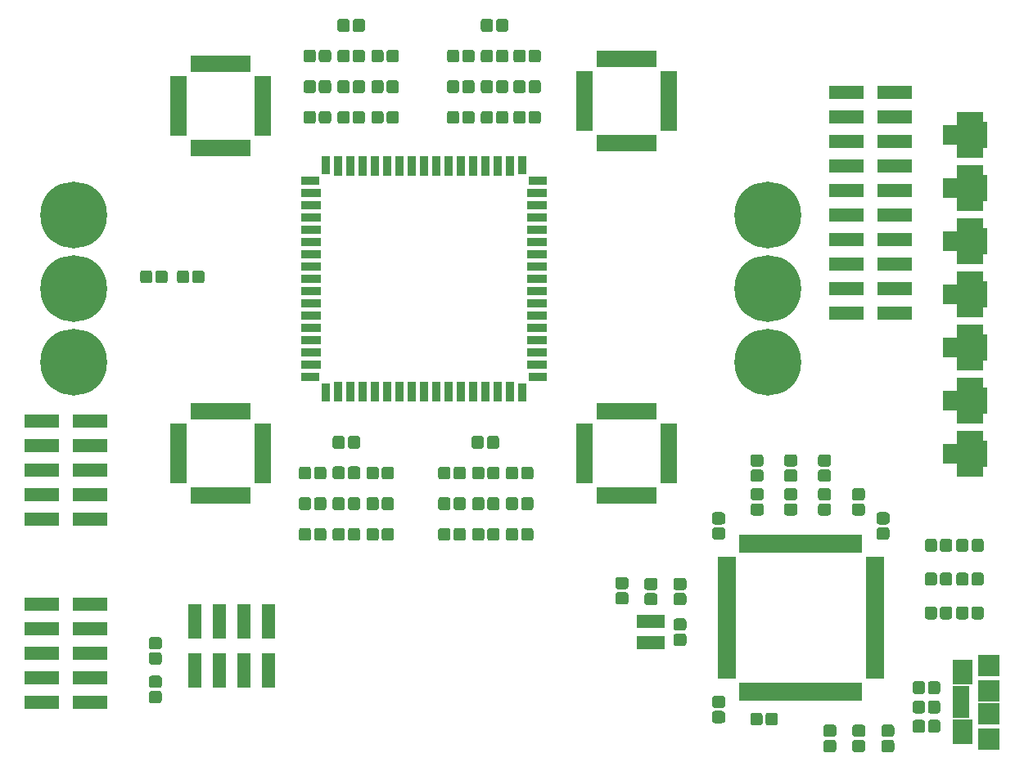
<source format=gbr>
G04 #@! TF.GenerationSoftware,KiCad,Pcbnew,(5.0.0-3-g5ebb6b6)*
G04 #@! TF.CreationDate,2019-10-28T13:28:08-04:00*
G04 #@! TF.ProjectId,Selection Interface,53656C656374696F6E20496E74657266,rev?*
G04 #@! TF.SameCoordinates,Original*
G04 #@! TF.FileFunction,Soldermask,Top*
G04 #@! TF.FilePolarity,Negative*
%FSLAX46Y46*%
G04 Gerber Fmt 4.6, Leading zero omitted, Abs format (unit mm)*
G04 Created by KiCad (PCBNEW (5.0.0-3-g5ebb6b6)) date Monday, October 28, 2019 at 01:28:08 PM*
%MOMM*%
%LPD*%
G01*
G04 APERTURE LIST*
%ADD10R,2.700000X1.400000*%
%ADD11R,2.100000X2.050000*%
%ADD12R,2.700000X2.700000*%
%ADD13C,6.902400*%
%ADD14C,0.100000*%
%ADD15C,1.275000*%
%ADD16R,0.700000X1.900000*%
%ADD17R,1.900000X0.700000*%
%ADD18R,2.300000X2.300000*%
%ADD19R,2.300000X2.200000*%
%ADD20R,2.000000X2.500000*%
%ADD21R,1.750000X0.800000*%
%ADD22R,1.840000X0.840000*%
%ADD23R,2.050000X0.840000*%
%ADD24R,0.840000X1.840000*%
%ADD25R,0.840000X2.050000*%
%ADD26R,1.700000X0.650000*%
%ADD27R,0.650000X1.700000*%
%ADD28R,3.550000X1.400000*%
%ADD29R,1.400000X3.550000*%
%ADD30R,1.050000X1.460000*%
G04 APERTURE END LIST*
D10*
G04 #@! TO.C,IPEX2*
X256500000Y-119685000D03*
X256500000Y-116315000D03*
D11*
X254770000Y-118000000D03*
D12*
X256900000Y-118000000D03*
G04 #@! TD*
D13*
G04 #@! TO.C,MH1*
X163830000Y-93345000D03*
G04 #@! TD*
G04 #@! TO.C,MH2*
X163830000Y-100965000D03*
G04 #@! TD*
G04 #@! TO.C,MH3*
X163830000Y-108585000D03*
G04 #@! TD*
G04 #@! TO.C,MH5*
X235585000Y-100965000D03*
G04 #@! TD*
G04 #@! TO.C,MH6*
X235585000Y-108585000D03*
G04 #@! TD*
D14*
G04 #@! TO.C,C5*
G36*
X230887493Y-125651535D02*
X230918435Y-125656125D01*
X230948778Y-125663725D01*
X230978230Y-125674263D01*
X231006508Y-125687638D01*
X231033338Y-125703719D01*
X231058463Y-125722353D01*
X231081640Y-125743360D01*
X231102647Y-125766537D01*
X231121281Y-125791662D01*
X231137362Y-125818492D01*
X231150737Y-125846770D01*
X231161275Y-125876222D01*
X231168875Y-125906565D01*
X231173465Y-125937507D01*
X231175000Y-125968750D01*
X231175000Y-126606250D01*
X231173465Y-126637493D01*
X231168875Y-126668435D01*
X231161275Y-126698778D01*
X231150737Y-126728230D01*
X231137362Y-126756508D01*
X231121281Y-126783338D01*
X231102647Y-126808463D01*
X231081640Y-126831640D01*
X231058463Y-126852647D01*
X231033338Y-126871281D01*
X231006508Y-126887362D01*
X230978230Y-126900737D01*
X230948778Y-126911275D01*
X230918435Y-126918875D01*
X230887493Y-126923465D01*
X230856250Y-126925000D01*
X230143750Y-126925000D01*
X230112507Y-126923465D01*
X230081565Y-126918875D01*
X230051222Y-126911275D01*
X230021770Y-126900737D01*
X229993492Y-126887362D01*
X229966662Y-126871281D01*
X229941537Y-126852647D01*
X229918360Y-126831640D01*
X229897353Y-126808463D01*
X229878719Y-126783338D01*
X229862638Y-126756508D01*
X229849263Y-126728230D01*
X229838725Y-126698778D01*
X229831125Y-126668435D01*
X229826535Y-126637493D01*
X229825000Y-126606250D01*
X229825000Y-125968750D01*
X229826535Y-125937507D01*
X229831125Y-125906565D01*
X229838725Y-125876222D01*
X229849263Y-125846770D01*
X229862638Y-125818492D01*
X229878719Y-125791662D01*
X229897353Y-125766537D01*
X229918360Y-125743360D01*
X229941537Y-125722353D01*
X229966662Y-125703719D01*
X229993492Y-125687638D01*
X230021770Y-125674263D01*
X230051222Y-125663725D01*
X230081565Y-125656125D01*
X230112507Y-125651535D01*
X230143750Y-125650000D01*
X230856250Y-125650000D01*
X230887493Y-125651535D01*
X230887493Y-125651535D01*
G37*
D15*
X230500000Y-126287500D03*
D14*
G36*
X230887493Y-124076535D02*
X230918435Y-124081125D01*
X230948778Y-124088725D01*
X230978230Y-124099263D01*
X231006508Y-124112638D01*
X231033338Y-124128719D01*
X231058463Y-124147353D01*
X231081640Y-124168360D01*
X231102647Y-124191537D01*
X231121281Y-124216662D01*
X231137362Y-124243492D01*
X231150737Y-124271770D01*
X231161275Y-124301222D01*
X231168875Y-124331565D01*
X231173465Y-124362507D01*
X231175000Y-124393750D01*
X231175000Y-125031250D01*
X231173465Y-125062493D01*
X231168875Y-125093435D01*
X231161275Y-125123778D01*
X231150737Y-125153230D01*
X231137362Y-125181508D01*
X231121281Y-125208338D01*
X231102647Y-125233463D01*
X231081640Y-125256640D01*
X231058463Y-125277647D01*
X231033338Y-125296281D01*
X231006508Y-125312362D01*
X230978230Y-125325737D01*
X230948778Y-125336275D01*
X230918435Y-125343875D01*
X230887493Y-125348465D01*
X230856250Y-125350000D01*
X230143750Y-125350000D01*
X230112507Y-125348465D01*
X230081565Y-125343875D01*
X230051222Y-125336275D01*
X230021770Y-125325737D01*
X229993492Y-125312362D01*
X229966662Y-125296281D01*
X229941537Y-125277647D01*
X229918360Y-125256640D01*
X229897353Y-125233463D01*
X229878719Y-125208338D01*
X229862638Y-125181508D01*
X229849263Y-125153230D01*
X229838725Y-125123778D01*
X229831125Y-125093435D01*
X229826535Y-125062493D01*
X229825000Y-125031250D01*
X229825000Y-124393750D01*
X229826535Y-124362507D01*
X229831125Y-124331565D01*
X229838725Y-124301222D01*
X229849263Y-124271770D01*
X229862638Y-124243492D01*
X229878719Y-124216662D01*
X229897353Y-124191537D01*
X229918360Y-124168360D01*
X229941537Y-124147353D01*
X229966662Y-124128719D01*
X229993492Y-124112638D01*
X230021770Y-124099263D01*
X230051222Y-124088725D01*
X230081565Y-124081125D01*
X230112507Y-124076535D01*
X230143750Y-124075000D01*
X230856250Y-124075000D01*
X230887493Y-124076535D01*
X230887493Y-124076535D01*
G37*
D15*
X230500000Y-124712500D03*
G04 #@! TD*
D14*
G04 #@! TO.C,C6*
G36*
X247887493Y-124076535D02*
X247918435Y-124081125D01*
X247948778Y-124088725D01*
X247978230Y-124099263D01*
X248006508Y-124112638D01*
X248033338Y-124128719D01*
X248058463Y-124147353D01*
X248081640Y-124168360D01*
X248102647Y-124191537D01*
X248121281Y-124216662D01*
X248137362Y-124243492D01*
X248150737Y-124271770D01*
X248161275Y-124301222D01*
X248168875Y-124331565D01*
X248173465Y-124362507D01*
X248175000Y-124393750D01*
X248175000Y-125031250D01*
X248173465Y-125062493D01*
X248168875Y-125093435D01*
X248161275Y-125123778D01*
X248150737Y-125153230D01*
X248137362Y-125181508D01*
X248121281Y-125208338D01*
X248102647Y-125233463D01*
X248081640Y-125256640D01*
X248058463Y-125277647D01*
X248033338Y-125296281D01*
X248006508Y-125312362D01*
X247978230Y-125325737D01*
X247948778Y-125336275D01*
X247918435Y-125343875D01*
X247887493Y-125348465D01*
X247856250Y-125350000D01*
X247143750Y-125350000D01*
X247112507Y-125348465D01*
X247081565Y-125343875D01*
X247051222Y-125336275D01*
X247021770Y-125325737D01*
X246993492Y-125312362D01*
X246966662Y-125296281D01*
X246941537Y-125277647D01*
X246918360Y-125256640D01*
X246897353Y-125233463D01*
X246878719Y-125208338D01*
X246862638Y-125181508D01*
X246849263Y-125153230D01*
X246838725Y-125123778D01*
X246831125Y-125093435D01*
X246826535Y-125062493D01*
X246825000Y-125031250D01*
X246825000Y-124393750D01*
X246826535Y-124362507D01*
X246831125Y-124331565D01*
X246838725Y-124301222D01*
X246849263Y-124271770D01*
X246862638Y-124243492D01*
X246878719Y-124216662D01*
X246897353Y-124191537D01*
X246918360Y-124168360D01*
X246941537Y-124147353D01*
X246966662Y-124128719D01*
X246993492Y-124112638D01*
X247021770Y-124099263D01*
X247051222Y-124088725D01*
X247081565Y-124081125D01*
X247112507Y-124076535D01*
X247143750Y-124075000D01*
X247856250Y-124075000D01*
X247887493Y-124076535D01*
X247887493Y-124076535D01*
G37*
D15*
X247500000Y-124712500D03*
D14*
G36*
X247887493Y-125651535D02*
X247918435Y-125656125D01*
X247948778Y-125663725D01*
X247978230Y-125674263D01*
X248006508Y-125687638D01*
X248033338Y-125703719D01*
X248058463Y-125722353D01*
X248081640Y-125743360D01*
X248102647Y-125766537D01*
X248121281Y-125791662D01*
X248137362Y-125818492D01*
X248150737Y-125846770D01*
X248161275Y-125876222D01*
X248168875Y-125906565D01*
X248173465Y-125937507D01*
X248175000Y-125968750D01*
X248175000Y-126606250D01*
X248173465Y-126637493D01*
X248168875Y-126668435D01*
X248161275Y-126698778D01*
X248150737Y-126728230D01*
X248137362Y-126756508D01*
X248121281Y-126783338D01*
X248102647Y-126808463D01*
X248081640Y-126831640D01*
X248058463Y-126852647D01*
X248033338Y-126871281D01*
X248006508Y-126887362D01*
X247978230Y-126900737D01*
X247948778Y-126911275D01*
X247918435Y-126918875D01*
X247887493Y-126923465D01*
X247856250Y-126925000D01*
X247143750Y-126925000D01*
X247112507Y-126923465D01*
X247081565Y-126918875D01*
X247051222Y-126911275D01*
X247021770Y-126900737D01*
X246993492Y-126887362D01*
X246966662Y-126871281D01*
X246941537Y-126852647D01*
X246918360Y-126831640D01*
X246897353Y-126808463D01*
X246878719Y-126783338D01*
X246862638Y-126756508D01*
X246849263Y-126728230D01*
X246838725Y-126698778D01*
X246831125Y-126668435D01*
X246826535Y-126637493D01*
X246825000Y-126606250D01*
X246825000Y-125968750D01*
X246826535Y-125937507D01*
X246831125Y-125906565D01*
X246838725Y-125876222D01*
X246849263Y-125846770D01*
X246862638Y-125818492D01*
X246878719Y-125791662D01*
X246897353Y-125766537D01*
X246918360Y-125743360D01*
X246941537Y-125722353D01*
X246966662Y-125703719D01*
X246993492Y-125687638D01*
X247021770Y-125674263D01*
X247051222Y-125663725D01*
X247081565Y-125656125D01*
X247112507Y-125651535D01*
X247143750Y-125650000D01*
X247856250Y-125650000D01*
X247887493Y-125651535D01*
X247887493Y-125651535D01*
G37*
D15*
X247500000Y-126287500D03*
G04 #@! TD*
D14*
G04 #@! TO.C,C8*
G36*
X230887493Y-143076535D02*
X230918435Y-143081125D01*
X230948778Y-143088725D01*
X230978230Y-143099263D01*
X231006508Y-143112638D01*
X231033338Y-143128719D01*
X231058463Y-143147353D01*
X231081640Y-143168360D01*
X231102647Y-143191537D01*
X231121281Y-143216662D01*
X231137362Y-143243492D01*
X231150737Y-143271770D01*
X231161275Y-143301222D01*
X231168875Y-143331565D01*
X231173465Y-143362507D01*
X231175000Y-143393750D01*
X231175000Y-144031250D01*
X231173465Y-144062493D01*
X231168875Y-144093435D01*
X231161275Y-144123778D01*
X231150737Y-144153230D01*
X231137362Y-144181508D01*
X231121281Y-144208338D01*
X231102647Y-144233463D01*
X231081640Y-144256640D01*
X231058463Y-144277647D01*
X231033338Y-144296281D01*
X231006508Y-144312362D01*
X230978230Y-144325737D01*
X230948778Y-144336275D01*
X230918435Y-144343875D01*
X230887493Y-144348465D01*
X230856250Y-144350000D01*
X230143750Y-144350000D01*
X230112507Y-144348465D01*
X230081565Y-144343875D01*
X230051222Y-144336275D01*
X230021770Y-144325737D01*
X229993492Y-144312362D01*
X229966662Y-144296281D01*
X229941537Y-144277647D01*
X229918360Y-144256640D01*
X229897353Y-144233463D01*
X229878719Y-144208338D01*
X229862638Y-144181508D01*
X229849263Y-144153230D01*
X229838725Y-144123778D01*
X229831125Y-144093435D01*
X229826535Y-144062493D01*
X229825000Y-144031250D01*
X229825000Y-143393750D01*
X229826535Y-143362507D01*
X229831125Y-143331565D01*
X229838725Y-143301222D01*
X229849263Y-143271770D01*
X229862638Y-143243492D01*
X229878719Y-143216662D01*
X229897353Y-143191537D01*
X229918360Y-143168360D01*
X229941537Y-143147353D01*
X229966662Y-143128719D01*
X229993492Y-143112638D01*
X230021770Y-143099263D01*
X230051222Y-143088725D01*
X230081565Y-143081125D01*
X230112507Y-143076535D01*
X230143750Y-143075000D01*
X230856250Y-143075000D01*
X230887493Y-143076535D01*
X230887493Y-143076535D01*
G37*
D15*
X230500000Y-143712500D03*
D14*
G36*
X230887493Y-144651535D02*
X230918435Y-144656125D01*
X230948778Y-144663725D01*
X230978230Y-144674263D01*
X231006508Y-144687638D01*
X231033338Y-144703719D01*
X231058463Y-144722353D01*
X231081640Y-144743360D01*
X231102647Y-144766537D01*
X231121281Y-144791662D01*
X231137362Y-144818492D01*
X231150737Y-144846770D01*
X231161275Y-144876222D01*
X231168875Y-144906565D01*
X231173465Y-144937507D01*
X231175000Y-144968750D01*
X231175000Y-145606250D01*
X231173465Y-145637493D01*
X231168875Y-145668435D01*
X231161275Y-145698778D01*
X231150737Y-145728230D01*
X231137362Y-145756508D01*
X231121281Y-145783338D01*
X231102647Y-145808463D01*
X231081640Y-145831640D01*
X231058463Y-145852647D01*
X231033338Y-145871281D01*
X231006508Y-145887362D01*
X230978230Y-145900737D01*
X230948778Y-145911275D01*
X230918435Y-145918875D01*
X230887493Y-145923465D01*
X230856250Y-145925000D01*
X230143750Y-145925000D01*
X230112507Y-145923465D01*
X230081565Y-145918875D01*
X230051222Y-145911275D01*
X230021770Y-145900737D01*
X229993492Y-145887362D01*
X229966662Y-145871281D01*
X229941537Y-145852647D01*
X229918360Y-145831640D01*
X229897353Y-145808463D01*
X229878719Y-145783338D01*
X229862638Y-145756508D01*
X229849263Y-145728230D01*
X229838725Y-145698778D01*
X229831125Y-145668435D01*
X229826535Y-145637493D01*
X229825000Y-145606250D01*
X229825000Y-144968750D01*
X229826535Y-144937507D01*
X229831125Y-144906565D01*
X229838725Y-144876222D01*
X229849263Y-144846770D01*
X229862638Y-144818492D01*
X229878719Y-144791662D01*
X229897353Y-144766537D01*
X229918360Y-144743360D01*
X229941537Y-144722353D01*
X229966662Y-144703719D01*
X229993492Y-144687638D01*
X230021770Y-144674263D01*
X230051222Y-144663725D01*
X230081565Y-144656125D01*
X230112507Y-144651535D01*
X230143750Y-144650000D01*
X230856250Y-144650000D01*
X230887493Y-144651535D01*
X230887493Y-144651535D01*
G37*
D15*
X230500000Y-145287500D03*
G04 #@! TD*
D14*
G04 #@! TO.C,C9*
G36*
X252812493Y-133826535D02*
X252843435Y-133831125D01*
X252873778Y-133838725D01*
X252903230Y-133849263D01*
X252931508Y-133862638D01*
X252958338Y-133878719D01*
X252983463Y-133897353D01*
X253006640Y-133918360D01*
X253027647Y-133941537D01*
X253046281Y-133966662D01*
X253062362Y-133993492D01*
X253075737Y-134021770D01*
X253086275Y-134051222D01*
X253093875Y-134081565D01*
X253098465Y-134112507D01*
X253100000Y-134143750D01*
X253100000Y-134856250D01*
X253098465Y-134887493D01*
X253093875Y-134918435D01*
X253086275Y-134948778D01*
X253075737Y-134978230D01*
X253062362Y-135006508D01*
X253046281Y-135033338D01*
X253027647Y-135058463D01*
X253006640Y-135081640D01*
X252983463Y-135102647D01*
X252958338Y-135121281D01*
X252931508Y-135137362D01*
X252903230Y-135150737D01*
X252873778Y-135161275D01*
X252843435Y-135168875D01*
X252812493Y-135173465D01*
X252781250Y-135175000D01*
X252143750Y-135175000D01*
X252112507Y-135173465D01*
X252081565Y-135168875D01*
X252051222Y-135161275D01*
X252021770Y-135150737D01*
X251993492Y-135137362D01*
X251966662Y-135121281D01*
X251941537Y-135102647D01*
X251918360Y-135081640D01*
X251897353Y-135058463D01*
X251878719Y-135033338D01*
X251862638Y-135006508D01*
X251849263Y-134978230D01*
X251838725Y-134948778D01*
X251831125Y-134918435D01*
X251826535Y-134887493D01*
X251825000Y-134856250D01*
X251825000Y-134143750D01*
X251826535Y-134112507D01*
X251831125Y-134081565D01*
X251838725Y-134051222D01*
X251849263Y-134021770D01*
X251862638Y-133993492D01*
X251878719Y-133966662D01*
X251897353Y-133941537D01*
X251918360Y-133918360D01*
X251941537Y-133897353D01*
X251966662Y-133878719D01*
X251993492Y-133862638D01*
X252021770Y-133849263D01*
X252051222Y-133838725D01*
X252081565Y-133831125D01*
X252112507Y-133826535D01*
X252143750Y-133825000D01*
X252781250Y-133825000D01*
X252812493Y-133826535D01*
X252812493Y-133826535D01*
G37*
D15*
X252462500Y-134500000D03*
D14*
G36*
X254387493Y-133826535D02*
X254418435Y-133831125D01*
X254448778Y-133838725D01*
X254478230Y-133849263D01*
X254506508Y-133862638D01*
X254533338Y-133878719D01*
X254558463Y-133897353D01*
X254581640Y-133918360D01*
X254602647Y-133941537D01*
X254621281Y-133966662D01*
X254637362Y-133993492D01*
X254650737Y-134021770D01*
X254661275Y-134051222D01*
X254668875Y-134081565D01*
X254673465Y-134112507D01*
X254675000Y-134143750D01*
X254675000Y-134856250D01*
X254673465Y-134887493D01*
X254668875Y-134918435D01*
X254661275Y-134948778D01*
X254650737Y-134978230D01*
X254637362Y-135006508D01*
X254621281Y-135033338D01*
X254602647Y-135058463D01*
X254581640Y-135081640D01*
X254558463Y-135102647D01*
X254533338Y-135121281D01*
X254506508Y-135137362D01*
X254478230Y-135150737D01*
X254448778Y-135161275D01*
X254418435Y-135168875D01*
X254387493Y-135173465D01*
X254356250Y-135175000D01*
X253718750Y-135175000D01*
X253687507Y-135173465D01*
X253656565Y-135168875D01*
X253626222Y-135161275D01*
X253596770Y-135150737D01*
X253568492Y-135137362D01*
X253541662Y-135121281D01*
X253516537Y-135102647D01*
X253493360Y-135081640D01*
X253472353Y-135058463D01*
X253453719Y-135033338D01*
X253437638Y-135006508D01*
X253424263Y-134978230D01*
X253413725Y-134948778D01*
X253406125Y-134918435D01*
X253401535Y-134887493D01*
X253400000Y-134856250D01*
X253400000Y-134143750D01*
X253401535Y-134112507D01*
X253406125Y-134081565D01*
X253413725Y-134051222D01*
X253424263Y-134021770D01*
X253437638Y-133993492D01*
X253453719Y-133966662D01*
X253472353Y-133941537D01*
X253493360Y-133918360D01*
X253516537Y-133897353D01*
X253541662Y-133878719D01*
X253568492Y-133862638D01*
X253596770Y-133849263D01*
X253626222Y-133838725D01*
X253656565Y-133831125D01*
X253687507Y-133826535D01*
X253718750Y-133825000D01*
X254356250Y-133825000D01*
X254387493Y-133826535D01*
X254387493Y-133826535D01*
G37*
D15*
X254037500Y-134500000D03*
G04 #@! TD*
D14*
G04 #@! TO.C,C10*
G36*
X257637493Y-133826535D02*
X257668435Y-133831125D01*
X257698778Y-133838725D01*
X257728230Y-133849263D01*
X257756508Y-133862638D01*
X257783338Y-133878719D01*
X257808463Y-133897353D01*
X257831640Y-133918360D01*
X257852647Y-133941537D01*
X257871281Y-133966662D01*
X257887362Y-133993492D01*
X257900737Y-134021770D01*
X257911275Y-134051222D01*
X257918875Y-134081565D01*
X257923465Y-134112507D01*
X257925000Y-134143750D01*
X257925000Y-134856250D01*
X257923465Y-134887493D01*
X257918875Y-134918435D01*
X257911275Y-134948778D01*
X257900737Y-134978230D01*
X257887362Y-135006508D01*
X257871281Y-135033338D01*
X257852647Y-135058463D01*
X257831640Y-135081640D01*
X257808463Y-135102647D01*
X257783338Y-135121281D01*
X257756508Y-135137362D01*
X257728230Y-135150737D01*
X257698778Y-135161275D01*
X257668435Y-135168875D01*
X257637493Y-135173465D01*
X257606250Y-135175000D01*
X256968750Y-135175000D01*
X256937507Y-135173465D01*
X256906565Y-135168875D01*
X256876222Y-135161275D01*
X256846770Y-135150737D01*
X256818492Y-135137362D01*
X256791662Y-135121281D01*
X256766537Y-135102647D01*
X256743360Y-135081640D01*
X256722353Y-135058463D01*
X256703719Y-135033338D01*
X256687638Y-135006508D01*
X256674263Y-134978230D01*
X256663725Y-134948778D01*
X256656125Y-134918435D01*
X256651535Y-134887493D01*
X256650000Y-134856250D01*
X256650000Y-134143750D01*
X256651535Y-134112507D01*
X256656125Y-134081565D01*
X256663725Y-134051222D01*
X256674263Y-134021770D01*
X256687638Y-133993492D01*
X256703719Y-133966662D01*
X256722353Y-133941537D01*
X256743360Y-133918360D01*
X256766537Y-133897353D01*
X256791662Y-133878719D01*
X256818492Y-133862638D01*
X256846770Y-133849263D01*
X256876222Y-133838725D01*
X256906565Y-133831125D01*
X256937507Y-133826535D01*
X256968750Y-133825000D01*
X257606250Y-133825000D01*
X257637493Y-133826535D01*
X257637493Y-133826535D01*
G37*
D15*
X257287500Y-134500000D03*
D14*
G36*
X256062493Y-133826535D02*
X256093435Y-133831125D01*
X256123778Y-133838725D01*
X256153230Y-133849263D01*
X256181508Y-133862638D01*
X256208338Y-133878719D01*
X256233463Y-133897353D01*
X256256640Y-133918360D01*
X256277647Y-133941537D01*
X256296281Y-133966662D01*
X256312362Y-133993492D01*
X256325737Y-134021770D01*
X256336275Y-134051222D01*
X256343875Y-134081565D01*
X256348465Y-134112507D01*
X256350000Y-134143750D01*
X256350000Y-134856250D01*
X256348465Y-134887493D01*
X256343875Y-134918435D01*
X256336275Y-134948778D01*
X256325737Y-134978230D01*
X256312362Y-135006508D01*
X256296281Y-135033338D01*
X256277647Y-135058463D01*
X256256640Y-135081640D01*
X256233463Y-135102647D01*
X256208338Y-135121281D01*
X256181508Y-135137362D01*
X256153230Y-135150737D01*
X256123778Y-135161275D01*
X256093435Y-135168875D01*
X256062493Y-135173465D01*
X256031250Y-135175000D01*
X255393750Y-135175000D01*
X255362507Y-135173465D01*
X255331565Y-135168875D01*
X255301222Y-135161275D01*
X255271770Y-135150737D01*
X255243492Y-135137362D01*
X255216662Y-135121281D01*
X255191537Y-135102647D01*
X255168360Y-135081640D01*
X255147353Y-135058463D01*
X255128719Y-135033338D01*
X255112638Y-135006508D01*
X255099263Y-134978230D01*
X255088725Y-134948778D01*
X255081125Y-134918435D01*
X255076535Y-134887493D01*
X255075000Y-134856250D01*
X255075000Y-134143750D01*
X255076535Y-134112507D01*
X255081125Y-134081565D01*
X255088725Y-134051222D01*
X255099263Y-134021770D01*
X255112638Y-133993492D01*
X255128719Y-133966662D01*
X255147353Y-133941537D01*
X255168360Y-133918360D01*
X255191537Y-133897353D01*
X255216662Y-133878719D01*
X255243492Y-133862638D01*
X255271770Y-133849263D01*
X255301222Y-133838725D01*
X255331565Y-133831125D01*
X255362507Y-133826535D01*
X255393750Y-133825000D01*
X256031250Y-133825000D01*
X256062493Y-133826535D01*
X256062493Y-133826535D01*
G37*
D15*
X255712500Y-134500000D03*
G04 #@! TD*
D14*
G04 #@! TO.C,C11*
G36*
X254387493Y-130326535D02*
X254418435Y-130331125D01*
X254448778Y-130338725D01*
X254478230Y-130349263D01*
X254506508Y-130362638D01*
X254533338Y-130378719D01*
X254558463Y-130397353D01*
X254581640Y-130418360D01*
X254602647Y-130441537D01*
X254621281Y-130466662D01*
X254637362Y-130493492D01*
X254650737Y-130521770D01*
X254661275Y-130551222D01*
X254668875Y-130581565D01*
X254673465Y-130612507D01*
X254675000Y-130643750D01*
X254675000Y-131356250D01*
X254673465Y-131387493D01*
X254668875Y-131418435D01*
X254661275Y-131448778D01*
X254650737Y-131478230D01*
X254637362Y-131506508D01*
X254621281Y-131533338D01*
X254602647Y-131558463D01*
X254581640Y-131581640D01*
X254558463Y-131602647D01*
X254533338Y-131621281D01*
X254506508Y-131637362D01*
X254478230Y-131650737D01*
X254448778Y-131661275D01*
X254418435Y-131668875D01*
X254387493Y-131673465D01*
X254356250Y-131675000D01*
X253718750Y-131675000D01*
X253687507Y-131673465D01*
X253656565Y-131668875D01*
X253626222Y-131661275D01*
X253596770Y-131650737D01*
X253568492Y-131637362D01*
X253541662Y-131621281D01*
X253516537Y-131602647D01*
X253493360Y-131581640D01*
X253472353Y-131558463D01*
X253453719Y-131533338D01*
X253437638Y-131506508D01*
X253424263Y-131478230D01*
X253413725Y-131448778D01*
X253406125Y-131418435D01*
X253401535Y-131387493D01*
X253400000Y-131356250D01*
X253400000Y-130643750D01*
X253401535Y-130612507D01*
X253406125Y-130581565D01*
X253413725Y-130551222D01*
X253424263Y-130521770D01*
X253437638Y-130493492D01*
X253453719Y-130466662D01*
X253472353Y-130441537D01*
X253493360Y-130418360D01*
X253516537Y-130397353D01*
X253541662Y-130378719D01*
X253568492Y-130362638D01*
X253596770Y-130349263D01*
X253626222Y-130338725D01*
X253656565Y-130331125D01*
X253687507Y-130326535D01*
X253718750Y-130325000D01*
X254356250Y-130325000D01*
X254387493Y-130326535D01*
X254387493Y-130326535D01*
G37*
D15*
X254037500Y-131000000D03*
D14*
G36*
X252812493Y-130326535D02*
X252843435Y-130331125D01*
X252873778Y-130338725D01*
X252903230Y-130349263D01*
X252931508Y-130362638D01*
X252958338Y-130378719D01*
X252983463Y-130397353D01*
X253006640Y-130418360D01*
X253027647Y-130441537D01*
X253046281Y-130466662D01*
X253062362Y-130493492D01*
X253075737Y-130521770D01*
X253086275Y-130551222D01*
X253093875Y-130581565D01*
X253098465Y-130612507D01*
X253100000Y-130643750D01*
X253100000Y-131356250D01*
X253098465Y-131387493D01*
X253093875Y-131418435D01*
X253086275Y-131448778D01*
X253075737Y-131478230D01*
X253062362Y-131506508D01*
X253046281Y-131533338D01*
X253027647Y-131558463D01*
X253006640Y-131581640D01*
X252983463Y-131602647D01*
X252958338Y-131621281D01*
X252931508Y-131637362D01*
X252903230Y-131650737D01*
X252873778Y-131661275D01*
X252843435Y-131668875D01*
X252812493Y-131673465D01*
X252781250Y-131675000D01*
X252143750Y-131675000D01*
X252112507Y-131673465D01*
X252081565Y-131668875D01*
X252051222Y-131661275D01*
X252021770Y-131650737D01*
X251993492Y-131637362D01*
X251966662Y-131621281D01*
X251941537Y-131602647D01*
X251918360Y-131581640D01*
X251897353Y-131558463D01*
X251878719Y-131533338D01*
X251862638Y-131506508D01*
X251849263Y-131478230D01*
X251838725Y-131448778D01*
X251831125Y-131418435D01*
X251826535Y-131387493D01*
X251825000Y-131356250D01*
X251825000Y-130643750D01*
X251826535Y-130612507D01*
X251831125Y-130581565D01*
X251838725Y-130551222D01*
X251849263Y-130521770D01*
X251862638Y-130493492D01*
X251878719Y-130466662D01*
X251897353Y-130441537D01*
X251918360Y-130418360D01*
X251941537Y-130397353D01*
X251966662Y-130378719D01*
X251993492Y-130362638D01*
X252021770Y-130349263D01*
X252051222Y-130338725D01*
X252081565Y-130331125D01*
X252112507Y-130326535D01*
X252143750Y-130325000D01*
X252781250Y-130325000D01*
X252812493Y-130326535D01*
X252812493Y-130326535D01*
G37*
D15*
X252462500Y-131000000D03*
G04 #@! TD*
D14*
G04 #@! TO.C,C12*
G36*
X256062493Y-130326535D02*
X256093435Y-130331125D01*
X256123778Y-130338725D01*
X256153230Y-130349263D01*
X256181508Y-130362638D01*
X256208338Y-130378719D01*
X256233463Y-130397353D01*
X256256640Y-130418360D01*
X256277647Y-130441537D01*
X256296281Y-130466662D01*
X256312362Y-130493492D01*
X256325737Y-130521770D01*
X256336275Y-130551222D01*
X256343875Y-130581565D01*
X256348465Y-130612507D01*
X256350000Y-130643750D01*
X256350000Y-131356250D01*
X256348465Y-131387493D01*
X256343875Y-131418435D01*
X256336275Y-131448778D01*
X256325737Y-131478230D01*
X256312362Y-131506508D01*
X256296281Y-131533338D01*
X256277647Y-131558463D01*
X256256640Y-131581640D01*
X256233463Y-131602647D01*
X256208338Y-131621281D01*
X256181508Y-131637362D01*
X256153230Y-131650737D01*
X256123778Y-131661275D01*
X256093435Y-131668875D01*
X256062493Y-131673465D01*
X256031250Y-131675000D01*
X255393750Y-131675000D01*
X255362507Y-131673465D01*
X255331565Y-131668875D01*
X255301222Y-131661275D01*
X255271770Y-131650737D01*
X255243492Y-131637362D01*
X255216662Y-131621281D01*
X255191537Y-131602647D01*
X255168360Y-131581640D01*
X255147353Y-131558463D01*
X255128719Y-131533338D01*
X255112638Y-131506508D01*
X255099263Y-131478230D01*
X255088725Y-131448778D01*
X255081125Y-131418435D01*
X255076535Y-131387493D01*
X255075000Y-131356250D01*
X255075000Y-130643750D01*
X255076535Y-130612507D01*
X255081125Y-130581565D01*
X255088725Y-130551222D01*
X255099263Y-130521770D01*
X255112638Y-130493492D01*
X255128719Y-130466662D01*
X255147353Y-130441537D01*
X255168360Y-130418360D01*
X255191537Y-130397353D01*
X255216662Y-130378719D01*
X255243492Y-130362638D01*
X255271770Y-130349263D01*
X255301222Y-130338725D01*
X255331565Y-130331125D01*
X255362507Y-130326535D01*
X255393750Y-130325000D01*
X256031250Y-130325000D01*
X256062493Y-130326535D01*
X256062493Y-130326535D01*
G37*
D15*
X255712500Y-131000000D03*
D14*
G36*
X257637493Y-130326535D02*
X257668435Y-130331125D01*
X257698778Y-130338725D01*
X257728230Y-130349263D01*
X257756508Y-130362638D01*
X257783338Y-130378719D01*
X257808463Y-130397353D01*
X257831640Y-130418360D01*
X257852647Y-130441537D01*
X257871281Y-130466662D01*
X257887362Y-130493492D01*
X257900737Y-130521770D01*
X257911275Y-130551222D01*
X257918875Y-130581565D01*
X257923465Y-130612507D01*
X257925000Y-130643750D01*
X257925000Y-131356250D01*
X257923465Y-131387493D01*
X257918875Y-131418435D01*
X257911275Y-131448778D01*
X257900737Y-131478230D01*
X257887362Y-131506508D01*
X257871281Y-131533338D01*
X257852647Y-131558463D01*
X257831640Y-131581640D01*
X257808463Y-131602647D01*
X257783338Y-131621281D01*
X257756508Y-131637362D01*
X257728230Y-131650737D01*
X257698778Y-131661275D01*
X257668435Y-131668875D01*
X257637493Y-131673465D01*
X257606250Y-131675000D01*
X256968750Y-131675000D01*
X256937507Y-131673465D01*
X256906565Y-131668875D01*
X256876222Y-131661275D01*
X256846770Y-131650737D01*
X256818492Y-131637362D01*
X256791662Y-131621281D01*
X256766537Y-131602647D01*
X256743360Y-131581640D01*
X256722353Y-131558463D01*
X256703719Y-131533338D01*
X256687638Y-131506508D01*
X256674263Y-131478230D01*
X256663725Y-131448778D01*
X256656125Y-131418435D01*
X256651535Y-131387493D01*
X256650000Y-131356250D01*
X256650000Y-130643750D01*
X256651535Y-130612507D01*
X256656125Y-130581565D01*
X256663725Y-130551222D01*
X256674263Y-130521770D01*
X256687638Y-130493492D01*
X256703719Y-130466662D01*
X256722353Y-130441537D01*
X256743360Y-130418360D01*
X256766537Y-130397353D01*
X256791662Y-130378719D01*
X256818492Y-130362638D01*
X256846770Y-130349263D01*
X256876222Y-130338725D01*
X256906565Y-130331125D01*
X256937507Y-130326535D01*
X256968750Y-130325000D01*
X257606250Y-130325000D01*
X257637493Y-130326535D01*
X257637493Y-130326535D01*
G37*
D15*
X257287500Y-131000000D03*
G04 #@! TD*
D14*
G04 #@! TO.C,C13*
G36*
X252812493Y-126826535D02*
X252843435Y-126831125D01*
X252873778Y-126838725D01*
X252903230Y-126849263D01*
X252931508Y-126862638D01*
X252958338Y-126878719D01*
X252983463Y-126897353D01*
X253006640Y-126918360D01*
X253027647Y-126941537D01*
X253046281Y-126966662D01*
X253062362Y-126993492D01*
X253075737Y-127021770D01*
X253086275Y-127051222D01*
X253093875Y-127081565D01*
X253098465Y-127112507D01*
X253100000Y-127143750D01*
X253100000Y-127856250D01*
X253098465Y-127887493D01*
X253093875Y-127918435D01*
X253086275Y-127948778D01*
X253075737Y-127978230D01*
X253062362Y-128006508D01*
X253046281Y-128033338D01*
X253027647Y-128058463D01*
X253006640Y-128081640D01*
X252983463Y-128102647D01*
X252958338Y-128121281D01*
X252931508Y-128137362D01*
X252903230Y-128150737D01*
X252873778Y-128161275D01*
X252843435Y-128168875D01*
X252812493Y-128173465D01*
X252781250Y-128175000D01*
X252143750Y-128175000D01*
X252112507Y-128173465D01*
X252081565Y-128168875D01*
X252051222Y-128161275D01*
X252021770Y-128150737D01*
X251993492Y-128137362D01*
X251966662Y-128121281D01*
X251941537Y-128102647D01*
X251918360Y-128081640D01*
X251897353Y-128058463D01*
X251878719Y-128033338D01*
X251862638Y-128006508D01*
X251849263Y-127978230D01*
X251838725Y-127948778D01*
X251831125Y-127918435D01*
X251826535Y-127887493D01*
X251825000Y-127856250D01*
X251825000Y-127143750D01*
X251826535Y-127112507D01*
X251831125Y-127081565D01*
X251838725Y-127051222D01*
X251849263Y-127021770D01*
X251862638Y-126993492D01*
X251878719Y-126966662D01*
X251897353Y-126941537D01*
X251918360Y-126918360D01*
X251941537Y-126897353D01*
X251966662Y-126878719D01*
X251993492Y-126862638D01*
X252021770Y-126849263D01*
X252051222Y-126838725D01*
X252081565Y-126831125D01*
X252112507Y-126826535D01*
X252143750Y-126825000D01*
X252781250Y-126825000D01*
X252812493Y-126826535D01*
X252812493Y-126826535D01*
G37*
D15*
X252462500Y-127500000D03*
D14*
G36*
X254387493Y-126826535D02*
X254418435Y-126831125D01*
X254448778Y-126838725D01*
X254478230Y-126849263D01*
X254506508Y-126862638D01*
X254533338Y-126878719D01*
X254558463Y-126897353D01*
X254581640Y-126918360D01*
X254602647Y-126941537D01*
X254621281Y-126966662D01*
X254637362Y-126993492D01*
X254650737Y-127021770D01*
X254661275Y-127051222D01*
X254668875Y-127081565D01*
X254673465Y-127112507D01*
X254675000Y-127143750D01*
X254675000Y-127856250D01*
X254673465Y-127887493D01*
X254668875Y-127918435D01*
X254661275Y-127948778D01*
X254650737Y-127978230D01*
X254637362Y-128006508D01*
X254621281Y-128033338D01*
X254602647Y-128058463D01*
X254581640Y-128081640D01*
X254558463Y-128102647D01*
X254533338Y-128121281D01*
X254506508Y-128137362D01*
X254478230Y-128150737D01*
X254448778Y-128161275D01*
X254418435Y-128168875D01*
X254387493Y-128173465D01*
X254356250Y-128175000D01*
X253718750Y-128175000D01*
X253687507Y-128173465D01*
X253656565Y-128168875D01*
X253626222Y-128161275D01*
X253596770Y-128150737D01*
X253568492Y-128137362D01*
X253541662Y-128121281D01*
X253516537Y-128102647D01*
X253493360Y-128081640D01*
X253472353Y-128058463D01*
X253453719Y-128033338D01*
X253437638Y-128006508D01*
X253424263Y-127978230D01*
X253413725Y-127948778D01*
X253406125Y-127918435D01*
X253401535Y-127887493D01*
X253400000Y-127856250D01*
X253400000Y-127143750D01*
X253401535Y-127112507D01*
X253406125Y-127081565D01*
X253413725Y-127051222D01*
X253424263Y-127021770D01*
X253437638Y-126993492D01*
X253453719Y-126966662D01*
X253472353Y-126941537D01*
X253493360Y-126918360D01*
X253516537Y-126897353D01*
X253541662Y-126878719D01*
X253568492Y-126862638D01*
X253596770Y-126849263D01*
X253626222Y-126838725D01*
X253656565Y-126831125D01*
X253687507Y-126826535D01*
X253718750Y-126825000D01*
X254356250Y-126825000D01*
X254387493Y-126826535D01*
X254387493Y-126826535D01*
G37*
D15*
X254037500Y-127500000D03*
G04 #@! TD*
D14*
G04 #@! TO.C,C14*
G36*
X257637493Y-126826535D02*
X257668435Y-126831125D01*
X257698778Y-126838725D01*
X257728230Y-126849263D01*
X257756508Y-126862638D01*
X257783338Y-126878719D01*
X257808463Y-126897353D01*
X257831640Y-126918360D01*
X257852647Y-126941537D01*
X257871281Y-126966662D01*
X257887362Y-126993492D01*
X257900737Y-127021770D01*
X257911275Y-127051222D01*
X257918875Y-127081565D01*
X257923465Y-127112507D01*
X257925000Y-127143750D01*
X257925000Y-127856250D01*
X257923465Y-127887493D01*
X257918875Y-127918435D01*
X257911275Y-127948778D01*
X257900737Y-127978230D01*
X257887362Y-128006508D01*
X257871281Y-128033338D01*
X257852647Y-128058463D01*
X257831640Y-128081640D01*
X257808463Y-128102647D01*
X257783338Y-128121281D01*
X257756508Y-128137362D01*
X257728230Y-128150737D01*
X257698778Y-128161275D01*
X257668435Y-128168875D01*
X257637493Y-128173465D01*
X257606250Y-128175000D01*
X256968750Y-128175000D01*
X256937507Y-128173465D01*
X256906565Y-128168875D01*
X256876222Y-128161275D01*
X256846770Y-128150737D01*
X256818492Y-128137362D01*
X256791662Y-128121281D01*
X256766537Y-128102647D01*
X256743360Y-128081640D01*
X256722353Y-128058463D01*
X256703719Y-128033338D01*
X256687638Y-128006508D01*
X256674263Y-127978230D01*
X256663725Y-127948778D01*
X256656125Y-127918435D01*
X256651535Y-127887493D01*
X256650000Y-127856250D01*
X256650000Y-127143750D01*
X256651535Y-127112507D01*
X256656125Y-127081565D01*
X256663725Y-127051222D01*
X256674263Y-127021770D01*
X256687638Y-126993492D01*
X256703719Y-126966662D01*
X256722353Y-126941537D01*
X256743360Y-126918360D01*
X256766537Y-126897353D01*
X256791662Y-126878719D01*
X256818492Y-126862638D01*
X256846770Y-126849263D01*
X256876222Y-126838725D01*
X256906565Y-126831125D01*
X256937507Y-126826535D01*
X256968750Y-126825000D01*
X257606250Y-126825000D01*
X257637493Y-126826535D01*
X257637493Y-126826535D01*
G37*
D15*
X257287500Y-127500000D03*
D14*
G36*
X256062493Y-126826535D02*
X256093435Y-126831125D01*
X256123778Y-126838725D01*
X256153230Y-126849263D01*
X256181508Y-126862638D01*
X256208338Y-126878719D01*
X256233463Y-126897353D01*
X256256640Y-126918360D01*
X256277647Y-126941537D01*
X256296281Y-126966662D01*
X256312362Y-126993492D01*
X256325737Y-127021770D01*
X256336275Y-127051222D01*
X256343875Y-127081565D01*
X256348465Y-127112507D01*
X256350000Y-127143750D01*
X256350000Y-127856250D01*
X256348465Y-127887493D01*
X256343875Y-127918435D01*
X256336275Y-127948778D01*
X256325737Y-127978230D01*
X256312362Y-128006508D01*
X256296281Y-128033338D01*
X256277647Y-128058463D01*
X256256640Y-128081640D01*
X256233463Y-128102647D01*
X256208338Y-128121281D01*
X256181508Y-128137362D01*
X256153230Y-128150737D01*
X256123778Y-128161275D01*
X256093435Y-128168875D01*
X256062493Y-128173465D01*
X256031250Y-128175000D01*
X255393750Y-128175000D01*
X255362507Y-128173465D01*
X255331565Y-128168875D01*
X255301222Y-128161275D01*
X255271770Y-128150737D01*
X255243492Y-128137362D01*
X255216662Y-128121281D01*
X255191537Y-128102647D01*
X255168360Y-128081640D01*
X255147353Y-128058463D01*
X255128719Y-128033338D01*
X255112638Y-128006508D01*
X255099263Y-127978230D01*
X255088725Y-127948778D01*
X255081125Y-127918435D01*
X255076535Y-127887493D01*
X255075000Y-127856250D01*
X255075000Y-127143750D01*
X255076535Y-127112507D01*
X255081125Y-127081565D01*
X255088725Y-127051222D01*
X255099263Y-127021770D01*
X255112638Y-126993492D01*
X255128719Y-126966662D01*
X255147353Y-126941537D01*
X255168360Y-126918360D01*
X255191537Y-126897353D01*
X255216662Y-126878719D01*
X255243492Y-126862638D01*
X255271770Y-126849263D01*
X255301222Y-126838725D01*
X255331565Y-126831125D01*
X255362507Y-126826535D01*
X255393750Y-126825000D01*
X256031250Y-126825000D01*
X256062493Y-126826535D01*
X256062493Y-126826535D01*
G37*
D15*
X255712500Y-127500000D03*
G04 #@! TD*
D14*
G04 #@! TO.C,C15*
G36*
X248387493Y-147651535D02*
X248418435Y-147656125D01*
X248448778Y-147663725D01*
X248478230Y-147674263D01*
X248506508Y-147687638D01*
X248533338Y-147703719D01*
X248558463Y-147722353D01*
X248581640Y-147743360D01*
X248602647Y-147766537D01*
X248621281Y-147791662D01*
X248637362Y-147818492D01*
X248650737Y-147846770D01*
X248661275Y-147876222D01*
X248668875Y-147906565D01*
X248673465Y-147937507D01*
X248675000Y-147968750D01*
X248675000Y-148606250D01*
X248673465Y-148637493D01*
X248668875Y-148668435D01*
X248661275Y-148698778D01*
X248650737Y-148728230D01*
X248637362Y-148756508D01*
X248621281Y-148783338D01*
X248602647Y-148808463D01*
X248581640Y-148831640D01*
X248558463Y-148852647D01*
X248533338Y-148871281D01*
X248506508Y-148887362D01*
X248478230Y-148900737D01*
X248448778Y-148911275D01*
X248418435Y-148918875D01*
X248387493Y-148923465D01*
X248356250Y-148925000D01*
X247643750Y-148925000D01*
X247612507Y-148923465D01*
X247581565Y-148918875D01*
X247551222Y-148911275D01*
X247521770Y-148900737D01*
X247493492Y-148887362D01*
X247466662Y-148871281D01*
X247441537Y-148852647D01*
X247418360Y-148831640D01*
X247397353Y-148808463D01*
X247378719Y-148783338D01*
X247362638Y-148756508D01*
X247349263Y-148728230D01*
X247338725Y-148698778D01*
X247331125Y-148668435D01*
X247326535Y-148637493D01*
X247325000Y-148606250D01*
X247325000Y-147968750D01*
X247326535Y-147937507D01*
X247331125Y-147906565D01*
X247338725Y-147876222D01*
X247349263Y-147846770D01*
X247362638Y-147818492D01*
X247378719Y-147791662D01*
X247397353Y-147766537D01*
X247418360Y-147743360D01*
X247441537Y-147722353D01*
X247466662Y-147703719D01*
X247493492Y-147687638D01*
X247521770Y-147674263D01*
X247551222Y-147663725D01*
X247581565Y-147656125D01*
X247612507Y-147651535D01*
X247643750Y-147650000D01*
X248356250Y-147650000D01*
X248387493Y-147651535D01*
X248387493Y-147651535D01*
G37*
D15*
X248000000Y-148287500D03*
D14*
G36*
X248387493Y-146076535D02*
X248418435Y-146081125D01*
X248448778Y-146088725D01*
X248478230Y-146099263D01*
X248506508Y-146112638D01*
X248533338Y-146128719D01*
X248558463Y-146147353D01*
X248581640Y-146168360D01*
X248602647Y-146191537D01*
X248621281Y-146216662D01*
X248637362Y-146243492D01*
X248650737Y-146271770D01*
X248661275Y-146301222D01*
X248668875Y-146331565D01*
X248673465Y-146362507D01*
X248675000Y-146393750D01*
X248675000Y-147031250D01*
X248673465Y-147062493D01*
X248668875Y-147093435D01*
X248661275Y-147123778D01*
X248650737Y-147153230D01*
X248637362Y-147181508D01*
X248621281Y-147208338D01*
X248602647Y-147233463D01*
X248581640Y-147256640D01*
X248558463Y-147277647D01*
X248533338Y-147296281D01*
X248506508Y-147312362D01*
X248478230Y-147325737D01*
X248448778Y-147336275D01*
X248418435Y-147343875D01*
X248387493Y-147348465D01*
X248356250Y-147350000D01*
X247643750Y-147350000D01*
X247612507Y-147348465D01*
X247581565Y-147343875D01*
X247551222Y-147336275D01*
X247521770Y-147325737D01*
X247493492Y-147312362D01*
X247466662Y-147296281D01*
X247441537Y-147277647D01*
X247418360Y-147256640D01*
X247397353Y-147233463D01*
X247378719Y-147208338D01*
X247362638Y-147181508D01*
X247349263Y-147153230D01*
X247338725Y-147123778D01*
X247331125Y-147093435D01*
X247326535Y-147062493D01*
X247325000Y-147031250D01*
X247325000Y-146393750D01*
X247326535Y-146362507D01*
X247331125Y-146331565D01*
X247338725Y-146301222D01*
X247349263Y-146271770D01*
X247362638Y-146243492D01*
X247378719Y-146216662D01*
X247397353Y-146191537D01*
X247418360Y-146168360D01*
X247441537Y-146147353D01*
X247466662Y-146128719D01*
X247493492Y-146112638D01*
X247521770Y-146099263D01*
X247551222Y-146088725D01*
X247581565Y-146081125D01*
X247612507Y-146076535D01*
X247643750Y-146075000D01*
X248356250Y-146075000D01*
X248387493Y-146076535D01*
X248387493Y-146076535D01*
G37*
D15*
X248000000Y-146712500D03*
G04 #@! TD*
D14*
G04 #@! TO.C,C16*
G36*
X210257493Y-76161535D02*
X210288435Y-76166125D01*
X210318778Y-76173725D01*
X210348230Y-76184263D01*
X210376508Y-76197638D01*
X210403338Y-76213719D01*
X210428463Y-76232353D01*
X210451640Y-76253360D01*
X210472647Y-76276537D01*
X210491281Y-76301662D01*
X210507362Y-76328492D01*
X210520737Y-76356770D01*
X210531275Y-76386222D01*
X210538875Y-76416565D01*
X210543465Y-76447507D01*
X210545000Y-76478750D01*
X210545000Y-77191250D01*
X210543465Y-77222493D01*
X210538875Y-77253435D01*
X210531275Y-77283778D01*
X210520737Y-77313230D01*
X210507362Y-77341508D01*
X210491281Y-77368338D01*
X210472647Y-77393463D01*
X210451640Y-77416640D01*
X210428463Y-77437647D01*
X210403338Y-77456281D01*
X210376508Y-77472362D01*
X210348230Y-77485737D01*
X210318778Y-77496275D01*
X210288435Y-77503875D01*
X210257493Y-77508465D01*
X210226250Y-77510000D01*
X209588750Y-77510000D01*
X209557507Y-77508465D01*
X209526565Y-77503875D01*
X209496222Y-77496275D01*
X209466770Y-77485737D01*
X209438492Y-77472362D01*
X209411662Y-77456281D01*
X209386537Y-77437647D01*
X209363360Y-77416640D01*
X209342353Y-77393463D01*
X209323719Y-77368338D01*
X209307638Y-77341508D01*
X209294263Y-77313230D01*
X209283725Y-77283778D01*
X209276125Y-77253435D01*
X209271535Y-77222493D01*
X209270000Y-77191250D01*
X209270000Y-76478750D01*
X209271535Y-76447507D01*
X209276125Y-76416565D01*
X209283725Y-76386222D01*
X209294263Y-76356770D01*
X209307638Y-76328492D01*
X209323719Y-76301662D01*
X209342353Y-76276537D01*
X209363360Y-76253360D01*
X209386537Y-76232353D01*
X209411662Y-76213719D01*
X209438492Y-76197638D01*
X209466770Y-76184263D01*
X209496222Y-76173725D01*
X209526565Y-76166125D01*
X209557507Y-76161535D01*
X209588750Y-76160000D01*
X210226250Y-76160000D01*
X210257493Y-76161535D01*
X210257493Y-76161535D01*
G37*
D15*
X209907500Y-76835000D03*
D14*
G36*
X211832493Y-76161535D02*
X211863435Y-76166125D01*
X211893778Y-76173725D01*
X211923230Y-76184263D01*
X211951508Y-76197638D01*
X211978338Y-76213719D01*
X212003463Y-76232353D01*
X212026640Y-76253360D01*
X212047647Y-76276537D01*
X212066281Y-76301662D01*
X212082362Y-76328492D01*
X212095737Y-76356770D01*
X212106275Y-76386222D01*
X212113875Y-76416565D01*
X212118465Y-76447507D01*
X212120000Y-76478750D01*
X212120000Y-77191250D01*
X212118465Y-77222493D01*
X212113875Y-77253435D01*
X212106275Y-77283778D01*
X212095737Y-77313230D01*
X212082362Y-77341508D01*
X212066281Y-77368338D01*
X212047647Y-77393463D01*
X212026640Y-77416640D01*
X212003463Y-77437647D01*
X211978338Y-77456281D01*
X211951508Y-77472362D01*
X211923230Y-77485737D01*
X211893778Y-77496275D01*
X211863435Y-77503875D01*
X211832493Y-77508465D01*
X211801250Y-77510000D01*
X211163750Y-77510000D01*
X211132507Y-77508465D01*
X211101565Y-77503875D01*
X211071222Y-77496275D01*
X211041770Y-77485737D01*
X211013492Y-77472362D01*
X210986662Y-77456281D01*
X210961537Y-77437647D01*
X210938360Y-77416640D01*
X210917353Y-77393463D01*
X210898719Y-77368338D01*
X210882638Y-77341508D01*
X210869263Y-77313230D01*
X210858725Y-77283778D01*
X210851125Y-77253435D01*
X210846535Y-77222493D01*
X210845000Y-77191250D01*
X210845000Y-76478750D01*
X210846535Y-76447507D01*
X210851125Y-76416565D01*
X210858725Y-76386222D01*
X210869263Y-76356770D01*
X210882638Y-76328492D01*
X210898719Y-76301662D01*
X210917353Y-76276537D01*
X210938360Y-76253360D01*
X210961537Y-76232353D01*
X210986662Y-76213719D01*
X211013492Y-76197638D01*
X211041770Y-76184263D01*
X211071222Y-76173725D01*
X211101565Y-76166125D01*
X211132507Y-76161535D01*
X211163750Y-76160000D01*
X211801250Y-76160000D01*
X211832493Y-76161535D01*
X211832493Y-76161535D01*
G37*
D15*
X211482500Y-76835000D03*
G04 #@! TD*
D14*
G04 #@! TO.C,C17*
G36*
X206892493Y-76161535D02*
X206923435Y-76166125D01*
X206953778Y-76173725D01*
X206983230Y-76184263D01*
X207011508Y-76197638D01*
X207038338Y-76213719D01*
X207063463Y-76232353D01*
X207086640Y-76253360D01*
X207107647Y-76276537D01*
X207126281Y-76301662D01*
X207142362Y-76328492D01*
X207155737Y-76356770D01*
X207166275Y-76386222D01*
X207173875Y-76416565D01*
X207178465Y-76447507D01*
X207180000Y-76478750D01*
X207180000Y-77191250D01*
X207178465Y-77222493D01*
X207173875Y-77253435D01*
X207166275Y-77283778D01*
X207155737Y-77313230D01*
X207142362Y-77341508D01*
X207126281Y-77368338D01*
X207107647Y-77393463D01*
X207086640Y-77416640D01*
X207063463Y-77437647D01*
X207038338Y-77456281D01*
X207011508Y-77472362D01*
X206983230Y-77485737D01*
X206953778Y-77496275D01*
X206923435Y-77503875D01*
X206892493Y-77508465D01*
X206861250Y-77510000D01*
X206223750Y-77510000D01*
X206192507Y-77508465D01*
X206161565Y-77503875D01*
X206131222Y-77496275D01*
X206101770Y-77485737D01*
X206073492Y-77472362D01*
X206046662Y-77456281D01*
X206021537Y-77437647D01*
X205998360Y-77416640D01*
X205977353Y-77393463D01*
X205958719Y-77368338D01*
X205942638Y-77341508D01*
X205929263Y-77313230D01*
X205918725Y-77283778D01*
X205911125Y-77253435D01*
X205906535Y-77222493D01*
X205905000Y-77191250D01*
X205905000Y-76478750D01*
X205906535Y-76447507D01*
X205911125Y-76416565D01*
X205918725Y-76386222D01*
X205929263Y-76356770D01*
X205942638Y-76328492D01*
X205958719Y-76301662D01*
X205977353Y-76276537D01*
X205998360Y-76253360D01*
X206021537Y-76232353D01*
X206046662Y-76213719D01*
X206073492Y-76197638D01*
X206101770Y-76184263D01*
X206131222Y-76173725D01*
X206161565Y-76166125D01*
X206192507Y-76161535D01*
X206223750Y-76160000D01*
X206861250Y-76160000D01*
X206892493Y-76161535D01*
X206892493Y-76161535D01*
G37*
D15*
X206542500Y-76835000D03*
D14*
G36*
X208467493Y-76161535D02*
X208498435Y-76166125D01*
X208528778Y-76173725D01*
X208558230Y-76184263D01*
X208586508Y-76197638D01*
X208613338Y-76213719D01*
X208638463Y-76232353D01*
X208661640Y-76253360D01*
X208682647Y-76276537D01*
X208701281Y-76301662D01*
X208717362Y-76328492D01*
X208730737Y-76356770D01*
X208741275Y-76386222D01*
X208748875Y-76416565D01*
X208753465Y-76447507D01*
X208755000Y-76478750D01*
X208755000Y-77191250D01*
X208753465Y-77222493D01*
X208748875Y-77253435D01*
X208741275Y-77283778D01*
X208730737Y-77313230D01*
X208717362Y-77341508D01*
X208701281Y-77368338D01*
X208682647Y-77393463D01*
X208661640Y-77416640D01*
X208638463Y-77437647D01*
X208613338Y-77456281D01*
X208586508Y-77472362D01*
X208558230Y-77485737D01*
X208528778Y-77496275D01*
X208498435Y-77503875D01*
X208467493Y-77508465D01*
X208436250Y-77510000D01*
X207798750Y-77510000D01*
X207767507Y-77508465D01*
X207736565Y-77503875D01*
X207706222Y-77496275D01*
X207676770Y-77485737D01*
X207648492Y-77472362D01*
X207621662Y-77456281D01*
X207596537Y-77437647D01*
X207573360Y-77416640D01*
X207552353Y-77393463D01*
X207533719Y-77368338D01*
X207517638Y-77341508D01*
X207504263Y-77313230D01*
X207493725Y-77283778D01*
X207486125Y-77253435D01*
X207481535Y-77222493D01*
X207480000Y-77191250D01*
X207480000Y-76478750D01*
X207481535Y-76447507D01*
X207486125Y-76416565D01*
X207493725Y-76386222D01*
X207504263Y-76356770D01*
X207517638Y-76328492D01*
X207533719Y-76301662D01*
X207552353Y-76276537D01*
X207573360Y-76253360D01*
X207596537Y-76232353D01*
X207621662Y-76213719D01*
X207648492Y-76197638D01*
X207676770Y-76184263D01*
X207706222Y-76173725D01*
X207736565Y-76166125D01*
X207767507Y-76161535D01*
X207798750Y-76160000D01*
X208436250Y-76160000D01*
X208467493Y-76161535D01*
X208467493Y-76161535D01*
G37*
D15*
X208117500Y-76835000D03*
G04 #@! TD*
D14*
G04 #@! TO.C,C18*
G36*
X204972493Y-76161535D02*
X205003435Y-76166125D01*
X205033778Y-76173725D01*
X205063230Y-76184263D01*
X205091508Y-76197638D01*
X205118338Y-76213719D01*
X205143463Y-76232353D01*
X205166640Y-76253360D01*
X205187647Y-76276537D01*
X205206281Y-76301662D01*
X205222362Y-76328492D01*
X205235737Y-76356770D01*
X205246275Y-76386222D01*
X205253875Y-76416565D01*
X205258465Y-76447507D01*
X205260000Y-76478750D01*
X205260000Y-77191250D01*
X205258465Y-77222493D01*
X205253875Y-77253435D01*
X205246275Y-77283778D01*
X205235737Y-77313230D01*
X205222362Y-77341508D01*
X205206281Y-77368338D01*
X205187647Y-77393463D01*
X205166640Y-77416640D01*
X205143463Y-77437647D01*
X205118338Y-77456281D01*
X205091508Y-77472362D01*
X205063230Y-77485737D01*
X205033778Y-77496275D01*
X205003435Y-77503875D01*
X204972493Y-77508465D01*
X204941250Y-77510000D01*
X204303750Y-77510000D01*
X204272507Y-77508465D01*
X204241565Y-77503875D01*
X204211222Y-77496275D01*
X204181770Y-77485737D01*
X204153492Y-77472362D01*
X204126662Y-77456281D01*
X204101537Y-77437647D01*
X204078360Y-77416640D01*
X204057353Y-77393463D01*
X204038719Y-77368338D01*
X204022638Y-77341508D01*
X204009263Y-77313230D01*
X203998725Y-77283778D01*
X203991125Y-77253435D01*
X203986535Y-77222493D01*
X203985000Y-77191250D01*
X203985000Y-76478750D01*
X203986535Y-76447507D01*
X203991125Y-76416565D01*
X203998725Y-76386222D01*
X204009263Y-76356770D01*
X204022638Y-76328492D01*
X204038719Y-76301662D01*
X204057353Y-76276537D01*
X204078360Y-76253360D01*
X204101537Y-76232353D01*
X204126662Y-76213719D01*
X204153492Y-76197638D01*
X204181770Y-76184263D01*
X204211222Y-76173725D01*
X204241565Y-76166125D01*
X204272507Y-76161535D01*
X204303750Y-76160000D01*
X204941250Y-76160000D01*
X204972493Y-76161535D01*
X204972493Y-76161535D01*
G37*
D15*
X204622500Y-76835000D03*
D14*
G36*
X203397493Y-76161535D02*
X203428435Y-76166125D01*
X203458778Y-76173725D01*
X203488230Y-76184263D01*
X203516508Y-76197638D01*
X203543338Y-76213719D01*
X203568463Y-76232353D01*
X203591640Y-76253360D01*
X203612647Y-76276537D01*
X203631281Y-76301662D01*
X203647362Y-76328492D01*
X203660737Y-76356770D01*
X203671275Y-76386222D01*
X203678875Y-76416565D01*
X203683465Y-76447507D01*
X203685000Y-76478750D01*
X203685000Y-77191250D01*
X203683465Y-77222493D01*
X203678875Y-77253435D01*
X203671275Y-77283778D01*
X203660737Y-77313230D01*
X203647362Y-77341508D01*
X203631281Y-77368338D01*
X203612647Y-77393463D01*
X203591640Y-77416640D01*
X203568463Y-77437647D01*
X203543338Y-77456281D01*
X203516508Y-77472362D01*
X203488230Y-77485737D01*
X203458778Y-77496275D01*
X203428435Y-77503875D01*
X203397493Y-77508465D01*
X203366250Y-77510000D01*
X202728750Y-77510000D01*
X202697507Y-77508465D01*
X202666565Y-77503875D01*
X202636222Y-77496275D01*
X202606770Y-77485737D01*
X202578492Y-77472362D01*
X202551662Y-77456281D01*
X202526537Y-77437647D01*
X202503360Y-77416640D01*
X202482353Y-77393463D01*
X202463719Y-77368338D01*
X202447638Y-77341508D01*
X202434263Y-77313230D01*
X202423725Y-77283778D01*
X202416125Y-77253435D01*
X202411535Y-77222493D01*
X202410000Y-77191250D01*
X202410000Y-76478750D01*
X202411535Y-76447507D01*
X202416125Y-76416565D01*
X202423725Y-76386222D01*
X202434263Y-76356770D01*
X202447638Y-76328492D01*
X202463719Y-76301662D01*
X202482353Y-76276537D01*
X202503360Y-76253360D01*
X202526537Y-76232353D01*
X202551662Y-76213719D01*
X202578492Y-76197638D01*
X202606770Y-76184263D01*
X202636222Y-76173725D01*
X202666565Y-76166125D01*
X202697507Y-76161535D01*
X202728750Y-76160000D01*
X203366250Y-76160000D01*
X203397493Y-76161535D01*
X203397493Y-76161535D01*
G37*
D15*
X203047500Y-76835000D03*
G04 #@! TD*
D14*
G04 #@! TO.C,C19*
G36*
X202487493Y-119341535D02*
X202518435Y-119346125D01*
X202548778Y-119353725D01*
X202578230Y-119364263D01*
X202606508Y-119377638D01*
X202633338Y-119393719D01*
X202658463Y-119412353D01*
X202681640Y-119433360D01*
X202702647Y-119456537D01*
X202721281Y-119481662D01*
X202737362Y-119508492D01*
X202750737Y-119536770D01*
X202761275Y-119566222D01*
X202768875Y-119596565D01*
X202773465Y-119627507D01*
X202775000Y-119658750D01*
X202775000Y-120371250D01*
X202773465Y-120402493D01*
X202768875Y-120433435D01*
X202761275Y-120463778D01*
X202750737Y-120493230D01*
X202737362Y-120521508D01*
X202721281Y-120548338D01*
X202702647Y-120573463D01*
X202681640Y-120596640D01*
X202658463Y-120617647D01*
X202633338Y-120636281D01*
X202606508Y-120652362D01*
X202578230Y-120665737D01*
X202548778Y-120676275D01*
X202518435Y-120683875D01*
X202487493Y-120688465D01*
X202456250Y-120690000D01*
X201818750Y-120690000D01*
X201787507Y-120688465D01*
X201756565Y-120683875D01*
X201726222Y-120676275D01*
X201696770Y-120665737D01*
X201668492Y-120652362D01*
X201641662Y-120636281D01*
X201616537Y-120617647D01*
X201593360Y-120596640D01*
X201572353Y-120573463D01*
X201553719Y-120548338D01*
X201537638Y-120521508D01*
X201524263Y-120493230D01*
X201513725Y-120463778D01*
X201506125Y-120433435D01*
X201501535Y-120402493D01*
X201500000Y-120371250D01*
X201500000Y-119658750D01*
X201501535Y-119627507D01*
X201506125Y-119596565D01*
X201513725Y-119566222D01*
X201524263Y-119536770D01*
X201537638Y-119508492D01*
X201553719Y-119481662D01*
X201572353Y-119456537D01*
X201593360Y-119433360D01*
X201616537Y-119412353D01*
X201641662Y-119393719D01*
X201668492Y-119377638D01*
X201696770Y-119364263D01*
X201726222Y-119353725D01*
X201756565Y-119346125D01*
X201787507Y-119341535D01*
X201818750Y-119340000D01*
X202456250Y-119340000D01*
X202487493Y-119341535D01*
X202487493Y-119341535D01*
G37*
D15*
X202137500Y-120015000D03*
D14*
G36*
X204062493Y-119341535D02*
X204093435Y-119346125D01*
X204123778Y-119353725D01*
X204153230Y-119364263D01*
X204181508Y-119377638D01*
X204208338Y-119393719D01*
X204233463Y-119412353D01*
X204256640Y-119433360D01*
X204277647Y-119456537D01*
X204296281Y-119481662D01*
X204312362Y-119508492D01*
X204325737Y-119536770D01*
X204336275Y-119566222D01*
X204343875Y-119596565D01*
X204348465Y-119627507D01*
X204350000Y-119658750D01*
X204350000Y-120371250D01*
X204348465Y-120402493D01*
X204343875Y-120433435D01*
X204336275Y-120463778D01*
X204325737Y-120493230D01*
X204312362Y-120521508D01*
X204296281Y-120548338D01*
X204277647Y-120573463D01*
X204256640Y-120596640D01*
X204233463Y-120617647D01*
X204208338Y-120636281D01*
X204181508Y-120652362D01*
X204153230Y-120665737D01*
X204123778Y-120676275D01*
X204093435Y-120683875D01*
X204062493Y-120688465D01*
X204031250Y-120690000D01*
X203393750Y-120690000D01*
X203362507Y-120688465D01*
X203331565Y-120683875D01*
X203301222Y-120676275D01*
X203271770Y-120665737D01*
X203243492Y-120652362D01*
X203216662Y-120636281D01*
X203191537Y-120617647D01*
X203168360Y-120596640D01*
X203147353Y-120573463D01*
X203128719Y-120548338D01*
X203112638Y-120521508D01*
X203099263Y-120493230D01*
X203088725Y-120463778D01*
X203081125Y-120433435D01*
X203076535Y-120402493D01*
X203075000Y-120371250D01*
X203075000Y-119658750D01*
X203076535Y-119627507D01*
X203081125Y-119596565D01*
X203088725Y-119566222D01*
X203099263Y-119536770D01*
X203112638Y-119508492D01*
X203128719Y-119481662D01*
X203147353Y-119456537D01*
X203168360Y-119433360D01*
X203191537Y-119412353D01*
X203216662Y-119393719D01*
X203243492Y-119377638D01*
X203271770Y-119364263D01*
X203301222Y-119353725D01*
X203331565Y-119346125D01*
X203362507Y-119341535D01*
X203393750Y-119340000D01*
X204031250Y-119340000D01*
X204062493Y-119341535D01*
X204062493Y-119341535D01*
G37*
D15*
X203712500Y-120015000D03*
G04 #@! TD*
D14*
G04 #@! TO.C,C20*
G36*
X207562493Y-119341535D02*
X207593435Y-119346125D01*
X207623778Y-119353725D01*
X207653230Y-119364263D01*
X207681508Y-119377638D01*
X207708338Y-119393719D01*
X207733463Y-119412353D01*
X207756640Y-119433360D01*
X207777647Y-119456537D01*
X207796281Y-119481662D01*
X207812362Y-119508492D01*
X207825737Y-119536770D01*
X207836275Y-119566222D01*
X207843875Y-119596565D01*
X207848465Y-119627507D01*
X207850000Y-119658750D01*
X207850000Y-120371250D01*
X207848465Y-120402493D01*
X207843875Y-120433435D01*
X207836275Y-120463778D01*
X207825737Y-120493230D01*
X207812362Y-120521508D01*
X207796281Y-120548338D01*
X207777647Y-120573463D01*
X207756640Y-120596640D01*
X207733463Y-120617647D01*
X207708338Y-120636281D01*
X207681508Y-120652362D01*
X207653230Y-120665737D01*
X207623778Y-120676275D01*
X207593435Y-120683875D01*
X207562493Y-120688465D01*
X207531250Y-120690000D01*
X206893750Y-120690000D01*
X206862507Y-120688465D01*
X206831565Y-120683875D01*
X206801222Y-120676275D01*
X206771770Y-120665737D01*
X206743492Y-120652362D01*
X206716662Y-120636281D01*
X206691537Y-120617647D01*
X206668360Y-120596640D01*
X206647353Y-120573463D01*
X206628719Y-120548338D01*
X206612638Y-120521508D01*
X206599263Y-120493230D01*
X206588725Y-120463778D01*
X206581125Y-120433435D01*
X206576535Y-120402493D01*
X206575000Y-120371250D01*
X206575000Y-119658750D01*
X206576535Y-119627507D01*
X206581125Y-119596565D01*
X206588725Y-119566222D01*
X206599263Y-119536770D01*
X206612638Y-119508492D01*
X206628719Y-119481662D01*
X206647353Y-119456537D01*
X206668360Y-119433360D01*
X206691537Y-119412353D01*
X206716662Y-119393719D01*
X206743492Y-119377638D01*
X206771770Y-119364263D01*
X206801222Y-119353725D01*
X206831565Y-119346125D01*
X206862507Y-119341535D01*
X206893750Y-119340000D01*
X207531250Y-119340000D01*
X207562493Y-119341535D01*
X207562493Y-119341535D01*
G37*
D15*
X207212500Y-120015000D03*
D14*
G36*
X205987493Y-119341535D02*
X206018435Y-119346125D01*
X206048778Y-119353725D01*
X206078230Y-119364263D01*
X206106508Y-119377638D01*
X206133338Y-119393719D01*
X206158463Y-119412353D01*
X206181640Y-119433360D01*
X206202647Y-119456537D01*
X206221281Y-119481662D01*
X206237362Y-119508492D01*
X206250737Y-119536770D01*
X206261275Y-119566222D01*
X206268875Y-119596565D01*
X206273465Y-119627507D01*
X206275000Y-119658750D01*
X206275000Y-120371250D01*
X206273465Y-120402493D01*
X206268875Y-120433435D01*
X206261275Y-120463778D01*
X206250737Y-120493230D01*
X206237362Y-120521508D01*
X206221281Y-120548338D01*
X206202647Y-120573463D01*
X206181640Y-120596640D01*
X206158463Y-120617647D01*
X206133338Y-120636281D01*
X206106508Y-120652362D01*
X206078230Y-120665737D01*
X206048778Y-120676275D01*
X206018435Y-120683875D01*
X205987493Y-120688465D01*
X205956250Y-120690000D01*
X205318750Y-120690000D01*
X205287507Y-120688465D01*
X205256565Y-120683875D01*
X205226222Y-120676275D01*
X205196770Y-120665737D01*
X205168492Y-120652362D01*
X205141662Y-120636281D01*
X205116537Y-120617647D01*
X205093360Y-120596640D01*
X205072353Y-120573463D01*
X205053719Y-120548338D01*
X205037638Y-120521508D01*
X205024263Y-120493230D01*
X205013725Y-120463778D01*
X205006125Y-120433435D01*
X205001535Y-120402493D01*
X205000000Y-120371250D01*
X205000000Y-119658750D01*
X205001535Y-119627507D01*
X205006125Y-119596565D01*
X205013725Y-119566222D01*
X205024263Y-119536770D01*
X205037638Y-119508492D01*
X205053719Y-119481662D01*
X205072353Y-119456537D01*
X205093360Y-119433360D01*
X205116537Y-119412353D01*
X205141662Y-119393719D01*
X205168492Y-119377638D01*
X205196770Y-119364263D01*
X205226222Y-119353725D01*
X205256565Y-119346125D01*
X205287507Y-119341535D01*
X205318750Y-119340000D01*
X205956250Y-119340000D01*
X205987493Y-119341535D01*
X205987493Y-119341535D01*
G37*
D15*
X205637500Y-120015000D03*
G04 #@! TD*
D14*
G04 #@! TO.C,C21*
G36*
X209487493Y-119341535D02*
X209518435Y-119346125D01*
X209548778Y-119353725D01*
X209578230Y-119364263D01*
X209606508Y-119377638D01*
X209633338Y-119393719D01*
X209658463Y-119412353D01*
X209681640Y-119433360D01*
X209702647Y-119456537D01*
X209721281Y-119481662D01*
X209737362Y-119508492D01*
X209750737Y-119536770D01*
X209761275Y-119566222D01*
X209768875Y-119596565D01*
X209773465Y-119627507D01*
X209775000Y-119658750D01*
X209775000Y-120371250D01*
X209773465Y-120402493D01*
X209768875Y-120433435D01*
X209761275Y-120463778D01*
X209750737Y-120493230D01*
X209737362Y-120521508D01*
X209721281Y-120548338D01*
X209702647Y-120573463D01*
X209681640Y-120596640D01*
X209658463Y-120617647D01*
X209633338Y-120636281D01*
X209606508Y-120652362D01*
X209578230Y-120665737D01*
X209548778Y-120676275D01*
X209518435Y-120683875D01*
X209487493Y-120688465D01*
X209456250Y-120690000D01*
X208818750Y-120690000D01*
X208787507Y-120688465D01*
X208756565Y-120683875D01*
X208726222Y-120676275D01*
X208696770Y-120665737D01*
X208668492Y-120652362D01*
X208641662Y-120636281D01*
X208616537Y-120617647D01*
X208593360Y-120596640D01*
X208572353Y-120573463D01*
X208553719Y-120548338D01*
X208537638Y-120521508D01*
X208524263Y-120493230D01*
X208513725Y-120463778D01*
X208506125Y-120433435D01*
X208501535Y-120402493D01*
X208500000Y-120371250D01*
X208500000Y-119658750D01*
X208501535Y-119627507D01*
X208506125Y-119596565D01*
X208513725Y-119566222D01*
X208524263Y-119536770D01*
X208537638Y-119508492D01*
X208553719Y-119481662D01*
X208572353Y-119456537D01*
X208593360Y-119433360D01*
X208616537Y-119412353D01*
X208641662Y-119393719D01*
X208668492Y-119377638D01*
X208696770Y-119364263D01*
X208726222Y-119353725D01*
X208756565Y-119346125D01*
X208787507Y-119341535D01*
X208818750Y-119340000D01*
X209456250Y-119340000D01*
X209487493Y-119341535D01*
X209487493Y-119341535D01*
G37*
D15*
X209137500Y-120015000D03*
D14*
G36*
X211062493Y-119341535D02*
X211093435Y-119346125D01*
X211123778Y-119353725D01*
X211153230Y-119364263D01*
X211181508Y-119377638D01*
X211208338Y-119393719D01*
X211233463Y-119412353D01*
X211256640Y-119433360D01*
X211277647Y-119456537D01*
X211296281Y-119481662D01*
X211312362Y-119508492D01*
X211325737Y-119536770D01*
X211336275Y-119566222D01*
X211343875Y-119596565D01*
X211348465Y-119627507D01*
X211350000Y-119658750D01*
X211350000Y-120371250D01*
X211348465Y-120402493D01*
X211343875Y-120433435D01*
X211336275Y-120463778D01*
X211325737Y-120493230D01*
X211312362Y-120521508D01*
X211296281Y-120548338D01*
X211277647Y-120573463D01*
X211256640Y-120596640D01*
X211233463Y-120617647D01*
X211208338Y-120636281D01*
X211181508Y-120652362D01*
X211153230Y-120665737D01*
X211123778Y-120676275D01*
X211093435Y-120683875D01*
X211062493Y-120688465D01*
X211031250Y-120690000D01*
X210393750Y-120690000D01*
X210362507Y-120688465D01*
X210331565Y-120683875D01*
X210301222Y-120676275D01*
X210271770Y-120665737D01*
X210243492Y-120652362D01*
X210216662Y-120636281D01*
X210191537Y-120617647D01*
X210168360Y-120596640D01*
X210147353Y-120573463D01*
X210128719Y-120548338D01*
X210112638Y-120521508D01*
X210099263Y-120493230D01*
X210088725Y-120463778D01*
X210081125Y-120433435D01*
X210076535Y-120402493D01*
X210075000Y-120371250D01*
X210075000Y-119658750D01*
X210076535Y-119627507D01*
X210081125Y-119596565D01*
X210088725Y-119566222D01*
X210099263Y-119536770D01*
X210112638Y-119508492D01*
X210128719Y-119481662D01*
X210147353Y-119456537D01*
X210168360Y-119433360D01*
X210191537Y-119412353D01*
X210216662Y-119393719D01*
X210243492Y-119377638D01*
X210271770Y-119364263D01*
X210301222Y-119353725D01*
X210331565Y-119346125D01*
X210362507Y-119341535D01*
X210393750Y-119340000D01*
X211031250Y-119340000D01*
X211062493Y-119341535D01*
X211062493Y-119341535D01*
G37*
D15*
X210712500Y-120015000D03*
G04 #@! TD*
D14*
G04 #@! TO.C,C22*
G36*
X245387493Y-146076535D02*
X245418435Y-146081125D01*
X245448778Y-146088725D01*
X245478230Y-146099263D01*
X245506508Y-146112638D01*
X245533338Y-146128719D01*
X245558463Y-146147353D01*
X245581640Y-146168360D01*
X245602647Y-146191537D01*
X245621281Y-146216662D01*
X245637362Y-146243492D01*
X245650737Y-146271770D01*
X245661275Y-146301222D01*
X245668875Y-146331565D01*
X245673465Y-146362507D01*
X245675000Y-146393750D01*
X245675000Y-147031250D01*
X245673465Y-147062493D01*
X245668875Y-147093435D01*
X245661275Y-147123778D01*
X245650737Y-147153230D01*
X245637362Y-147181508D01*
X245621281Y-147208338D01*
X245602647Y-147233463D01*
X245581640Y-147256640D01*
X245558463Y-147277647D01*
X245533338Y-147296281D01*
X245506508Y-147312362D01*
X245478230Y-147325737D01*
X245448778Y-147336275D01*
X245418435Y-147343875D01*
X245387493Y-147348465D01*
X245356250Y-147350000D01*
X244643750Y-147350000D01*
X244612507Y-147348465D01*
X244581565Y-147343875D01*
X244551222Y-147336275D01*
X244521770Y-147325737D01*
X244493492Y-147312362D01*
X244466662Y-147296281D01*
X244441537Y-147277647D01*
X244418360Y-147256640D01*
X244397353Y-147233463D01*
X244378719Y-147208338D01*
X244362638Y-147181508D01*
X244349263Y-147153230D01*
X244338725Y-147123778D01*
X244331125Y-147093435D01*
X244326535Y-147062493D01*
X244325000Y-147031250D01*
X244325000Y-146393750D01*
X244326535Y-146362507D01*
X244331125Y-146331565D01*
X244338725Y-146301222D01*
X244349263Y-146271770D01*
X244362638Y-146243492D01*
X244378719Y-146216662D01*
X244397353Y-146191537D01*
X244418360Y-146168360D01*
X244441537Y-146147353D01*
X244466662Y-146128719D01*
X244493492Y-146112638D01*
X244521770Y-146099263D01*
X244551222Y-146088725D01*
X244581565Y-146081125D01*
X244612507Y-146076535D01*
X244643750Y-146075000D01*
X245356250Y-146075000D01*
X245387493Y-146076535D01*
X245387493Y-146076535D01*
G37*
D15*
X245000000Y-146712500D03*
D14*
G36*
X245387493Y-147651535D02*
X245418435Y-147656125D01*
X245448778Y-147663725D01*
X245478230Y-147674263D01*
X245506508Y-147687638D01*
X245533338Y-147703719D01*
X245558463Y-147722353D01*
X245581640Y-147743360D01*
X245602647Y-147766537D01*
X245621281Y-147791662D01*
X245637362Y-147818492D01*
X245650737Y-147846770D01*
X245661275Y-147876222D01*
X245668875Y-147906565D01*
X245673465Y-147937507D01*
X245675000Y-147968750D01*
X245675000Y-148606250D01*
X245673465Y-148637493D01*
X245668875Y-148668435D01*
X245661275Y-148698778D01*
X245650737Y-148728230D01*
X245637362Y-148756508D01*
X245621281Y-148783338D01*
X245602647Y-148808463D01*
X245581640Y-148831640D01*
X245558463Y-148852647D01*
X245533338Y-148871281D01*
X245506508Y-148887362D01*
X245478230Y-148900737D01*
X245448778Y-148911275D01*
X245418435Y-148918875D01*
X245387493Y-148923465D01*
X245356250Y-148925000D01*
X244643750Y-148925000D01*
X244612507Y-148923465D01*
X244581565Y-148918875D01*
X244551222Y-148911275D01*
X244521770Y-148900737D01*
X244493492Y-148887362D01*
X244466662Y-148871281D01*
X244441537Y-148852647D01*
X244418360Y-148831640D01*
X244397353Y-148808463D01*
X244378719Y-148783338D01*
X244362638Y-148756508D01*
X244349263Y-148728230D01*
X244338725Y-148698778D01*
X244331125Y-148668435D01*
X244326535Y-148637493D01*
X244325000Y-148606250D01*
X244325000Y-147968750D01*
X244326535Y-147937507D01*
X244331125Y-147906565D01*
X244338725Y-147876222D01*
X244349263Y-147846770D01*
X244362638Y-147818492D01*
X244378719Y-147791662D01*
X244397353Y-147766537D01*
X244418360Y-147743360D01*
X244441537Y-147722353D01*
X244466662Y-147703719D01*
X244493492Y-147687638D01*
X244521770Y-147674263D01*
X244551222Y-147663725D01*
X244581565Y-147656125D01*
X244612507Y-147651535D01*
X244643750Y-147650000D01*
X245356250Y-147650000D01*
X245387493Y-147651535D01*
X245387493Y-147651535D01*
G37*
D15*
X245000000Y-148287500D03*
G04 #@! TD*
D14*
G04 #@! TO.C,C23*
G36*
X211832493Y-79336535D02*
X211863435Y-79341125D01*
X211893778Y-79348725D01*
X211923230Y-79359263D01*
X211951508Y-79372638D01*
X211978338Y-79388719D01*
X212003463Y-79407353D01*
X212026640Y-79428360D01*
X212047647Y-79451537D01*
X212066281Y-79476662D01*
X212082362Y-79503492D01*
X212095737Y-79531770D01*
X212106275Y-79561222D01*
X212113875Y-79591565D01*
X212118465Y-79622507D01*
X212120000Y-79653750D01*
X212120000Y-80366250D01*
X212118465Y-80397493D01*
X212113875Y-80428435D01*
X212106275Y-80458778D01*
X212095737Y-80488230D01*
X212082362Y-80516508D01*
X212066281Y-80543338D01*
X212047647Y-80568463D01*
X212026640Y-80591640D01*
X212003463Y-80612647D01*
X211978338Y-80631281D01*
X211951508Y-80647362D01*
X211923230Y-80660737D01*
X211893778Y-80671275D01*
X211863435Y-80678875D01*
X211832493Y-80683465D01*
X211801250Y-80685000D01*
X211163750Y-80685000D01*
X211132507Y-80683465D01*
X211101565Y-80678875D01*
X211071222Y-80671275D01*
X211041770Y-80660737D01*
X211013492Y-80647362D01*
X210986662Y-80631281D01*
X210961537Y-80612647D01*
X210938360Y-80591640D01*
X210917353Y-80568463D01*
X210898719Y-80543338D01*
X210882638Y-80516508D01*
X210869263Y-80488230D01*
X210858725Y-80458778D01*
X210851125Y-80428435D01*
X210846535Y-80397493D01*
X210845000Y-80366250D01*
X210845000Y-79653750D01*
X210846535Y-79622507D01*
X210851125Y-79591565D01*
X210858725Y-79561222D01*
X210869263Y-79531770D01*
X210882638Y-79503492D01*
X210898719Y-79476662D01*
X210917353Y-79451537D01*
X210938360Y-79428360D01*
X210961537Y-79407353D01*
X210986662Y-79388719D01*
X211013492Y-79372638D01*
X211041770Y-79359263D01*
X211071222Y-79348725D01*
X211101565Y-79341125D01*
X211132507Y-79336535D01*
X211163750Y-79335000D01*
X211801250Y-79335000D01*
X211832493Y-79336535D01*
X211832493Y-79336535D01*
G37*
D15*
X211482500Y-80010000D03*
D14*
G36*
X210257493Y-79336535D02*
X210288435Y-79341125D01*
X210318778Y-79348725D01*
X210348230Y-79359263D01*
X210376508Y-79372638D01*
X210403338Y-79388719D01*
X210428463Y-79407353D01*
X210451640Y-79428360D01*
X210472647Y-79451537D01*
X210491281Y-79476662D01*
X210507362Y-79503492D01*
X210520737Y-79531770D01*
X210531275Y-79561222D01*
X210538875Y-79591565D01*
X210543465Y-79622507D01*
X210545000Y-79653750D01*
X210545000Y-80366250D01*
X210543465Y-80397493D01*
X210538875Y-80428435D01*
X210531275Y-80458778D01*
X210520737Y-80488230D01*
X210507362Y-80516508D01*
X210491281Y-80543338D01*
X210472647Y-80568463D01*
X210451640Y-80591640D01*
X210428463Y-80612647D01*
X210403338Y-80631281D01*
X210376508Y-80647362D01*
X210348230Y-80660737D01*
X210318778Y-80671275D01*
X210288435Y-80678875D01*
X210257493Y-80683465D01*
X210226250Y-80685000D01*
X209588750Y-80685000D01*
X209557507Y-80683465D01*
X209526565Y-80678875D01*
X209496222Y-80671275D01*
X209466770Y-80660737D01*
X209438492Y-80647362D01*
X209411662Y-80631281D01*
X209386537Y-80612647D01*
X209363360Y-80591640D01*
X209342353Y-80568463D01*
X209323719Y-80543338D01*
X209307638Y-80516508D01*
X209294263Y-80488230D01*
X209283725Y-80458778D01*
X209276125Y-80428435D01*
X209271535Y-80397493D01*
X209270000Y-80366250D01*
X209270000Y-79653750D01*
X209271535Y-79622507D01*
X209276125Y-79591565D01*
X209283725Y-79561222D01*
X209294263Y-79531770D01*
X209307638Y-79503492D01*
X209323719Y-79476662D01*
X209342353Y-79451537D01*
X209363360Y-79428360D01*
X209386537Y-79407353D01*
X209411662Y-79388719D01*
X209438492Y-79372638D01*
X209466770Y-79359263D01*
X209496222Y-79348725D01*
X209526565Y-79341125D01*
X209557507Y-79336535D01*
X209588750Y-79335000D01*
X210226250Y-79335000D01*
X210257493Y-79336535D01*
X210257493Y-79336535D01*
G37*
D15*
X209907500Y-80010000D03*
G04 #@! TD*
D14*
G04 #@! TO.C,C24*
G36*
X208467493Y-79336535D02*
X208498435Y-79341125D01*
X208528778Y-79348725D01*
X208558230Y-79359263D01*
X208586508Y-79372638D01*
X208613338Y-79388719D01*
X208638463Y-79407353D01*
X208661640Y-79428360D01*
X208682647Y-79451537D01*
X208701281Y-79476662D01*
X208717362Y-79503492D01*
X208730737Y-79531770D01*
X208741275Y-79561222D01*
X208748875Y-79591565D01*
X208753465Y-79622507D01*
X208755000Y-79653750D01*
X208755000Y-80366250D01*
X208753465Y-80397493D01*
X208748875Y-80428435D01*
X208741275Y-80458778D01*
X208730737Y-80488230D01*
X208717362Y-80516508D01*
X208701281Y-80543338D01*
X208682647Y-80568463D01*
X208661640Y-80591640D01*
X208638463Y-80612647D01*
X208613338Y-80631281D01*
X208586508Y-80647362D01*
X208558230Y-80660737D01*
X208528778Y-80671275D01*
X208498435Y-80678875D01*
X208467493Y-80683465D01*
X208436250Y-80685000D01*
X207798750Y-80685000D01*
X207767507Y-80683465D01*
X207736565Y-80678875D01*
X207706222Y-80671275D01*
X207676770Y-80660737D01*
X207648492Y-80647362D01*
X207621662Y-80631281D01*
X207596537Y-80612647D01*
X207573360Y-80591640D01*
X207552353Y-80568463D01*
X207533719Y-80543338D01*
X207517638Y-80516508D01*
X207504263Y-80488230D01*
X207493725Y-80458778D01*
X207486125Y-80428435D01*
X207481535Y-80397493D01*
X207480000Y-80366250D01*
X207480000Y-79653750D01*
X207481535Y-79622507D01*
X207486125Y-79591565D01*
X207493725Y-79561222D01*
X207504263Y-79531770D01*
X207517638Y-79503492D01*
X207533719Y-79476662D01*
X207552353Y-79451537D01*
X207573360Y-79428360D01*
X207596537Y-79407353D01*
X207621662Y-79388719D01*
X207648492Y-79372638D01*
X207676770Y-79359263D01*
X207706222Y-79348725D01*
X207736565Y-79341125D01*
X207767507Y-79336535D01*
X207798750Y-79335000D01*
X208436250Y-79335000D01*
X208467493Y-79336535D01*
X208467493Y-79336535D01*
G37*
D15*
X208117500Y-80010000D03*
D14*
G36*
X206892493Y-79336535D02*
X206923435Y-79341125D01*
X206953778Y-79348725D01*
X206983230Y-79359263D01*
X207011508Y-79372638D01*
X207038338Y-79388719D01*
X207063463Y-79407353D01*
X207086640Y-79428360D01*
X207107647Y-79451537D01*
X207126281Y-79476662D01*
X207142362Y-79503492D01*
X207155737Y-79531770D01*
X207166275Y-79561222D01*
X207173875Y-79591565D01*
X207178465Y-79622507D01*
X207180000Y-79653750D01*
X207180000Y-80366250D01*
X207178465Y-80397493D01*
X207173875Y-80428435D01*
X207166275Y-80458778D01*
X207155737Y-80488230D01*
X207142362Y-80516508D01*
X207126281Y-80543338D01*
X207107647Y-80568463D01*
X207086640Y-80591640D01*
X207063463Y-80612647D01*
X207038338Y-80631281D01*
X207011508Y-80647362D01*
X206983230Y-80660737D01*
X206953778Y-80671275D01*
X206923435Y-80678875D01*
X206892493Y-80683465D01*
X206861250Y-80685000D01*
X206223750Y-80685000D01*
X206192507Y-80683465D01*
X206161565Y-80678875D01*
X206131222Y-80671275D01*
X206101770Y-80660737D01*
X206073492Y-80647362D01*
X206046662Y-80631281D01*
X206021537Y-80612647D01*
X205998360Y-80591640D01*
X205977353Y-80568463D01*
X205958719Y-80543338D01*
X205942638Y-80516508D01*
X205929263Y-80488230D01*
X205918725Y-80458778D01*
X205911125Y-80428435D01*
X205906535Y-80397493D01*
X205905000Y-80366250D01*
X205905000Y-79653750D01*
X205906535Y-79622507D01*
X205911125Y-79591565D01*
X205918725Y-79561222D01*
X205929263Y-79531770D01*
X205942638Y-79503492D01*
X205958719Y-79476662D01*
X205977353Y-79451537D01*
X205998360Y-79428360D01*
X206021537Y-79407353D01*
X206046662Y-79388719D01*
X206073492Y-79372638D01*
X206101770Y-79359263D01*
X206131222Y-79348725D01*
X206161565Y-79341125D01*
X206192507Y-79336535D01*
X206223750Y-79335000D01*
X206861250Y-79335000D01*
X206892493Y-79336535D01*
X206892493Y-79336535D01*
G37*
D15*
X206542500Y-80010000D03*
G04 #@! TD*
D14*
G04 #@! TO.C,C25*
G36*
X203392493Y-79336535D02*
X203423435Y-79341125D01*
X203453778Y-79348725D01*
X203483230Y-79359263D01*
X203511508Y-79372638D01*
X203538338Y-79388719D01*
X203563463Y-79407353D01*
X203586640Y-79428360D01*
X203607647Y-79451537D01*
X203626281Y-79476662D01*
X203642362Y-79503492D01*
X203655737Y-79531770D01*
X203666275Y-79561222D01*
X203673875Y-79591565D01*
X203678465Y-79622507D01*
X203680000Y-79653750D01*
X203680000Y-80366250D01*
X203678465Y-80397493D01*
X203673875Y-80428435D01*
X203666275Y-80458778D01*
X203655737Y-80488230D01*
X203642362Y-80516508D01*
X203626281Y-80543338D01*
X203607647Y-80568463D01*
X203586640Y-80591640D01*
X203563463Y-80612647D01*
X203538338Y-80631281D01*
X203511508Y-80647362D01*
X203483230Y-80660737D01*
X203453778Y-80671275D01*
X203423435Y-80678875D01*
X203392493Y-80683465D01*
X203361250Y-80685000D01*
X202723750Y-80685000D01*
X202692507Y-80683465D01*
X202661565Y-80678875D01*
X202631222Y-80671275D01*
X202601770Y-80660737D01*
X202573492Y-80647362D01*
X202546662Y-80631281D01*
X202521537Y-80612647D01*
X202498360Y-80591640D01*
X202477353Y-80568463D01*
X202458719Y-80543338D01*
X202442638Y-80516508D01*
X202429263Y-80488230D01*
X202418725Y-80458778D01*
X202411125Y-80428435D01*
X202406535Y-80397493D01*
X202405000Y-80366250D01*
X202405000Y-79653750D01*
X202406535Y-79622507D01*
X202411125Y-79591565D01*
X202418725Y-79561222D01*
X202429263Y-79531770D01*
X202442638Y-79503492D01*
X202458719Y-79476662D01*
X202477353Y-79451537D01*
X202498360Y-79428360D01*
X202521537Y-79407353D01*
X202546662Y-79388719D01*
X202573492Y-79372638D01*
X202601770Y-79359263D01*
X202631222Y-79348725D01*
X202661565Y-79341125D01*
X202692507Y-79336535D01*
X202723750Y-79335000D01*
X203361250Y-79335000D01*
X203392493Y-79336535D01*
X203392493Y-79336535D01*
G37*
D15*
X203042500Y-80010000D03*
D14*
G36*
X204967493Y-79336535D02*
X204998435Y-79341125D01*
X205028778Y-79348725D01*
X205058230Y-79359263D01*
X205086508Y-79372638D01*
X205113338Y-79388719D01*
X205138463Y-79407353D01*
X205161640Y-79428360D01*
X205182647Y-79451537D01*
X205201281Y-79476662D01*
X205217362Y-79503492D01*
X205230737Y-79531770D01*
X205241275Y-79561222D01*
X205248875Y-79591565D01*
X205253465Y-79622507D01*
X205255000Y-79653750D01*
X205255000Y-80366250D01*
X205253465Y-80397493D01*
X205248875Y-80428435D01*
X205241275Y-80458778D01*
X205230737Y-80488230D01*
X205217362Y-80516508D01*
X205201281Y-80543338D01*
X205182647Y-80568463D01*
X205161640Y-80591640D01*
X205138463Y-80612647D01*
X205113338Y-80631281D01*
X205086508Y-80647362D01*
X205058230Y-80660737D01*
X205028778Y-80671275D01*
X204998435Y-80678875D01*
X204967493Y-80683465D01*
X204936250Y-80685000D01*
X204298750Y-80685000D01*
X204267507Y-80683465D01*
X204236565Y-80678875D01*
X204206222Y-80671275D01*
X204176770Y-80660737D01*
X204148492Y-80647362D01*
X204121662Y-80631281D01*
X204096537Y-80612647D01*
X204073360Y-80591640D01*
X204052353Y-80568463D01*
X204033719Y-80543338D01*
X204017638Y-80516508D01*
X204004263Y-80488230D01*
X203993725Y-80458778D01*
X203986125Y-80428435D01*
X203981535Y-80397493D01*
X203980000Y-80366250D01*
X203980000Y-79653750D01*
X203981535Y-79622507D01*
X203986125Y-79591565D01*
X203993725Y-79561222D01*
X204004263Y-79531770D01*
X204017638Y-79503492D01*
X204033719Y-79476662D01*
X204052353Y-79451537D01*
X204073360Y-79428360D01*
X204096537Y-79407353D01*
X204121662Y-79388719D01*
X204148492Y-79372638D01*
X204176770Y-79359263D01*
X204206222Y-79348725D01*
X204236565Y-79341125D01*
X204267507Y-79336535D01*
X204298750Y-79335000D01*
X204936250Y-79335000D01*
X204967493Y-79336535D01*
X204967493Y-79336535D01*
G37*
D15*
X204617500Y-80010000D03*
G04 #@! TD*
D14*
G04 #@! TO.C,C26*
G36*
X204062493Y-122516535D02*
X204093435Y-122521125D01*
X204123778Y-122528725D01*
X204153230Y-122539263D01*
X204181508Y-122552638D01*
X204208338Y-122568719D01*
X204233463Y-122587353D01*
X204256640Y-122608360D01*
X204277647Y-122631537D01*
X204296281Y-122656662D01*
X204312362Y-122683492D01*
X204325737Y-122711770D01*
X204336275Y-122741222D01*
X204343875Y-122771565D01*
X204348465Y-122802507D01*
X204350000Y-122833750D01*
X204350000Y-123546250D01*
X204348465Y-123577493D01*
X204343875Y-123608435D01*
X204336275Y-123638778D01*
X204325737Y-123668230D01*
X204312362Y-123696508D01*
X204296281Y-123723338D01*
X204277647Y-123748463D01*
X204256640Y-123771640D01*
X204233463Y-123792647D01*
X204208338Y-123811281D01*
X204181508Y-123827362D01*
X204153230Y-123840737D01*
X204123778Y-123851275D01*
X204093435Y-123858875D01*
X204062493Y-123863465D01*
X204031250Y-123865000D01*
X203393750Y-123865000D01*
X203362507Y-123863465D01*
X203331565Y-123858875D01*
X203301222Y-123851275D01*
X203271770Y-123840737D01*
X203243492Y-123827362D01*
X203216662Y-123811281D01*
X203191537Y-123792647D01*
X203168360Y-123771640D01*
X203147353Y-123748463D01*
X203128719Y-123723338D01*
X203112638Y-123696508D01*
X203099263Y-123668230D01*
X203088725Y-123638778D01*
X203081125Y-123608435D01*
X203076535Y-123577493D01*
X203075000Y-123546250D01*
X203075000Y-122833750D01*
X203076535Y-122802507D01*
X203081125Y-122771565D01*
X203088725Y-122741222D01*
X203099263Y-122711770D01*
X203112638Y-122683492D01*
X203128719Y-122656662D01*
X203147353Y-122631537D01*
X203168360Y-122608360D01*
X203191537Y-122587353D01*
X203216662Y-122568719D01*
X203243492Y-122552638D01*
X203271770Y-122539263D01*
X203301222Y-122528725D01*
X203331565Y-122521125D01*
X203362507Y-122516535D01*
X203393750Y-122515000D01*
X204031250Y-122515000D01*
X204062493Y-122516535D01*
X204062493Y-122516535D01*
G37*
D15*
X203712500Y-123190000D03*
D14*
G36*
X202487493Y-122516535D02*
X202518435Y-122521125D01*
X202548778Y-122528725D01*
X202578230Y-122539263D01*
X202606508Y-122552638D01*
X202633338Y-122568719D01*
X202658463Y-122587353D01*
X202681640Y-122608360D01*
X202702647Y-122631537D01*
X202721281Y-122656662D01*
X202737362Y-122683492D01*
X202750737Y-122711770D01*
X202761275Y-122741222D01*
X202768875Y-122771565D01*
X202773465Y-122802507D01*
X202775000Y-122833750D01*
X202775000Y-123546250D01*
X202773465Y-123577493D01*
X202768875Y-123608435D01*
X202761275Y-123638778D01*
X202750737Y-123668230D01*
X202737362Y-123696508D01*
X202721281Y-123723338D01*
X202702647Y-123748463D01*
X202681640Y-123771640D01*
X202658463Y-123792647D01*
X202633338Y-123811281D01*
X202606508Y-123827362D01*
X202578230Y-123840737D01*
X202548778Y-123851275D01*
X202518435Y-123858875D01*
X202487493Y-123863465D01*
X202456250Y-123865000D01*
X201818750Y-123865000D01*
X201787507Y-123863465D01*
X201756565Y-123858875D01*
X201726222Y-123851275D01*
X201696770Y-123840737D01*
X201668492Y-123827362D01*
X201641662Y-123811281D01*
X201616537Y-123792647D01*
X201593360Y-123771640D01*
X201572353Y-123748463D01*
X201553719Y-123723338D01*
X201537638Y-123696508D01*
X201524263Y-123668230D01*
X201513725Y-123638778D01*
X201506125Y-123608435D01*
X201501535Y-123577493D01*
X201500000Y-123546250D01*
X201500000Y-122833750D01*
X201501535Y-122802507D01*
X201506125Y-122771565D01*
X201513725Y-122741222D01*
X201524263Y-122711770D01*
X201537638Y-122683492D01*
X201553719Y-122656662D01*
X201572353Y-122631537D01*
X201593360Y-122608360D01*
X201616537Y-122587353D01*
X201641662Y-122568719D01*
X201668492Y-122552638D01*
X201696770Y-122539263D01*
X201726222Y-122528725D01*
X201756565Y-122521125D01*
X201787507Y-122516535D01*
X201818750Y-122515000D01*
X202456250Y-122515000D01*
X202487493Y-122516535D01*
X202487493Y-122516535D01*
G37*
D15*
X202137500Y-123190000D03*
G04 #@! TD*
D14*
G04 #@! TO.C,C27*
G36*
X205987493Y-122516535D02*
X206018435Y-122521125D01*
X206048778Y-122528725D01*
X206078230Y-122539263D01*
X206106508Y-122552638D01*
X206133338Y-122568719D01*
X206158463Y-122587353D01*
X206181640Y-122608360D01*
X206202647Y-122631537D01*
X206221281Y-122656662D01*
X206237362Y-122683492D01*
X206250737Y-122711770D01*
X206261275Y-122741222D01*
X206268875Y-122771565D01*
X206273465Y-122802507D01*
X206275000Y-122833750D01*
X206275000Y-123546250D01*
X206273465Y-123577493D01*
X206268875Y-123608435D01*
X206261275Y-123638778D01*
X206250737Y-123668230D01*
X206237362Y-123696508D01*
X206221281Y-123723338D01*
X206202647Y-123748463D01*
X206181640Y-123771640D01*
X206158463Y-123792647D01*
X206133338Y-123811281D01*
X206106508Y-123827362D01*
X206078230Y-123840737D01*
X206048778Y-123851275D01*
X206018435Y-123858875D01*
X205987493Y-123863465D01*
X205956250Y-123865000D01*
X205318750Y-123865000D01*
X205287507Y-123863465D01*
X205256565Y-123858875D01*
X205226222Y-123851275D01*
X205196770Y-123840737D01*
X205168492Y-123827362D01*
X205141662Y-123811281D01*
X205116537Y-123792647D01*
X205093360Y-123771640D01*
X205072353Y-123748463D01*
X205053719Y-123723338D01*
X205037638Y-123696508D01*
X205024263Y-123668230D01*
X205013725Y-123638778D01*
X205006125Y-123608435D01*
X205001535Y-123577493D01*
X205000000Y-123546250D01*
X205000000Y-122833750D01*
X205001535Y-122802507D01*
X205006125Y-122771565D01*
X205013725Y-122741222D01*
X205024263Y-122711770D01*
X205037638Y-122683492D01*
X205053719Y-122656662D01*
X205072353Y-122631537D01*
X205093360Y-122608360D01*
X205116537Y-122587353D01*
X205141662Y-122568719D01*
X205168492Y-122552638D01*
X205196770Y-122539263D01*
X205226222Y-122528725D01*
X205256565Y-122521125D01*
X205287507Y-122516535D01*
X205318750Y-122515000D01*
X205956250Y-122515000D01*
X205987493Y-122516535D01*
X205987493Y-122516535D01*
G37*
D15*
X205637500Y-123190000D03*
D14*
G36*
X207562493Y-122516535D02*
X207593435Y-122521125D01*
X207623778Y-122528725D01*
X207653230Y-122539263D01*
X207681508Y-122552638D01*
X207708338Y-122568719D01*
X207733463Y-122587353D01*
X207756640Y-122608360D01*
X207777647Y-122631537D01*
X207796281Y-122656662D01*
X207812362Y-122683492D01*
X207825737Y-122711770D01*
X207836275Y-122741222D01*
X207843875Y-122771565D01*
X207848465Y-122802507D01*
X207850000Y-122833750D01*
X207850000Y-123546250D01*
X207848465Y-123577493D01*
X207843875Y-123608435D01*
X207836275Y-123638778D01*
X207825737Y-123668230D01*
X207812362Y-123696508D01*
X207796281Y-123723338D01*
X207777647Y-123748463D01*
X207756640Y-123771640D01*
X207733463Y-123792647D01*
X207708338Y-123811281D01*
X207681508Y-123827362D01*
X207653230Y-123840737D01*
X207623778Y-123851275D01*
X207593435Y-123858875D01*
X207562493Y-123863465D01*
X207531250Y-123865000D01*
X206893750Y-123865000D01*
X206862507Y-123863465D01*
X206831565Y-123858875D01*
X206801222Y-123851275D01*
X206771770Y-123840737D01*
X206743492Y-123827362D01*
X206716662Y-123811281D01*
X206691537Y-123792647D01*
X206668360Y-123771640D01*
X206647353Y-123748463D01*
X206628719Y-123723338D01*
X206612638Y-123696508D01*
X206599263Y-123668230D01*
X206588725Y-123638778D01*
X206581125Y-123608435D01*
X206576535Y-123577493D01*
X206575000Y-123546250D01*
X206575000Y-122833750D01*
X206576535Y-122802507D01*
X206581125Y-122771565D01*
X206588725Y-122741222D01*
X206599263Y-122711770D01*
X206612638Y-122683492D01*
X206628719Y-122656662D01*
X206647353Y-122631537D01*
X206668360Y-122608360D01*
X206691537Y-122587353D01*
X206716662Y-122568719D01*
X206743492Y-122552638D01*
X206771770Y-122539263D01*
X206801222Y-122528725D01*
X206831565Y-122521125D01*
X206862507Y-122516535D01*
X206893750Y-122515000D01*
X207531250Y-122515000D01*
X207562493Y-122516535D01*
X207562493Y-122516535D01*
G37*
D15*
X207212500Y-123190000D03*
G04 #@! TD*
D14*
G04 #@! TO.C,C28*
G36*
X211062493Y-122516535D02*
X211093435Y-122521125D01*
X211123778Y-122528725D01*
X211153230Y-122539263D01*
X211181508Y-122552638D01*
X211208338Y-122568719D01*
X211233463Y-122587353D01*
X211256640Y-122608360D01*
X211277647Y-122631537D01*
X211296281Y-122656662D01*
X211312362Y-122683492D01*
X211325737Y-122711770D01*
X211336275Y-122741222D01*
X211343875Y-122771565D01*
X211348465Y-122802507D01*
X211350000Y-122833750D01*
X211350000Y-123546250D01*
X211348465Y-123577493D01*
X211343875Y-123608435D01*
X211336275Y-123638778D01*
X211325737Y-123668230D01*
X211312362Y-123696508D01*
X211296281Y-123723338D01*
X211277647Y-123748463D01*
X211256640Y-123771640D01*
X211233463Y-123792647D01*
X211208338Y-123811281D01*
X211181508Y-123827362D01*
X211153230Y-123840737D01*
X211123778Y-123851275D01*
X211093435Y-123858875D01*
X211062493Y-123863465D01*
X211031250Y-123865000D01*
X210393750Y-123865000D01*
X210362507Y-123863465D01*
X210331565Y-123858875D01*
X210301222Y-123851275D01*
X210271770Y-123840737D01*
X210243492Y-123827362D01*
X210216662Y-123811281D01*
X210191537Y-123792647D01*
X210168360Y-123771640D01*
X210147353Y-123748463D01*
X210128719Y-123723338D01*
X210112638Y-123696508D01*
X210099263Y-123668230D01*
X210088725Y-123638778D01*
X210081125Y-123608435D01*
X210076535Y-123577493D01*
X210075000Y-123546250D01*
X210075000Y-122833750D01*
X210076535Y-122802507D01*
X210081125Y-122771565D01*
X210088725Y-122741222D01*
X210099263Y-122711770D01*
X210112638Y-122683492D01*
X210128719Y-122656662D01*
X210147353Y-122631537D01*
X210168360Y-122608360D01*
X210191537Y-122587353D01*
X210216662Y-122568719D01*
X210243492Y-122552638D01*
X210271770Y-122539263D01*
X210301222Y-122528725D01*
X210331565Y-122521125D01*
X210362507Y-122516535D01*
X210393750Y-122515000D01*
X211031250Y-122515000D01*
X211062493Y-122516535D01*
X211062493Y-122516535D01*
G37*
D15*
X210712500Y-123190000D03*
D14*
G36*
X209487493Y-122516535D02*
X209518435Y-122521125D01*
X209548778Y-122528725D01*
X209578230Y-122539263D01*
X209606508Y-122552638D01*
X209633338Y-122568719D01*
X209658463Y-122587353D01*
X209681640Y-122608360D01*
X209702647Y-122631537D01*
X209721281Y-122656662D01*
X209737362Y-122683492D01*
X209750737Y-122711770D01*
X209761275Y-122741222D01*
X209768875Y-122771565D01*
X209773465Y-122802507D01*
X209775000Y-122833750D01*
X209775000Y-123546250D01*
X209773465Y-123577493D01*
X209768875Y-123608435D01*
X209761275Y-123638778D01*
X209750737Y-123668230D01*
X209737362Y-123696508D01*
X209721281Y-123723338D01*
X209702647Y-123748463D01*
X209681640Y-123771640D01*
X209658463Y-123792647D01*
X209633338Y-123811281D01*
X209606508Y-123827362D01*
X209578230Y-123840737D01*
X209548778Y-123851275D01*
X209518435Y-123858875D01*
X209487493Y-123863465D01*
X209456250Y-123865000D01*
X208818750Y-123865000D01*
X208787507Y-123863465D01*
X208756565Y-123858875D01*
X208726222Y-123851275D01*
X208696770Y-123840737D01*
X208668492Y-123827362D01*
X208641662Y-123811281D01*
X208616537Y-123792647D01*
X208593360Y-123771640D01*
X208572353Y-123748463D01*
X208553719Y-123723338D01*
X208537638Y-123696508D01*
X208524263Y-123668230D01*
X208513725Y-123638778D01*
X208506125Y-123608435D01*
X208501535Y-123577493D01*
X208500000Y-123546250D01*
X208500000Y-122833750D01*
X208501535Y-122802507D01*
X208506125Y-122771565D01*
X208513725Y-122741222D01*
X208524263Y-122711770D01*
X208537638Y-122683492D01*
X208553719Y-122656662D01*
X208572353Y-122631537D01*
X208593360Y-122608360D01*
X208616537Y-122587353D01*
X208641662Y-122568719D01*
X208668492Y-122552638D01*
X208696770Y-122539263D01*
X208726222Y-122528725D01*
X208756565Y-122521125D01*
X208787507Y-122516535D01*
X208818750Y-122515000D01*
X209456250Y-122515000D01*
X209487493Y-122516535D01*
X209487493Y-122516535D01*
G37*
D15*
X209137500Y-123190000D03*
G04 #@! TD*
D14*
G04 #@! TO.C,C29*
G36*
X242387493Y-147651535D02*
X242418435Y-147656125D01*
X242448778Y-147663725D01*
X242478230Y-147674263D01*
X242506508Y-147687638D01*
X242533338Y-147703719D01*
X242558463Y-147722353D01*
X242581640Y-147743360D01*
X242602647Y-147766537D01*
X242621281Y-147791662D01*
X242637362Y-147818492D01*
X242650737Y-147846770D01*
X242661275Y-147876222D01*
X242668875Y-147906565D01*
X242673465Y-147937507D01*
X242675000Y-147968750D01*
X242675000Y-148606250D01*
X242673465Y-148637493D01*
X242668875Y-148668435D01*
X242661275Y-148698778D01*
X242650737Y-148728230D01*
X242637362Y-148756508D01*
X242621281Y-148783338D01*
X242602647Y-148808463D01*
X242581640Y-148831640D01*
X242558463Y-148852647D01*
X242533338Y-148871281D01*
X242506508Y-148887362D01*
X242478230Y-148900737D01*
X242448778Y-148911275D01*
X242418435Y-148918875D01*
X242387493Y-148923465D01*
X242356250Y-148925000D01*
X241643750Y-148925000D01*
X241612507Y-148923465D01*
X241581565Y-148918875D01*
X241551222Y-148911275D01*
X241521770Y-148900737D01*
X241493492Y-148887362D01*
X241466662Y-148871281D01*
X241441537Y-148852647D01*
X241418360Y-148831640D01*
X241397353Y-148808463D01*
X241378719Y-148783338D01*
X241362638Y-148756508D01*
X241349263Y-148728230D01*
X241338725Y-148698778D01*
X241331125Y-148668435D01*
X241326535Y-148637493D01*
X241325000Y-148606250D01*
X241325000Y-147968750D01*
X241326535Y-147937507D01*
X241331125Y-147906565D01*
X241338725Y-147876222D01*
X241349263Y-147846770D01*
X241362638Y-147818492D01*
X241378719Y-147791662D01*
X241397353Y-147766537D01*
X241418360Y-147743360D01*
X241441537Y-147722353D01*
X241466662Y-147703719D01*
X241493492Y-147687638D01*
X241521770Y-147674263D01*
X241551222Y-147663725D01*
X241581565Y-147656125D01*
X241612507Y-147651535D01*
X241643750Y-147650000D01*
X242356250Y-147650000D01*
X242387493Y-147651535D01*
X242387493Y-147651535D01*
G37*
D15*
X242000000Y-148287500D03*
D14*
G36*
X242387493Y-146076535D02*
X242418435Y-146081125D01*
X242448778Y-146088725D01*
X242478230Y-146099263D01*
X242506508Y-146112638D01*
X242533338Y-146128719D01*
X242558463Y-146147353D01*
X242581640Y-146168360D01*
X242602647Y-146191537D01*
X242621281Y-146216662D01*
X242637362Y-146243492D01*
X242650737Y-146271770D01*
X242661275Y-146301222D01*
X242668875Y-146331565D01*
X242673465Y-146362507D01*
X242675000Y-146393750D01*
X242675000Y-147031250D01*
X242673465Y-147062493D01*
X242668875Y-147093435D01*
X242661275Y-147123778D01*
X242650737Y-147153230D01*
X242637362Y-147181508D01*
X242621281Y-147208338D01*
X242602647Y-147233463D01*
X242581640Y-147256640D01*
X242558463Y-147277647D01*
X242533338Y-147296281D01*
X242506508Y-147312362D01*
X242478230Y-147325737D01*
X242448778Y-147336275D01*
X242418435Y-147343875D01*
X242387493Y-147348465D01*
X242356250Y-147350000D01*
X241643750Y-147350000D01*
X241612507Y-147348465D01*
X241581565Y-147343875D01*
X241551222Y-147336275D01*
X241521770Y-147325737D01*
X241493492Y-147312362D01*
X241466662Y-147296281D01*
X241441537Y-147277647D01*
X241418360Y-147256640D01*
X241397353Y-147233463D01*
X241378719Y-147208338D01*
X241362638Y-147181508D01*
X241349263Y-147153230D01*
X241338725Y-147123778D01*
X241331125Y-147093435D01*
X241326535Y-147062493D01*
X241325000Y-147031250D01*
X241325000Y-146393750D01*
X241326535Y-146362507D01*
X241331125Y-146331565D01*
X241338725Y-146301222D01*
X241349263Y-146271770D01*
X241362638Y-146243492D01*
X241378719Y-146216662D01*
X241397353Y-146191537D01*
X241418360Y-146168360D01*
X241441537Y-146147353D01*
X241466662Y-146128719D01*
X241493492Y-146112638D01*
X241521770Y-146099263D01*
X241551222Y-146088725D01*
X241581565Y-146081125D01*
X241612507Y-146076535D01*
X241643750Y-146075000D01*
X242356250Y-146075000D01*
X242387493Y-146076535D01*
X242387493Y-146076535D01*
G37*
D15*
X242000000Y-146712500D03*
G04 #@! TD*
D14*
G04 #@! TO.C,C30*
G36*
X210257493Y-82511535D02*
X210288435Y-82516125D01*
X210318778Y-82523725D01*
X210348230Y-82534263D01*
X210376508Y-82547638D01*
X210403338Y-82563719D01*
X210428463Y-82582353D01*
X210451640Y-82603360D01*
X210472647Y-82626537D01*
X210491281Y-82651662D01*
X210507362Y-82678492D01*
X210520737Y-82706770D01*
X210531275Y-82736222D01*
X210538875Y-82766565D01*
X210543465Y-82797507D01*
X210545000Y-82828750D01*
X210545000Y-83541250D01*
X210543465Y-83572493D01*
X210538875Y-83603435D01*
X210531275Y-83633778D01*
X210520737Y-83663230D01*
X210507362Y-83691508D01*
X210491281Y-83718338D01*
X210472647Y-83743463D01*
X210451640Y-83766640D01*
X210428463Y-83787647D01*
X210403338Y-83806281D01*
X210376508Y-83822362D01*
X210348230Y-83835737D01*
X210318778Y-83846275D01*
X210288435Y-83853875D01*
X210257493Y-83858465D01*
X210226250Y-83860000D01*
X209588750Y-83860000D01*
X209557507Y-83858465D01*
X209526565Y-83853875D01*
X209496222Y-83846275D01*
X209466770Y-83835737D01*
X209438492Y-83822362D01*
X209411662Y-83806281D01*
X209386537Y-83787647D01*
X209363360Y-83766640D01*
X209342353Y-83743463D01*
X209323719Y-83718338D01*
X209307638Y-83691508D01*
X209294263Y-83663230D01*
X209283725Y-83633778D01*
X209276125Y-83603435D01*
X209271535Y-83572493D01*
X209270000Y-83541250D01*
X209270000Y-82828750D01*
X209271535Y-82797507D01*
X209276125Y-82766565D01*
X209283725Y-82736222D01*
X209294263Y-82706770D01*
X209307638Y-82678492D01*
X209323719Y-82651662D01*
X209342353Y-82626537D01*
X209363360Y-82603360D01*
X209386537Y-82582353D01*
X209411662Y-82563719D01*
X209438492Y-82547638D01*
X209466770Y-82534263D01*
X209496222Y-82523725D01*
X209526565Y-82516125D01*
X209557507Y-82511535D01*
X209588750Y-82510000D01*
X210226250Y-82510000D01*
X210257493Y-82511535D01*
X210257493Y-82511535D01*
G37*
D15*
X209907500Y-83185000D03*
D14*
G36*
X211832493Y-82511535D02*
X211863435Y-82516125D01*
X211893778Y-82523725D01*
X211923230Y-82534263D01*
X211951508Y-82547638D01*
X211978338Y-82563719D01*
X212003463Y-82582353D01*
X212026640Y-82603360D01*
X212047647Y-82626537D01*
X212066281Y-82651662D01*
X212082362Y-82678492D01*
X212095737Y-82706770D01*
X212106275Y-82736222D01*
X212113875Y-82766565D01*
X212118465Y-82797507D01*
X212120000Y-82828750D01*
X212120000Y-83541250D01*
X212118465Y-83572493D01*
X212113875Y-83603435D01*
X212106275Y-83633778D01*
X212095737Y-83663230D01*
X212082362Y-83691508D01*
X212066281Y-83718338D01*
X212047647Y-83743463D01*
X212026640Y-83766640D01*
X212003463Y-83787647D01*
X211978338Y-83806281D01*
X211951508Y-83822362D01*
X211923230Y-83835737D01*
X211893778Y-83846275D01*
X211863435Y-83853875D01*
X211832493Y-83858465D01*
X211801250Y-83860000D01*
X211163750Y-83860000D01*
X211132507Y-83858465D01*
X211101565Y-83853875D01*
X211071222Y-83846275D01*
X211041770Y-83835737D01*
X211013492Y-83822362D01*
X210986662Y-83806281D01*
X210961537Y-83787647D01*
X210938360Y-83766640D01*
X210917353Y-83743463D01*
X210898719Y-83718338D01*
X210882638Y-83691508D01*
X210869263Y-83663230D01*
X210858725Y-83633778D01*
X210851125Y-83603435D01*
X210846535Y-83572493D01*
X210845000Y-83541250D01*
X210845000Y-82828750D01*
X210846535Y-82797507D01*
X210851125Y-82766565D01*
X210858725Y-82736222D01*
X210869263Y-82706770D01*
X210882638Y-82678492D01*
X210898719Y-82651662D01*
X210917353Y-82626537D01*
X210938360Y-82603360D01*
X210961537Y-82582353D01*
X210986662Y-82563719D01*
X211013492Y-82547638D01*
X211041770Y-82534263D01*
X211071222Y-82523725D01*
X211101565Y-82516125D01*
X211132507Y-82511535D01*
X211163750Y-82510000D01*
X211801250Y-82510000D01*
X211832493Y-82511535D01*
X211832493Y-82511535D01*
G37*
D15*
X211482500Y-83185000D03*
G04 #@! TD*
D14*
G04 #@! TO.C,C31*
G36*
X206892493Y-82511535D02*
X206923435Y-82516125D01*
X206953778Y-82523725D01*
X206983230Y-82534263D01*
X207011508Y-82547638D01*
X207038338Y-82563719D01*
X207063463Y-82582353D01*
X207086640Y-82603360D01*
X207107647Y-82626537D01*
X207126281Y-82651662D01*
X207142362Y-82678492D01*
X207155737Y-82706770D01*
X207166275Y-82736222D01*
X207173875Y-82766565D01*
X207178465Y-82797507D01*
X207180000Y-82828750D01*
X207180000Y-83541250D01*
X207178465Y-83572493D01*
X207173875Y-83603435D01*
X207166275Y-83633778D01*
X207155737Y-83663230D01*
X207142362Y-83691508D01*
X207126281Y-83718338D01*
X207107647Y-83743463D01*
X207086640Y-83766640D01*
X207063463Y-83787647D01*
X207038338Y-83806281D01*
X207011508Y-83822362D01*
X206983230Y-83835737D01*
X206953778Y-83846275D01*
X206923435Y-83853875D01*
X206892493Y-83858465D01*
X206861250Y-83860000D01*
X206223750Y-83860000D01*
X206192507Y-83858465D01*
X206161565Y-83853875D01*
X206131222Y-83846275D01*
X206101770Y-83835737D01*
X206073492Y-83822362D01*
X206046662Y-83806281D01*
X206021537Y-83787647D01*
X205998360Y-83766640D01*
X205977353Y-83743463D01*
X205958719Y-83718338D01*
X205942638Y-83691508D01*
X205929263Y-83663230D01*
X205918725Y-83633778D01*
X205911125Y-83603435D01*
X205906535Y-83572493D01*
X205905000Y-83541250D01*
X205905000Y-82828750D01*
X205906535Y-82797507D01*
X205911125Y-82766565D01*
X205918725Y-82736222D01*
X205929263Y-82706770D01*
X205942638Y-82678492D01*
X205958719Y-82651662D01*
X205977353Y-82626537D01*
X205998360Y-82603360D01*
X206021537Y-82582353D01*
X206046662Y-82563719D01*
X206073492Y-82547638D01*
X206101770Y-82534263D01*
X206131222Y-82523725D01*
X206161565Y-82516125D01*
X206192507Y-82511535D01*
X206223750Y-82510000D01*
X206861250Y-82510000D01*
X206892493Y-82511535D01*
X206892493Y-82511535D01*
G37*
D15*
X206542500Y-83185000D03*
D14*
G36*
X208467493Y-82511535D02*
X208498435Y-82516125D01*
X208528778Y-82523725D01*
X208558230Y-82534263D01*
X208586508Y-82547638D01*
X208613338Y-82563719D01*
X208638463Y-82582353D01*
X208661640Y-82603360D01*
X208682647Y-82626537D01*
X208701281Y-82651662D01*
X208717362Y-82678492D01*
X208730737Y-82706770D01*
X208741275Y-82736222D01*
X208748875Y-82766565D01*
X208753465Y-82797507D01*
X208755000Y-82828750D01*
X208755000Y-83541250D01*
X208753465Y-83572493D01*
X208748875Y-83603435D01*
X208741275Y-83633778D01*
X208730737Y-83663230D01*
X208717362Y-83691508D01*
X208701281Y-83718338D01*
X208682647Y-83743463D01*
X208661640Y-83766640D01*
X208638463Y-83787647D01*
X208613338Y-83806281D01*
X208586508Y-83822362D01*
X208558230Y-83835737D01*
X208528778Y-83846275D01*
X208498435Y-83853875D01*
X208467493Y-83858465D01*
X208436250Y-83860000D01*
X207798750Y-83860000D01*
X207767507Y-83858465D01*
X207736565Y-83853875D01*
X207706222Y-83846275D01*
X207676770Y-83835737D01*
X207648492Y-83822362D01*
X207621662Y-83806281D01*
X207596537Y-83787647D01*
X207573360Y-83766640D01*
X207552353Y-83743463D01*
X207533719Y-83718338D01*
X207517638Y-83691508D01*
X207504263Y-83663230D01*
X207493725Y-83633778D01*
X207486125Y-83603435D01*
X207481535Y-83572493D01*
X207480000Y-83541250D01*
X207480000Y-82828750D01*
X207481535Y-82797507D01*
X207486125Y-82766565D01*
X207493725Y-82736222D01*
X207504263Y-82706770D01*
X207517638Y-82678492D01*
X207533719Y-82651662D01*
X207552353Y-82626537D01*
X207573360Y-82603360D01*
X207596537Y-82582353D01*
X207621662Y-82563719D01*
X207648492Y-82547638D01*
X207676770Y-82534263D01*
X207706222Y-82523725D01*
X207736565Y-82516125D01*
X207767507Y-82511535D01*
X207798750Y-82510000D01*
X208436250Y-82510000D01*
X208467493Y-82511535D01*
X208467493Y-82511535D01*
G37*
D15*
X208117500Y-83185000D03*
G04 #@! TD*
D14*
G04 #@! TO.C,C32*
G36*
X203392493Y-82511535D02*
X203423435Y-82516125D01*
X203453778Y-82523725D01*
X203483230Y-82534263D01*
X203511508Y-82547638D01*
X203538338Y-82563719D01*
X203563463Y-82582353D01*
X203586640Y-82603360D01*
X203607647Y-82626537D01*
X203626281Y-82651662D01*
X203642362Y-82678492D01*
X203655737Y-82706770D01*
X203666275Y-82736222D01*
X203673875Y-82766565D01*
X203678465Y-82797507D01*
X203680000Y-82828750D01*
X203680000Y-83541250D01*
X203678465Y-83572493D01*
X203673875Y-83603435D01*
X203666275Y-83633778D01*
X203655737Y-83663230D01*
X203642362Y-83691508D01*
X203626281Y-83718338D01*
X203607647Y-83743463D01*
X203586640Y-83766640D01*
X203563463Y-83787647D01*
X203538338Y-83806281D01*
X203511508Y-83822362D01*
X203483230Y-83835737D01*
X203453778Y-83846275D01*
X203423435Y-83853875D01*
X203392493Y-83858465D01*
X203361250Y-83860000D01*
X202723750Y-83860000D01*
X202692507Y-83858465D01*
X202661565Y-83853875D01*
X202631222Y-83846275D01*
X202601770Y-83835737D01*
X202573492Y-83822362D01*
X202546662Y-83806281D01*
X202521537Y-83787647D01*
X202498360Y-83766640D01*
X202477353Y-83743463D01*
X202458719Y-83718338D01*
X202442638Y-83691508D01*
X202429263Y-83663230D01*
X202418725Y-83633778D01*
X202411125Y-83603435D01*
X202406535Y-83572493D01*
X202405000Y-83541250D01*
X202405000Y-82828750D01*
X202406535Y-82797507D01*
X202411125Y-82766565D01*
X202418725Y-82736222D01*
X202429263Y-82706770D01*
X202442638Y-82678492D01*
X202458719Y-82651662D01*
X202477353Y-82626537D01*
X202498360Y-82603360D01*
X202521537Y-82582353D01*
X202546662Y-82563719D01*
X202573492Y-82547638D01*
X202601770Y-82534263D01*
X202631222Y-82523725D01*
X202661565Y-82516125D01*
X202692507Y-82511535D01*
X202723750Y-82510000D01*
X203361250Y-82510000D01*
X203392493Y-82511535D01*
X203392493Y-82511535D01*
G37*
D15*
X203042500Y-83185000D03*
D14*
G36*
X204967493Y-82511535D02*
X204998435Y-82516125D01*
X205028778Y-82523725D01*
X205058230Y-82534263D01*
X205086508Y-82547638D01*
X205113338Y-82563719D01*
X205138463Y-82582353D01*
X205161640Y-82603360D01*
X205182647Y-82626537D01*
X205201281Y-82651662D01*
X205217362Y-82678492D01*
X205230737Y-82706770D01*
X205241275Y-82736222D01*
X205248875Y-82766565D01*
X205253465Y-82797507D01*
X205255000Y-82828750D01*
X205255000Y-83541250D01*
X205253465Y-83572493D01*
X205248875Y-83603435D01*
X205241275Y-83633778D01*
X205230737Y-83663230D01*
X205217362Y-83691508D01*
X205201281Y-83718338D01*
X205182647Y-83743463D01*
X205161640Y-83766640D01*
X205138463Y-83787647D01*
X205113338Y-83806281D01*
X205086508Y-83822362D01*
X205058230Y-83835737D01*
X205028778Y-83846275D01*
X204998435Y-83853875D01*
X204967493Y-83858465D01*
X204936250Y-83860000D01*
X204298750Y-83860000D01*
X204267507Y-83858465D01*
X204236565Y-83853875D01*
X204206222Y-83846275D01*
X204176770Y-83835737D01*
X204148492Y-83822362D01*
X204121662Y-83806281D01*
X204096537Y-83787647D01*
X204073360Y-83766640D01*
X204052353Y-83743463D01*
X204033719Y-83718338D01*
X204017638Y-83691508D01*
X204004263Y-83663230D01*
X203993725Y-83633778D01*
X203986125Y-83603435D01*
X203981535Y-83572493D01*
X203980000Y-83541250D01*
X203980000Y-82828750D01*
X203981535Y-82797507D01*
X203986125Y-82766565D01*
X203993725Y-82736222D01*
X204004263Y-82706770D01*
X204017638Y-82678492D01*
X204033719Y-82651662D01*
X204052353Y-82626537D01*
X204073360Y-82603360D01*
X204096537Y-82582353D01*
X204121662Y-82563719D01*
X204148492Y-82547638D01*
X204176770Y-82534263D01*
X204206222Y-82523725D01*
X204236565Y-82516125D01*
X204267507Y-82511535D01*
X204298750Y-82510000D01*
X204936250Y-82510000D01*
X204967493Y-82511535D01*
X204967493Y-82511535D01*
G37*
D15*
X204617500Y-83185000D03*
G04 #@! TD*
D14*
G04 #@! TO.C,C33*
G36*
X202487493Y-125691535D02*
X202518435Y-125696125D01*
X202548778Y-125703725D01*
X202578230Y-125714263D01*
X202606508Y-125727638D01*
X202633338Y-125743719D01*
X202658463Y-125762353D01*
X202681640Y-125783360D01*
X202702647Y-125806537D01*
X202721281Y-125831662D01*
X202737362Y-125858492D01*
X202750737Y-125886770D01*
X202761275Y-125916222D01*
X202768875Y-125946565D01*
X202773465Y-125977507D01*
X202775000Y-126008750D01*
X202775000Y-126721250D01*
X202773465Y-126752493D01*
X202768875Y-126783435D01*
X202761275Y-126813778D01*
X202750737Y-126843230D01*
X202737362Y-126871508D01*
X202721281Y-126898338D01*
X202702647Y-126923463D01*
X202681640Y-126946640D01*
X202658463Y-126967647D01*
X202633338Y-126986281D01*
X202606508Y-127002362D01*
X202578230Y-127015737D01*
X202548778Y-127026275D01*
X202518435Y-127033875D01*
X202487493Y-127038465D01*
X202456250Y-127040000D01*
X201818750Y-127040000D01*
X201787507Y-127038465D01*
X201756565Y-127033875D01*
X201726222Y-127026275D01*
X201696770Y-127015737D01*
X201668492Y-127002362D01*
X201641662Y-126986281D01*
X201616537Y-126967647D01*
X201593360Y-126946640D01*
X201572353Y-126923463D01*
X201553719Y-126898338D01*
X201537638Y-126871508D01*
X201524263Y-126843230D01*
X201513725Y-126813778D01*
X201506125Y-126783435D01*
X201501535Y-126752493D01*
X201500000Y-126721250D01*
X201500000Y-126008750D01*
X201501535Y-125977507D01*
X201506125Y-125946565D01*
X201513725Y-125916222D01*
X201524263Y-125886770D01*
X201537638Y-125858492D01*
X201553719Y-125831662D01*
X201572353Y-125806537D01*
X201593360Y-125783360D01*
X201616537Y-125762353D01*
X201641662Y-125743719D01*
X201668492Y-125727638D01*
X201696770Y-125714263D01*
X201726222Y-125703725D01*
X201756565Y-125696125D01*
X201787507Y-125691535D01*
X201818750Y-125690000D01*
X202456250Y-125690000D01*
X202487493Y-125691535D01*
X202487493Y-125691535D01*
G37*
D15*
X202137500Y-126365000D03*
D14*
G36*
X204062493Y-125691535D02*
X204093435Y-125696125D01*
X204123778Y-125703725D01*
X204153230Y-125714263D01*
X204181508Y-125727638D01*
X204208338Y-125743719D01*
X204233463Y-125762353D01*
X204256640Y-125783360D01*
X204277647Y-125806537D01*
X204296281Y-125831662D01*
X204312362Y-125858492D01*
X204325737Y-125886770D01*
X204336275Y-125916222D01*
X204343875Y-125946565D01*
X204348465Y-125977507D01*
X204350000Y-126008750D01*
X204350000Y-126721250D01*
X204348465Y-126752493D01*
X204343875Y-126783435D01*
X204336275Y-126813778D01*
X204325737Y-126843230D01*
X204312362Y-126871508D01*
X204296281Y-126898338D01*
X204277647Y-126923463D01*
X204256640Y-126946640D01*
X204233463Y-126967647D01*
X204208338Y-126986281D01*
X204181508Y-127002362D01*
X204153230Y-127015737D01*
X204123778Y-127026275D01*
X204093435Y-127033875D01*
X204062493Y-127038465D01*
X204031250Y-127040000D01*
X203393750Y-127040000D01*
X203362507Y-127038465D01*
X203331565Y-127033875D01*
X203301222Y-127026275D01*
X203271770Y-127015737D01*
X203243492Y-127002362D01*
X203216662Y-126986281D01*
X203191537Y-126967647D01*
X203168360Y-126946640D01*
X203147353Y-126923463D01*
X203128719Y-126898338D01*
X203112638Y-126871508D01*
X203099263Y-126843230D01*
X203088725Y-126813778D01*
X203081125Y-126783435D01*
X203076535Y-126752493D01*
X203075000Y-126721250D01*
X203075000Y-126008750D01*
X203076535Y-125977507D01*
X203081125Y-125946565D01*
X203088725Y-125916222D01*
X203099263Y-125886770D01*
X203112638Y-125858492D01*
X203128719Y-125831662D01*
X203147353Y-125806537D01*
X203168360Y-125783360D01*
X203191537Y-125762353D01*
X203216662Y-125743719D01*
X203243492Y-125727638D01*
X203271770Y-125714263D01*
X203301222Y-125703725D01*
X203331565Y-125696125D01*
X203362507Y-125691535D01*
X203393750Y-125690000D01*
X204031250Y-125690000D01*
X204062493Y-125691535D01*
X204062493Y-125691535D01*
G37*
D15*
X203712500Y-126365000D03*
G04 #@! TD*
D14*
G04 #@! TO.C,C34*
G36*
X207562493Y-125691535D02*
X207593435Y-125696125D01*
X207623778Y-125703725D01*
X207653230Y-125714263D01*
X207681508Y-125727638D01*
X207708338Y-125743719D01*
X207733463Y-125762353D01*
X207756640Y-125783360D01*
X207777647Y-125806537D01*
X207796281Y-125831662D01*
X207812362Y-125858492D01*
X207825737Y-125886770D01*
X207836275Y-125916222D01*
X207843875Y-125946565D01*
X207848465Y-125977507D01*
X207850000Y-126008750D01*
X207850000Y-126721250D01*
X207848465Y-126752493D01*
X207843875Y-126783435D01*
X207836275Y-126813778D01*
X207825737Y-126843230D01*
X207812362Y-126871508D01*
X207796281Y-126898338D01*
X207777647Y-126923463D01*
X207756640Y-126946640D01*
X207733463Y-126967647D01*
X207708338Y-126986281D01*
X207681508Y-127002362D01*
X207653230Y-127015737D01*
X207623778Y-127026275D01*
X207593435Y-127033875D01*
X207562493Y-127038465D01*
X207531250Y-127040000D01*
X206893750Y-127040000D01*
X206862507Y-127038465D01*
X206831565Y-127033875D01*
X206801222Y-127026275D01*
X206771770Y-127015737D01*
X206743492Y-127002362D01*
X206716662Y-126986281D01*
X206691537Y-126967647D01*
X206668360Y-126946640D01*
X206647353Y-126923463D01*
X206628719Y-126898338D01*
X206612638Y-126871508D01*
X206599263Y-126843230D01*
X206588725Y-126813778D01*
X206581125Y-126783435D01*
X206576535Y-126752493D01*
X206575000Y-126721250D01*
X206575000Y-126008750D01*
X206576535Y-125977507D01*
X206581125Y-125946565D01*
X206588725Y-125916222D01*
X206599263Y-125886770D01*
X206612638Y-125858492D01*
X206628719Y-125831662D01*
X206647353Y-125806537D01*
X206668360Y-125783360D01*
X206691537Y-125762353D01*
X206716662Y-125743719D01*
X206743492Y-125727638D01*
X206771770Y-125714263D01*
X206801222Y-125703725D01*
X206831565Y-125696125D01*
X206862507Y-125691535D01*
X206893750Y-125690000D01*
X207531250Y-125690000D01*
X207562493Y-125691535D01*
X207562493Y-125691535D01*
G37*
D15*
X207212500Y-126365000D03*
D14*
G36*
X205987493Y-125691535D02*
X206018435Y-125696125D01*
X206048778Y-125703725D01*
X206078230Y-125714263D01*
X206106508Y-125727638D01*
X206133338Y-125743719D01*
X206158463Y-125762353D01*
X206181640Y-125783360D01*
X206202647Y-125806537D01*
X206221281Y-125831662D01*
X206237362Y-125858492D01*
X206250737Y-125886770D01*
X206261275Y-125916222D01*
X206268875Y-125946565D01*
X206273465Y-125977507D01*
X206275000Y-126008750D01*
X206275000Y-126721250D01*
X206273465Y-126752493D01*
X206268875Y-126783435D01*
X206261275Y-126813778D01*
X206250737Y-126843230D01*
X206237362Y-126871508D01*
X206221281Y-126898338D01*
X206202647Y-126923463D01*
X206181640Y-126946640D01*
X206158463Y-126967647D01*
X206133338Y-126986281D01*
X206106508Y-127002362D01*
X206078230Y-127015737D01*
X206048778Y-127026275D01*
X206018435Y-127033875D01*
X205987493Y-127038465D01*
X205956250Y-127040000D01*
X205318750Y-127040000D01*
X205287507Y-127038465D01*
X205256565Y-127033875D01*
X205226222Y-127026275D01*
X205196770Y-127015737D01*
X205168492Y-127002362D01*
X205141662Y-126986281D01*
X205116537Y-126967647D01*
X205093360Y-126946640D01*
X205072353Y-126923463D01*
X205053719Y-126898338D01*
X205037638Y-126871508D01*
X205024263Y-126843230D01*
X205013725Y-126813778D01*
X205006125Y-126783435D01*
X205001535Y-126752493D01*
X205000000Y-126721250D01*
X205000000Y-126008750D01*
X205001535Y-125977507D01*
X205006125Y-125946565D01*
X205013725Y-125916222D01*
X205024263Y-125886770D01*
X205037638Y-125858492D01*
X205053719Y-125831662D01*
X205072353Y-125806537D01*
X205093360Y-125783360D01*
X205116537Y-125762353D01*
X205141662Y-125743719D01*
X205168492Y-125727638D01*
X205196770Y-125714263D01*
X205226222Y-125703725D01*
X205256565Y-125696125D01*
X205287507Y-125691535D01*
X205318750Y-125690000D01*
X205956250Y-125690000D01*
X205987493Y-125691535D01*
X205987493Y-125691535D01*
G37*
D15*
X205637500Y-126365000D03*
G04 #@! TD*
D14*
G04 #@! TO.C,C35*
G36*
X209487493Y-125691535D02*
X209518435Y-125696125D01*
X209548778Y-125703725D01*
X209578230Y-125714263D01*
X209606508Y-125727638D01*
X209633338Y-125743719D01*
X209658463Y-125762353D01*
X209681640Y-125783360D01*
X209702647Y-125806537D01*
X209721281Y-125831662D01*
X209737362Y-125858492D01*
X209750737Y-125886770D01*
X209761275Y-125916222D01*
X209768875Y-125946565D01*
X209773465Y-125977507D01*
X209775000Y-126008750D01*
X209775000Y-126721250D01*
X209773465Y-126752493D01*
X209768875Y-126783435D01*
X209761275Y-126813778D01*
X209750737Y-126843230D01*
X209737362Y-126871508D01*
X209721281Y-126898338D01*
X209702647Y-126923463D01*
X209681640Y-126946640D01*
X209658463Y-126967647D01*
X209633338Y-126986281D01*
X209606508Y-127002362D01*
X209578230Y-127015737D01*
X209548778Y-127026275D01*
X209518435Y-127033875D01*
X209487493Y-127038465D01*
X209456250Y-127040000D01*
X208818750Y-127040000D01*
X208787507Y-127038465D01*
X208756565Y-127033875D01*
X208726222Y-127026275D01*
X208696770Y-127015737D01*
X208668492Y-127002362D01*
X208641662Y-126986281D01*
X208616537Y-126967647D01*
X208593360Y-126946640D01*
X208572353Y-126923463D01*
X208553719Y-126898338D01*
X208537638Y-126871508D01*
X208524263Y-126843230D01*
X208513725Y-126813778D01*
X208506125Y-126783435D01*
X208501535Y-126752493D01*
X208500000Y-126721250D01*
X208500000Y-126008750D01*
X208501535Y-125977507D01*
X208506125Y-125946565D01*
X208513725Y-125916222D01*
X208524263Y-125886770D01*
X208537638Y-125858492D01*
X208553719Y-125831662D01*
X208572353Y-125806537D01*
X208593360Y-125783360D01*
X208616537Y-125762353D01*
X208641662Y-125743719D01*
X208668492Y-125727638D01*
X208696770Y-125714263D01*
X208726222Y-125703725D01*
X208756565Y-125696125D01*
X208787507Y-125691535D01*
X208818750Y-125690000D01*
X209456250Y-125690000D01*
X209487493Y-125691535D01*
X209487493Y-125691535D01*
G37*
D15*
X209137500Y-126365000D03*
D14*
G36*
X211062493Y-125691535D02*
X211093435Y-125696125D01*
X211123778Y-125703725D01*
X211153230Y-125714263D01*
X211181508Y-125727638D01*
X211208338Y-125743719D01*
X211233463Y-125762353D01*
X211256640Y-125783360D01*
X211277647Y-125806537D01*
X211296281Y-125831662D01*
X211312362Y-125858492D01*
X211325737Y-125886770D01*
X211336275Y-125916222D01*
X211343875Y-125946565D01*
X211348465Y-125977507D01*
X211350000Y-126008750D01*
X211350000Y-126721250D01*
X211348465Y-126752493D01*
X211343875Y-126783435D01*
X211336275Y-126813778D01*
X211325737Y-126843230D01*
X211312362Y-126871508D01*
X211296281Y-126898338D01*
X211277647Y-126923463D01*
X211256640Y-126946640D01*
X211233463Y-126967647D01*
X211208338Y-126986281D01*
X211181508Y-127002362D01*
X211153230Y-127015737D01*
X211123778Y-127026275D01*
X211093435Y-127033875D01*
X211062493Y-127038465D01*
X211031250Y-127040000D01*
X210393750Y-127040000D01*
X210362507Y-127038465D01*
X210331565Y-127033875D01*
X210301222Y-127026275D01*
X210271770Y-127015737D01*
X210243492Y-127002362D01*
X210216662Y-126986281D01*
X210191537Y-126967647D01*
X210168360Y-126946640D01*
X210147353Y-126923463D01*
X210128719Y-126898338D01*
X210112638Y-126871508D01*
X210099263Y-126843230D01*
X210088725Y-126813778D01*
X210081125Y-126783435D01*
X210076535Y-126752493D01*
X210075000Y-126721250D01*
X210075000Y-126008750D01*
X210076535Y-125977507D01*
X210081125Y-125946565D01*
X210088725Y-125916222D01*
X210099263Y-125886770D01*
X210112638Y-125858492D01*
X210128719Y-125831662D01*
X210147353Y-125806537D01*
X210168360Y-125783360D01*
X210191537Y-125762353D01*
X210216662Y-125743719D01*
X210243492Y-125727638D01*
X210271770Y-125714263D01*
X210301222Y-125703725D01*
X210331565Y-125696125D01*
X210362507Y-125691535D01*
X210393750Y-125690000D01*
X211031250Y-125690000D01*
X211062493Y-125691535D01*
X211062493Y-125691535D01*
G37*
D15*
X210712500Y-126365000D03*
G04 #@! TD*
D14*
G04 #@! TO.C,C36*
G36*
X245349493Y-123150535D02*
X245380435Y-123155125D01*
X245410778Y-123162725D01*
X245440230Y-123173263D01*
X245468508Y-123186638D01*
X245495338Y-123202719D01*
X245520463Y-123221353D01*
X245543640Y-123242360D01*
X245564647Y-123265537D01*
X245583281Y-123290662D01*
X245599362Y-123317492D01*
X245612737Y-123345770D01*
X245623275Y-123375222D01*
X245630875Y-123405565D01*
X245635465Y-123436507D01*
X245637000Y-123467750D01*
X245637000Y-124105250D01*
X245635465Y-124136493D01*
X245630875Y-124167435D01*
X245623275Y-124197778D01*
X245612737Y-124227230D01*
X245599362Y-124255508D01*
X245583281Y-124282338D01*
X245564647Y-124307463D01*
X245543640Y-124330640D01*
X245520463Y-124351647D01*
X245495338Y-124370281D01*
X245468508Y-124386362D01*
X245440230Y-124399737D01*
X245410778Y-124410275D01*
X245380435Y-124417875D01*
X245349493Y-124422465D01*
X245318250Y-124424000D01*
X244605750Y-124424000D01*
X244574507Y-124422465D01*
X244543565Y-124417875D01*
X244513222Y-124410275D01*
X244483770Y-124399737D01*
X244455492Y-124386362D01*
X244428662Y-124370281D01*
X244403537Y-124351647D01*
X244380360Y-124330640D01*
X244359353Y-124307463D01*
X244340719Y-124282338D01*
X244324638Y-124255508D01*
X244311263Y-124227230D01*
X244300725Y-124197778D01*
X244293125Y-124167435D01*
X244288535Y-124136493D01*
X244287000Y-124105250D01*
X244287000Y-123467750D01*
X244288535Y-123436507D01*
X244293125Y-123405565D01*
X244300725Y-123375222D01*
X244311263Y-123345770D01*
X244324638Y-123317492D01*
X244340719Y-123290662D01*
X244359353Y-123265537D01*
X244380360Y-123242360D01*
X244403537Y-123221353D01*
X244428662Y-123202719D01*
X244455492Y-123186638D01*
X244483770Y-123173263D01*
X244513222Y-123162725D01*
X244543565Y-123155125D01*
X244574507Y-123150535D01*
X244605750Y-123149000D01*
X245318250Y-123149000D01*
X245349493Y-123150535D01*
X245349493Y-123150535D01*
G37*
D15*
X244962000Y-123786500D03*
D14*
G36*
X245349493Y-121575535D02*
X245380435Y-121580125D01*
X245410778Y-121587725D01*
X245440230Y-121598263D01*
X245468508Y-121611638D01*
X245495338Y-121627719D01*
X245520463Y-121646353D01*
X245543640Y-121667360D01*
X245564647Y-121690537D01*
X245583281Y-121715662D01*
X245599362Y-121742492D01*
X245612737Y-121770770D01*
X245623275Y-121800222D01*
X245630875Y-121830565D01*
X245635465Y-121861507D01*
X245637000Y-121892750D01*
X245637000Y-122530250D01*
X245635465Y-122561493D01*
X245630875Y-122592435D01*
X245623275Y-122622778D01*
X245612737Y-122652230D01*
X245599362Y-122680508D01*
X245583281Y-122707338D01*
X245564647Y-122732463D01*
X245543640Y-122755640D01*
X245520463Y-122776647D01*
X245495338Y-122795281D01*
X245468508Y-122811362D01*
X245440230Y-122824737D01*
X245410778Y-122835275D01*
X245380435Y-122842875D01*
X245349493Y-122847465D01*
X245318250Y-122849000D01*
X244605750Y-122849000D01*
X244574507Y-122847465D01*
X244543565Y-122842875D01*
X244513222Y-122835275D01*
X244483770Y-122824737D01*
X244455492Y-122811362D01*
X244428662Y-122795281D01*
X244403537Y-122776647D01*
X244380360Y-122755640D01*
X244359353Y-122732463D01*
X244340719Y-122707338D01*
X244324638Y-122680508D01*
X244311263Y-122652230D01*
X244300725Y-122622778D01*
X244293125Y-122592435D01*
X244288535Y-122561493D01*
X244287000Y-122530250D01*
X244287000Y-121892750D01*
X244288535Y-121861507D01*
X244293125Y-121830565D01*
X244300725Y-121800222D01*
X244311263Y-121770770D01*
X244324638Y-121742492D01*
X244340719Y-121715662D01*
X244359353Y-121690537D01*
X244380360Y-121667360D01*
X244403537Y-121646353D01*
X244428662Y-121627719D01*
X244455492Y-121611638D01*
X244483770Y-121598263D01*
X244513222Y-121587725D01*
X244543565Y-121580125D01*
X244574507Y-121575535D01*
X244605750Y-121574000D01*
X245318250Y-121574000D01*
X245349493Y-121575535D01*
X245349493Y-121575535D01*
G37*
D15*
X244962000Y-122211500D03*
G04 #@! TD*
D14*
G04 #@! TO.C,C37*
G36*
X241849493Y-118075535D02*
X241880435Y-118080125D01*
X241910778Y-118087725D01*
X241940230Y-118098263D01*
X241968508Y-118111638D01*
X241995338Y-118127719D01*
X242020463Y-118146353D01*
X242043640Y-118167360D01*
X242064647Y-118190537D01*
X242083281Y-118215662D01*
X242099362Y-118242492D01*
X242112737Y-118270770D01*
X242123275Y-118300222D01*
X242130875Y-118330565D01*
X242135465Y-118361507D01*
X242137000Y-118392750D01*
X242137000Y-119030250D01*
X242135465Y-119061493D01*
X242130875Y-119092435D01*
X242123275Y-119122778D01*
X242112737Y-119152230D01*
X242099362Y-119180508D01*
X242083281Y-119207338D01*
X242064647Y-119232463D01*
X242043640Y-119255640D01*
X242020463Y-119276647D01*
X241995338Y-119295281D01*
X241968508Y-119311362D01*
X241940230Y-119324737D01*
X241910778Y-119335275D01*
X241880435Y-119342875D01*
X241849493Y-119347465D01*
X241818250Y-119349000D01*
X241105750Y-119349000D01*
X241074507Y-119347465D01*
X241043565Y-119342875D01*
X241013222Y-119335275D01*
X240983770Y-119324737D01*
X240955492Y-119311362D01*
X240928662Y-119295281D01*
X240903537Y-119276647D01*
X240880360Y-119255640D01*
X240859353Y-119232463D01*
X240840719Y-119207338D01*
X240824638Y-119180508D01*
X240811263Y-119152230D01*
X240800725Y-119122778D01*
X240793125Y-119092435D01*
X240788535Y-119061493D01*
X240787000Y-119030250D01*
X240787000Y-118392750D01*
X240788535Y-118361507D01*
X240793125Y-118330565D01*
X240800725Y-118300222D01*
X240811263Y-118270770D01*
X240824638Y-118242492D01*
X240840719Y-118215662D01*
X240859353Y-118190537D01*
X240880360Y-118167360D01*
X240903537Y-118146353D01*
X240928662Y-118127719D01*
X240955492Y-118111638D01*
X240983770Y-118098263D01*
X241013222Y-118087725D01*
X241043565Y-118080125D01*
X241074507Y-118075535D01*
X241105750Y-118074000D01*
X241818250Y-118074000D01*
X241849493Y-118075535D01*
X241849493Y-118075535D01*
G37*
D15*
X241462000Y-118711500D03*
D14*
G36*
X241849493Y-119650535D02*
X241880435Y-119655125D01*
X241910778Y-119662725D01*
X241940230Y-119673263D01*
X241968508Y-119686638D01*
X241995338Y-119702719D01*
X242020463Y-119721353D01*
X242043640Y-119742360D01*
X242064647Y-119765537D01*
X242083281Y-119790662D01*
X242099362Y-119817492D01*
X242112737Y-119845770D01*
X242123275Y-119875222D01*
X242130875Y-119905565D01*
X242135465Y-119936507D01*
X242137000Y-119967750D01*
X242137000Y-120605250D01*
X242135465Y-120636493D01*
X242130875Y-120667435D01*
X242123275Y-120697778D01*
X242112737Y-120727230D01*
X242099362Y-120755508D01*
X242083281Y-120782338D01*
X242064647Y-120807463D01*
X242043640Y-120830640D01*
X242020463Y-120851647D01*
X241995338Y-120870281D01*
X241968508Y-120886362D01*
X241940230Y-120899737D01*
X241910778Y-120910275D01*
X241880435Y-120917875D01*
X241849493Y-120922465D01*
X241818250Y-120924000D01*
X241105750Y-120924000D01*
X241074507Y-120922465D01*
X241043565Y-120917875D01*
X241013222Y-120910275D01*
X240983770Y-120899737D01*
X240955492Y-120886362D01*
X240928662Y-120870281D01*
X240903537Y-120851647D01*
X240880360Y-120830640D01*
X240859353Y-120807463D01*
X240840719Y-120782338D01*
X240824638Y-120755508D01*
X240811263Y-120727230D01*
X240800725Y-120697778D01*
X240793125Y-120667435D01*
X240788535Y-120636493D01*
X240787000Y-120605250D01*
X240787000Y-119967750D01*
X240788535Y-119936507D01*
X240793125Y-119905565D01*
X240800725Y-119875222D01*
X240811263Y-119845770D01*
X240824638Y-119817492D01*
X240840719Y-119790662D01*
X240859353Y-119765537D01*
X240880360Y-119742360D01*
X240903537Y-119721353D01*
X240928662Y-119702719D01*
X240955492Y-119686638D01*
X240983770Y-119673263D01*
X241013222Y-119662725D01*
X241043565Y-119655125D01*
X241074507Y-119650535D01*
X241105750Y-119649000D01*
X241818250Y-119649000D01*
X241849493Y-119650535D01*
X241849493Y-119650535D01*
G37*
D15*
X241462000Y-120286500D03*
G04 #@! TD*
D14*
G04 #@! TO.C,C38*
G36*
X241849493Y-121575535D02*
X241880435Y-121580125D01*
X241910778Y-121587725D01*
X241940230Y-121598263D01*
X241968508Y-121611638D01*
X241995338Y-121627719D01*
X242020463Y-121646353D01*
X242043640Y-121667360D01*
X242064647Y-121690537D01*
X242083281Y-121715662D01*
X242099362Y-121742492D01*
X242112737Y-121770770D01*
X242123275Y-121800222D01*
X242130875Y-121830565D01*
X242135465Y-121861507D01*
X242137000Y-121892750D01*
X242137000Y-122530250D01*
X242135465Y-122561493D01*
X242130875Y-122592435D01*
X242123275Y-122622778D01*
X242112737Y-122652230D01*
X242099362Y-122680508D01*
X242083281Y-122707338D01*
X242064647Y-122732463D01*
X242043640Y-122755640D01*
X242020463Y-122776647D01*
X241995338Y-122795281D01*
X241968508Y-122811362D01*
X241940230Y-122824737D01*
X241910778Y-122835275D01*
X241880435Y-122842875D01*
X241849493Y-122847465D01*
X241818250Y-122849000D01*
X241105750Y-122849000D01*
X241074507Y-122847465D01*
X241043565Y-122842875D01*
X241013222Y-122835275D01*
X240983770Y-122824737D01*
X240955492Y-122811362D01*
X240928662Y-122795281D01*
X240903537Y-122776647D01*
X240880360Y-122755640D01*
X240859353Y-122732463D01*
X240840719Y-122707338D01*
X240824638Y-122680508D01*
X240811263Y-122652230D01*
X240800725Y-122622778D01*
X240793125Y-122592435D01*
X240788535Y-122561493D01*
X240787000Y-122530250D01*
X240787000Y-121892750D01*
X240788535Y-121861507D01*
X240793125Y-121830565D01*
X240800725Y-121800222D01*
X240811263Y-121770770D01*
X240824638Y-121742492D01*
X240840719Y-121715662D01*
X240859353Y-121690537D01*
X240880360Y-121667360D01*
X240903537Y-121646353D01*
X240928662Y-121627719D01*
X240955492Y-121611638D01*
X240983770Y-121598263D01*
X241013222Y-121587725D01*
X241043565Y-121580125D01*
X241074507Y-121575535D01*
X241105750Y-121574000D01*
X241818250Y-121574000D01*
X241849493Y-121575535D01*
X241849493Y-121575535D01*
G37*
D15*
X241462000Y-122211500D03*
D14*
G36*
X241849493Y-123150535D02*
X241880435Y-123155125D01*
X241910778Y-123162725D01*
X241940230Y-123173263D01*
X241968508Y-123186638D01*
X241995338Y-123202719D01*
X242020463Y-123221353D01*
X242043640Y-123242360D01*
X242064647Y-123265537D01*
X242083281Y-123290662D01*
X242099362Y-123317492D01*
X242112737Y-123345770D01*
X242123275Y-123375222D01*
X242130875Y-123405565D01*
X242135465Y-123436507D01*
X242137000Y-123467750D01*
X242137000Y-124105250D01*
X242135465Y-124136493D01*
X242130875Y-124167435D01*
X242123275Y-124197778D01*
X242112737Y-124227230D01*
X242099362Y-124255508D01*
X242083281Y-124282338D01*
X242064647Y-124307463D01*
X242043640Y-124330640D01*
X242020463Y-124351647D01*
X241995338Y-124370281D01*
X241968508Y-124386362D01*
X241940230Y-124399737D01*
X241910778Y-124410275D01*
X241880435Y-124417875D01*
X241849493Y-124422465D01*
X241818250Y-124424000D01*
X241105750Y-124424000D01*
X241074507Y-124422465D01*
X241043565Y-124417875D01*
X241013222Y-124410275D01*
X240983770Y-124399737D01*
X240955492Y-124386362D01*
X240928662Y-124370281D01*
X240903537Y-124351647D01*
X240880360Y-124330640D01*
X240859353Y-124307463D01*
X240840719Y-124282338D01*
X240824638Y-124255508D01*
X240811263Y-124227230D01*
X240800725Y-124197778D01*
X240793125Y-124167435D01*
X240788535Y-124136493D01*
X240787000Y-124105250D01*
X240787000Y-123467750D01*
X240788535Y-123436507D01*
X240793125Y-123405565D01*
X240800725Y-123375222D01*
X240811263Y-123345770D01*
X240824638Y-123317492D01*
X240840719Y-123290662D01*
X240859353Y-123265537D01*
X240880360Y-123242360D01*
X240903537Y-123221353D01*
X240928662Y-123202719D01*
X240955492Y-123186638D01*
X240983770Y-123173263D01*
X241013222Y-123162725D01*
X241043565Y-123155125D01*
X241074507Y-123150535D01*
X241105750Y-123149000D01*
X241818250Y-123149000D01*
X241849493Y-123150535D01*
X241849493Y-123150535D01*
G37*
D15*
X241462000Y-123786500D03*
G04 #@! TD*
D14*
G04 #@! TO.C,C39*
G36*
X238349493Y-119650535D02*
X238380435Y-119655125D01*
X238410778Y-119662725D01*
X238440230Y-119673263D01*
X238468508Y-119686638D01*
X238495338Y-119702719D01*
X238520463Y-119721353D01*
X238543640Y-119742360D01*
X238564647Y-119765537D01*
X238583281Y-119790662D01*
X238599362Y-119817492D01*
X238612737Y-119845770D01*
X238623275Y-119875222D01*
X238630875Y-119905565D01*
X238635465Y-119936507D01*
X238637000Y-119967750D01*
X238637000Y-120605250D01*
X238635465Y-120636493D01*
X238630875Y-120667435D01*
X238623275Y-120697778D01*
X238612737Y-120727230D01*
X238599362Y-120755508D01*
X238583281Y-120782338D01*
X238564647Y-120807463D01*
X238543640Y-120830640D01*
X238520463Y-120851647D01*
X238495338Y-120870281D01*
X238468508Y-120886362D01*
X238440230Y-120899737D01*
X238410778Y-120910275D01*
X238380435Y-120917875D01*
X238349493Y-120922465D01*
X238318250Y-120924000D01*
X237605750Y-120924000D01*
X237574507Y-120922465D01*
X237543565Y-120917875D01*
X237513222Y-120910275D01*
X237483770Y-120899737D01*
X237455492Y-120886362D01*
X237428662Y-120870281D01*
X237403537Y-120851647D01*
X237380360Y-120830640D01*
X237359353Y-120807463D01*
X237340719Y-120782338D01*
X237324638Y-120755508D01*
X237311263Y-120727230D01*
X237300725Y-120697778D01*
X237293125Y-120667435D01*
X237288535Y-120636493D01*
X237287000Y-120605250D01*
X237287000Y-119967750D01*
X237288535Y-119936507D01*
X237293125Y-119905565D01*
X237300725Y-119875222D01*
X237311263Y-119845770D01*
X237324638Y-119817492D01*
X237340719Y-119790662D01*
X237359353Y-119765537D01*
X237380360Y-119742360D01*
X237403537Y-119721353D01*
X237428662Y-119702719D01*
X237455492Y-119686638D01*
X237483770Y-119673263D01*
X237513222Y-119662725D01*
X237543565Y-119655125D01*
X237574507Y-119650535D01*
X237605750Y-119649000D01*
X238318250Y-119649000D01*
X238349493Y-119650535D01*
X238349493Y-119650535D01*
G37*
D15*
X237962000Y-120286500D03*
D14*
G36*
X238349493Y-118075535D02*
X238380435Y-118080125D01*
X238410778Y-118087725D01*
X238440230Y-118098263D01*
X238468508Y-118111638D01*
X238495338Y-118127719D01*
X238520463Y-118146353D01*
X238543640Y-118167360D01*
X238564647Y-118190537D01*
X238583281Y-118215662D01*
X238599362Y-118242492D01*
X238612737Y-118270770D01*
X238623275Y-118300222D01*
X238630875Y-118330565D01*
X238635465Y-118361507D01*
X238637000Y-118392750D01*
X238637000Y-119030250D01*
X238635465Y-119061493D01*
X238630875Y-119092435D01*
X238623275Y-119122778D01*
X238612737Y-119152230D01*
X238599362Y-119180508D01*
X238583281Y-119207338D01*
X238564647Y-119232463D01*
X238543640Y-119255640D01*
X238520463Y-119276647D01*
X238495338Y-119295281D01*
X238468508Y-119311362D01*
X238440230Y-119324737D01*
X238410778Y-119335275D01*
X238380435Y-119342875D01*
X238349493Y-119347465D01*
X238318250Y-119349000D01*
X237605750Y-119349000D01*
X237574507Y-119347465D01*
X237543565Y-119342875D01*
X237513222Y-119335275D01*
X237483770Y-119324737D01*
X237455492Y-119311362D01*
X237428662Y-119295281D01*
X237403537Y-119276647D01*
X237380360Y-119255640D01*
X237359353Y-119232463D01*
X237340719Y-119207338D01*
X237324638Y-119180508D01*
X237311263Y-119152230D01*
X237300725Y-119122778D01*
X237293125Y-119092435D01*
X237288535Y-119061493D01*
X237287000Y-119030250D01*
X237287000Y-118392750D01*
X237288535Y-118361507D01*
X237293125Y-118330565D01*
X237300725Y-118300222D01*
X237311263Y-118270770D01*
X237324638Y-118242492D01*
X237340719Y-118215662D01*
X237359353Y-118190537D01*
X237380360Y-118167360D01*
X237403537Y-118146353D01*
X237428662Y-118127719D01*
X237455492Y-118111638D01*
X237483770Y-118098263D01*
X237513222Y-118087725D01*
X237543565Y-118080125D01*
X237574507Y-118075535D01*
X237605750Y-118074000D01*
X238318250Y-118074000D01*
X238349493Y-118075535D01*
X238349493Y-118075535D01*
G37*
D15*
X237962000Y-118711500D03*
G04 #@! TD*
D14*
G04 #@! TO.C,C40*
G36*
X238349493Y-123150535D02*
X238380435Y-123155125D01*
X238410778Y-123162725D01*
X238440230Y-123173263D01*
X238468508Y-123186638D01*
X238495338Y-123202719D01*
X238520463Y-123221353D01*
X238543640Y-123242360D01*
X238564647Y-123265537D01*
X238583281Y-123290662D01*
X238599362Y-123317492D01*
X238612737Y-123345770D01*
X238623275Y-123375222D01*
X238630875Y-123405565D01*
X238635465Y-123436507D01*
X238637000Y-123467750D01*
X238637000Y-124105250D01*
X238635465Y-124136493D01*
X238630875Y-124167435D01*
X238623275Y-124197778D01*
X238612737Y-124227230D01*
X238599362Y-124255508D01*
X238583281Y-124282338D01*
X238564647Y-124307463D01*
X238543640Y-124330640D01*
X238520463Y-124351647D01*
X238495338Y-124370281D01*
X238468508Y-124386362D01*
X238440230Y-124399737D01*
X238410778Y-124410275D01*
X238380435Y-124417875D01*
X238349493Y-124422465D01*
X238318250Y-124424000D01*
X237605750Y-124424000D01*
X237574507Y-124422465D01*
X237543565Y-124417875D01*
X237513222Y-124410275D01*
X237483770Y-124399737D01*
X237455492Y-124386362D01*
X237428662Y-124370281D01*
X237403537Y-124351647D01*
X237380360Y-124330640D01*
X237359353Y-124307463D01*
X237340719Y-124282338D01*
X237324638Y-124255508D01*
X237311263Y-124227230D01*
X237300725Y-124197778D01*
X237293125Y-124167435D01*
X237288535Y-124136493D01*
X237287000Y-124105250D01*
X237287000Y-123467750D01*
X237288535Y-123436507D01*
X237293125Y-123405565D01*
X237300725Y-123375222D01*
X237311263Y-123345770D01*
X237324638Y-123317492D01*
X237340719Y-123290662D01*
X237359353Y-123265537D01*
X237380360Y-123242360D01*
X237403537Y-123221353D01*
X237428662Y-123202719D01*
X237455492Y-123186638D01*
X237483770Y-123173263D01*
X237513222Y-123162725D01*
X237543565Y-123155125D01*
X237574507Y-123150535D01*
X237605750Y-123149000D01*
X238318250Y-123149000D01*
X238349493Y-123150535D01*
X238349493Y-123150535D01*
G37*
D15*
X237962000Y-123786500D03*
D14*
G36*
X238349493Y-121575535D02*
X238380435Y-121580125D01*
X238410778Y-121587725D01*
X238440230Y-121598263D01*
X238468508Y-121611638D01*
X238495338Y-121627719D01*
X238520463Y-121646353D01*
X238543640Y-121667360D01*
X238564647Y-121690537D01*
X238583281Y-121715662D01*
X238599362Y-121742492D01*
X238612737Y-121770770D01*
X238623275Y-121800222D01*
X238630875Y-121830565D01*
X238635465Y-121861507D01*
X238637000Y-121892750D01*
X238637000Y-122530250D01*
X238635465Y-122561493D01*
X238630875Y-122592435D01*
X238623275Y-122622778D01*
X238612737Y-122652230D01*
X238599362Y-122680508D01*
X238583281Y-122707338D01*
X238564647Y-122732463D01*
X238543640Y-122755640D01*
X238520463Y-122776647D01*
X238495338Y-122795281D01*
X238468508Y-122811362D01*
X238440230Y-122824737D01*
X238410778Y-122835275D01*
X238380435Y-122842875D01*
X238349493Y-122847465D01*
X238318250Y-122849000D01*
X237605750Y-122849000D01*
X237574507Y-122847465D01*
X237543565Y-122842875D01*
X237513222Y-122835275D01*
X237483770Y-122824737D01*
X237455492Y-122811362D01*
X237428662Y-122795281D01*
X237403537Y-122776647D01*
X237380360Y-122755640D01*
X237359353Y-122732463D01*
X237340719Y-122707338D01*
X237324638Y-122680508D01*
X237311263Y-122652230D01*
X237300725Y-122622778D01*
X237293125Y-122592435D01*
X237288535Y-122561493D01*
X237287000Y-122530250D01*
X237287000Y-121892750D01*
X237288535Y-121861507D01*
X237293125Y-121830565D01*
X237300725Y-121800222D01*
X237311263Y-121770770D01*
X237324638Y-121742492D01*
X237340719Y-121715662D01*
X237359353Y-121690537D01*
X237380360Y-121667360D01*
X237403537Y-121646353D01*
X237428662Y-121627719D01*
X237455492Y-121611638D01*
X237483770Y-121598263D01*
X237513222Y-121587725D01*
X237543565Y-121580125D01*
X237574507Y-121575535D01*
X237605750Y-121574000D01*
X238318250Y-121574000D01*
X238349493Y-121575535D01*
X238349493Y-121575535D01*
G37*
D15*
X237962000Y-122211500D03*
G04 #@! TD*
D14*
G04 #@! TO.C,C41*
G36*
X234849493Y-118075535D02*
X234880435Y-118080125D01*
X234910778Y-118087725D01*
X234940230Y-118098263D01*
X234968508Y-118111638D01*
X234995338Y-118127719D01*
X235020463Y-118146353D01*
X235043640Y-118167360D01*
X235064647Y-118190537D01*
X235083281Y-118215662D01*
X235099362Y-118242492D01*
X235112737Y-118270770D01*
X235123275Y-118300222D01*
X235130875Y-118330565D01*
X235135465Y-118361507D01*
X235137000Y-118392750D01*
X235137000Y-119030250D01*
X235135465Y-119061493D01*
X235130875Y-119092435D01*
X235123275Y-119122778D01*
X235112737Y-119152230D01*
X235099362Y-119180508D01*
X235083281Y-119207338D01*
X235064647Y-119232463D01*
X235043640Y-119255640D01*
X235020463Y-119276647D01*
X234995338Y-119295281D01*
X234968508Y-119311362D01*
X234940230Y-119324737D01*
X234910778Y-119335275D01*
X234880435Y-119342875D01*
X234849493Y-119347465D01*
X234818250Y-119349000D01*
X234105750Y-119349000D01*
X234074507Y-119347465D01*
X234043565Y-119342875D01*
X234013222Y-119335275D01*
X233983770Y-119324737D01*
X233955492Y-119311362D01*
X233928662Y-119295281D01*
X233903537Y-119276647D01*
X233880360Y-119255640D01*
X233859353Y-119232463D01*
X233840719Y-119207338D01*
X233824638Y-119180508D01*
X233811263Y-119152230D01*
X233800725Y-119122778D01*
X233793125Y-119092435D01*
X233788535Y-119061493D01*
X233787000Y-119030250D01*
X233787000Y-118392750D01*
X233788535Y-118361507D01*
X233793125Y-118330565D01*
X233800725Y-118300222D01*
X233811263Y-118270770D01*
X233824638Y-118242492D01*
X233840719Y-118215662D01*
X233859353Y-118190537D01*
X233880360Y-118167360D01*
X233903537Y-118146353D01*
X233928662Y-118127719D01*
X233955492Y-118111638D01*
X233983770Y-118098263D01*
X234013222Y-118087725D01*
X234043565Y-118080125D01*
X234074507Y-118075535D01*
X234105750Y-118074000D01*
X234818250Y-118074000D01*
X234849493Y-118075535D01*
X234849493Y-118075535D01*
G37*
D15*
X234462000Y-118711500D03*
D14*
G36*
X234849493Y-119650535D02*
X234880435Y-119655125D01*
X234910778Y-119662725D01*
X234940230Y-119673263D01*
X234968508Y-119686638D01*
X234995338Y-119702719D01*
X235020463Y-119721353D01*
X235043640Y-119742360D01*
X235064647Y-119765537D01*
X235083281Y-119790662D01*
X235099362Y-119817492D01*
X235112737Y-119845770D01*
X235123275Y-119875222D01*
X235130875Y-119905565D01*
X235135465Y-119936507D01*
X235137000Y-119967750D01*
X235137000Y-120605250D01*
X235135465Y-120636493D01*
X235130875Y-120667435D01*
X235123275Y-120697778D01*
X235112737Y-120727230D01*
X235099362Y-120755508D01*
X235083281Y-120782338D01*
X235064647Y-120807463D01*
X235043640Y-120830640D01*
X235020463Y-120851647D01*
X234995338Y-120870281D01*
X234968508Y-120886362D01*
X234940230Y-120899737D01*
X234910778Y-120910275D01*
X234880435Y-120917875D01*
X234849493Y-120922465D01*
X234818250Y-120924000D01*
X234105750Y-120924000D01*
X234074507Y-120922465D01*
X234043565Y-120917875D01*
X234013222Y-120910275D01*
X233983770Y-120899737D01*
X233955492Y-120886362D01*
X233928662Y-120870281D01*
X233903537Y-120851647D01*
X233880360Y-120830640D01*
X233859353Y-120807463D01*
X233840719Y-120782338D01*
X233824638Y-120755508D01*
X233811263Y-120727230D01*
X233800725Y-120697778D01*
X233793125Y-120667435D01*
X233788535Y-120636493D01*
X233787000Y-120605250D01*
X233787000Y-119967750D01*
X233788535Y-119936507D01*
X233793125Y-119905565D01*
X233800725Y-119875222D01*
X233811263Y-119845770D01*
X233824638Y-119817492D01*
X233840719Y-119790662D01*
X233859353Y-119765537D01*
X233880360Y-119742360D01*
X233903537Y-119721353D01*
X233928662Y-119702719D01*
X233955492Y-119686638D01*
X233983770Y-119673263D01*
X234013222Y-119662725D01*
X234043565Y-119655125D01*
X234074507Y-119650535D01*
X234105750Y-119649000D01*
X234818250Y-119649000D01*
X234849493Y-119650535D01*
X234849493Y-119650535D01*
G37*
D15*
X234462000Y-120286500D03*
G04 #@! TD*
D14*
G04 #@! TO.C,C42*
G36*
X189637493Y-125691535D02*
X189668435Y-125696125D01*
X189698778Y-125703725D01*
X189728230Y-125714263D01*
X189756508Y-125727638D01*
X189783338Y-125743719D01*
X189808463Y-125762353D01*
X189831640Y-125783360D01*
X189852647Y-125806537D01*
X189871281Y-125831662D01*
X189887362Y-125858492D01*
X189900737Y-125886770D01*
X189911275Y-125916222D01*
X189918875Y-125946565D01*
X189923465Y-125977507D01*
X189925000Y-126008750D01*
X189925000Y-126721250D01*
X189923465Y-126752493D01*
X189918875Y-126783435D01*
X189911275Y-126813778D01*
X189900737Y-126843230D01*
X189887362Y-126871508D01*
X189871281Y-126898338D01*
X189852647Y-126923463D01*
X189831640Y-126946640D01*
X189808463Y-126967647D01*
X189783338Y-126986281D01*
X189756508Y-127002362D01*
X189728230Y-127015737D01*
X189698778Y-127026275D01*
X189668435Y-127033875D01*
X189637493Y-127038465D01*
X189606250Y-127040000D01*
X188968750Y-127040000D01*
X188937507Y-127038465D01*
X188906565Y-127033875D01*
X188876222Y-127026275D01*
X188846770Y-127015737D01*
X188818492Y-127002362D01*
X188791662Y-126986281D01*
X188766537Y-126967647D01*
X188743360Y-126946640D01*
X188722353Y-126923463D01*
X188703719Y-126898338D01*
X188687638Y-126871508D01*
X188674263Y-126843230D01*
X188663725Y-126813778D01*
X188656125Y-126783435D01*
X188651535Y-126752493D01*
X188650000Y-126721250D01*
X188650000Y-126008750D01*
X188651535Y-125977507D01*
X188656125Y-125946565D01*
X188663725Y-125916222D01*
X188674263Y-125886770D01*
X188687638Y-125858492D01*
X188703719Y-125831662D01*
X188722353Y-125806537D01*
X188743360Y-125783360D01*
X188766537Y-125762353D01*
X188791662Y-125743719D01*
X188818492Y-125727638D01*
X188846770Y-125714263D01*
X188876222Y-125703725D01*
X188906565Y-125696125D01*
X188937507Y-125691535D01*
X188968750Y-125690000D01*
X189606250Y-125690000D01*
X189637493Y-125691535D01*
X189637493Y-125691535D01*
G37*
D15*
X189287500Y-126365000D03*
D14*
G36*
X188062493Y-125691535D02*
X188093435Y-125696125D01*
X188123778Y-125703725D01*
X188153230Y-125714263D01*
X188181508Y-125727638D01*
X188208338Y-125743719D01*
X188233463Y-125762353D01*
X188256640Y-125783360D01*
X188277647Y-125806537D01*
X188296281Y-125831662D01*
X188312362Y-125858492D01*
X188325737Y-125886770D01*
X188336275Y-125916222D01*
X188343875Y-125946565D01*
X188348465Y-125977507D01*
X188350000Y-126008750D01*
X188350000Y-126721250D01*
X188348465Y-126752493D01*
X188343875Y-126783435D01*
X188336275Y-126813778D01*
X188325737Y-126843230D01*
X188312362Y-126871508D01*
X188296281Y-126898338D01*
X188277647Y-126923463D01*
X188256640Y-126946640D01*
X188233463Y-126967647D01*
X188208338Y-126986281D01*
X188181508Y-127002362D01*
X188153230Y-127015737D01*
X188123778Y-127026275D01*
X188093435Y-127033875D01*
X188062493Y-127038465D01*
X188031250Y-127040000D01*
X187393750Y-127040000D01*
X187362507Y-127038465D01*
X187331565Y-127033875D01*
X187301222Y-127026275D01*
X187271770Y-127015737D01*
X187243492Y-127002362D01*
X187216662Y-126986281D01*
X187191537Y-126967647D01*
X187168360Y-126946640D01*
X187147353Y-126923463D01*
X187128719Y-126898338D01*
X187112638Y-126871508D01*
X187099263Y-126843230D01*
X187088725Y-126813778D01*
X187081125Y-126783435D01*
X187076535Y-126752493D01*
X187075000Y-126721250D01*
X187075000Y-126008750D01*
X187076535Y-125977507D01*
X187081125Y-125946565D01*
X187088725Y-125916222D01*
X187099263Y-125886770D01*
X187112638Y-125858492D01*
X187128719Y-125831662D01*
X187147353Y-125806537D01*
X187168360Y-125783360D01*
X187191537Y-125762353D01*
X187216662Y-125743719D01*
X187243492Y-125727638D01*
X187271770Y-125714263D01*
X187301222Y-125703725D01*
X187331565Y-125696125D01*
X187362507Y-125691535D01*
X187393750Y-125690000D01*
X188031250Y-125690000D01*
X188062493Y-125691535D01*
X188062493Y-125691535D01*
G37*
D15*
X187712500Y-126365000D03*
G04 #@! TD*
D14*
G04 #@! TO.C,C43*
G36*
X195062493Y-125691535D02*
X195093435Y-125696125D01*
X195123778Y-125703725D01*
X195153230Y-125714263D01*
X195181508Y-125727638D01*
X195208338Y-125743719D01*
X195233463Y-125762353D01*
X195256640Y-125783360D01*
X195277647Y-125806537D01*
X195296281Y-125831662D01*
X195312362Y-125858492D01*
X195325737Y-125886770D01*
X195336275Y-125916222D01*
X195343875Y-125946565D01*
X195348465Y-125977507D01*
X195350000Y-126008750D01*
X195350000Y-126721250D01*
X195348465Y-126752493D01*
X195343875Y-126783435D01*
X195336275Y-126813778D01*
X195325737Y-126843230D01*
X195312362Y-126871508D01*
X195296281Y-126898338D01*
X195277647Y-126923463D01*
X195256640Y-126946640D01*
X195233463Y-126967647D01*
X195208338Y-126986281D01*
X195181508Y-127002362D01*
X195153230Y-127015737D01*
X195123778Y-127026275D01*
X195093435Y-127033875D01*
X195062493Y-127038465D01*
X195031250Y-127040000D01*
X194393750Y-127040000D01*
X194362507Y-127038465D01*
X194331565Y-127033875D01*
X194301222Y-127026275D01*
X194271770Y-127015737D01*
X194243492Y-127002362D01*
X194216662Y-126986281D01*
X194191537Y-126967647D01*
X194168360Y-126946640D01*
X194147353Y-126923463D01*
X194128719Y-126898338D01*
X194112638Y-126871508D01*
X194099263Y-126843230D01*
X194088725Y-126813778D01*
X194081125Y-126783435D01*
X194076535Y-126752493D01*
X194075000Y-126721250D01*
X194075000Y-126008750D01*
X194076535Y-125977507D01*
X194081125Y-125946565D01*
X194088725Y-125916222D01*
X194099263Y-125886770D01*
X194112638Y-125858492D01*
X194128719Y-125831662D01*
X194147353Y-125806537D01*
X194168360Y-125783360D01*
X194191537Y-125762353D01*
X194216662Y-125743719D01*
X194243492Y-125727638D01*
X194271770Y-125714263D01*
X194301222Y-125703725D01*
X194331565Y-125696125D01*
X194362507Y-125691535D01*
X194393750Y-125690000D01*
X195031250Y-125690000D01*
X195062493Y-125691535D01*
X195062493Y-125691535D01*
G37*
D15*
X194712500Y-126365000D03*
D14*
G36*
X196637493Y-125691535D02*
X196668435Y-125696125D01*
X196698778Y-125703725D01*
X196728230Y-125714263D01*
X196756508Y-125727638D01*
X196783338Y-125743719D01*
X196808463Y-125762353D01*
X196831640Y-125783360D01*
X196852647Y-125806537D01*
X196871281Y-125831662D01*
X196887362Y-125858492D01*
X196900737Y-125886770D01*
X196911275Y-125916222D01*
X196918875Y-125946565D01*
X196923465Y-125977507D01*
X196925000Y-126008750D01*
X196925000Y-126721250D01*
X196923465Y-126752493D01*
X196918875Y-126783435D01*
X196911275Y-126813778D01*
X196900737Y-126843230D01*
X196887362Y-126871508D01*
X196871281Y-126898338D01*
X196852647Y-126923463D01*
X196831640Y-126946640D01*
X196808463Y-126967647D01*
X196783338Y-126986281D01*
X196756508Y-127002362D01*
X196728230Y-127015737D01*
X196698778Y-127026275D01*
X196668435Y-127033875D01*
X196637493Y-127038465D01*
X196606250Y-127040000D01*
X195968750Y-127040000D01*
X195937507Y-127038465D01*
X195906565Y-127033875D01*
X195876222Y-127026275D01*
X195846770Y-127015737D01*
X195818492Y-127002362D01*
X195791662Y-126986281D01*
X195766537Y-126967647D01*
X195743360Y-126946640D01*
X195722353Y-126923463D01*
X195703719Y-126898338D01*
X195687638Y-126871508D01*
X195674263Y-126843230D01*
X195663725Y-126813778D01*
X195656125Y-126783435D01*
X195651535Y-126752493D01*
X195650000Y-126721250D01*
X195650000Y-126008750D01*
X195651535Y-125977507D01*
X195656125Y-125946565D01*
X195663725Y-125916222D01*
X195674263Y-125886770D01*
X195687638Y-125858492D01*
X195703719Y-125831662D01*
X195722353Y-125806537D01*
X195743360Y-125783360D01*
X195766537Y-125762353D01*
X195791662Y-125743719D01*
X195818492Y-125727638D01*
X195846770Y-125714263D01*
X195876222Y-125703725D01*
X195906565Y-125696125D01*
X195937507Y-125691535D01*
X195968750Y-125690000D01*
X196606250Y-125690000D01*
X196637493Y-125691535D01*
X196637493Y-125691535D01*
G37*
D15*
X196287500Y-126365000D03*
G04 #@! TD*
D14*
G04 #@! TO.C,C44*
G36*
X193137493Y-125691535D02*
X193168435Y-125696125D01*
X193198778Y-125703725D01*
X193228230Y-125714263D01*
X193256508Y-125727638D01*
X193283338Y-125743719D01*
X193308463Y-125762353D01*
X193331640Y-125783360D01*
X193352647Y-125806537D01*
X193371281Y-125831662D01*
X193387362Y-125858492D01*
X193400737Y-125886770D01*
X193411275Y-125916222D01*
X193418875Y-125946565D01*
X193423465Y-125977507D01*
X193425000Y-126008750D01*
X193425000Y-126721250D01*
X193423465Y-126752493D01*
X193418875Y-126783435D01*
X193411275Y-126813778D01*
X193400737Y-126843230D01*
X193387362Y-126871508D01*
X193371281Y-126898338D01*
X193352647Y-126923463D01*
X193331640Y-126946640D01*
X193308463Y-126967647D01*
X193283338Y-126986281D01*
X193256508Y-127002362D01*
X193228230Y-127015737D01*
X193198778Y-127026275D01*
X193168435Y-127033875D01*
X193137493Y-127038465D01*
X193106250Y-127040000D01*
X192468750Y-127040000D01*
X192437507Y-127038465D01*
X192406565Y-127033875D01*
X192376222Y-127026275D01*
X192346770Y-127015737D01*
X192318492Y-127002362D01*
X192291662Y-126986281D01*
X192266537Y-126967647D01*
X192243360Y-126946640D01*
X192222353Y-126923463D01*
X192203719Y-126898338D01*
X192187638Y-126871508D01*
X192174263Y-126843230D01*
X192163725Y-126813778D01*
X192156125Y-126783435D01*
X192151535Y-126752493D01*
X192150000Y-126721250D01*
X192150000Y-126008750D01*
X192151535Y-125977507D01*
X192156125Y-125946565D01*
X192163725Y-125916222D01*
X192174263Y-125886770D01*
X192187638Y-125858492D01*
X192203719Y-125831662D01*
X192222353Y-125806537D01*
X192243360Y-125783360D01*
X192266537Y-125762353D01*
X192291662Y-125743719D01*
X192318492Y-125727638D01*
X192346770Y-125714263D01*
X192376222Y-125703725D01*
X192406565Y-125696125D01*
X192437507Y-125691535D01*
X192468750Y-125690000D01*
X193106250Y-125690000D01*
X193137493Y-125691535D01*
X193137493Y-125691535D01*
G37*
D15*
X192787500Y-126365000D03*
D14*
G36*
X191562493Y-125691535D02*
X191593435Y-125696125D01*
X191623778Y-125703725D01*
X191653230Y-125714263D01*
X191681508Y-125727638D01*
X191708338Y-125743719D01*
X191733463Y-125762353D01*
X191756640Y-125783360D01*
X191777647Y-125806537D01*
X191796281Y-125831662D01*
X191812362Y-125858492D01*
X191825737Y-125886770D01*
X191836275Y-125916222D01*
X191843875Y-125946565D01*
X191848465Y-125977507D01*
X191850000Y-126008750D01*
X191850000Y-126721250D01*
X191848465Y-126752493D01*
X191843875Y-126783435D01*
X191836275Y-126813778D01*
X191825737Y-126843230D01*
X191812362Y-126871508D01*
X191796281Y-126898338D01*
X191777647Y-126923463D01*
X191756640Y-126946640D01*
X191733463Y-126967647D01*
X191708338Y-126986281D01*
X191681508Y-127002362D01*
X191653230Y-127015737D01*
X191623778Y-127026275D01*
X191593435Y-127033875D01*
X191562493Y-127038465D01*
X191531250Y-127040000D01*
X190893750Y-127040000D01*
X190862507Y-127038465D01*
X190831565Y-127033875D01*
X190801222Y-127026275D01*
X190771770Y-127015737D01*
X190743492Y-127002362D01*
X190716662Y-126986281D01*
X190691537Y-126967647D01*
X190668360Y-126946640D01*
X190647353Y-126923463D01*
X190628719Y-126898338D01*
X190612638Y-126871508D01*
X190599263Y-126843230D01*
X190588725Y-126813778D01*
X190581125Y-126783435D01*
X190576535Y-126752493D01*
X190575000Y-126721250D01*
X190575000Y-126008750D01*
X190576535Y-125977507D01*
X190581125Y-125946565D01*
X190588725Y-125916222D01*
X190599263Y-125886770D01*
X190612638Y-125858492D01*
X190628719Y-125831662D01*
X190647353Y-125806537D01*
X190668360Y-125783360D01*
X190691537Y-125762353D01*
X190716662Y-125743719D01*
X190743492Y-125727638D01*
X190771770Y-125714263D01*
X190801222Y-125703725D01*
X190831565Y-125696125D01*
X190862507Y-125691535D01*
X190893750Y-125690000D01*
X191531250Y-125690000D01*
X191562493Y-125691535D01*
X191562493Y-125691535D01*
G37*
D15*
X191212500Y-126365000D03*
G04 #@! TD*
D14*
G04 #@! TO.C,C45*
G36*
X188062493Y-122516535D02*
X188093435Y-122521125D01*
X188123778Y-122528725D01*
X188153230Y-122539263D01*
X188181508Y-122552638D01*
X188208338Y-122568719D01*
X188233463Y-122587353D01*
X188256640Y-122608360D01*
X188277647Y-122631537D01*
X188296281Y-122656662D01*
X188312362Y-122683492D01*
X188325737Y-122711770D01*
X188336275Y-122741222D01*
X188343875Y-122771565D01*
X188348465Y-122802507D01*
X188350000Y-122833750D01*
X188350000Y-123546250D01*
X188348465Y-123577493D01*
X188343875Y-123608435D01*
X188336275Y-123638778D01*
X188325737Y-123668230D01*
X188312362Y-123696508D01*
X188296281Y-123723338D01*
X188277647Y-123748463D01*
X188256640Y-123771640D01*
X188233463Y-123792647D01*
X188208338Y-123811281D01*
X188181508Y-123827362D01*
X188153230Y-123840737D01*
X188123778Y-123851275D01*
X188093435Y-123858875D01*
X188062493Y-123863465D01*
X188031250Y-123865000D01*
X187393750Y-123865000D01*
X187362507Y-123863465D01*
X187331565Y-123858875D01*
X187301222Y-123851275D01*
X187271770Y-123840737D01*
X187243492Y-123827362D01*
X187216662Y-123811281D01*
X187191537Y-123792647D01*
X187168360Y-123771640D01*
X187147353Y-123748463D01*
X187128719Y-123723338D01*
X187112638Y-123696508D01*
X187099263Y-123668230D01*
X187088725Y-123638778D01*
X187081125Y-123608435D01*
X187076535Y-123577493D01*
X187075000Y-123546250D01*
X187075000Y-122833750D01*
X187076535Y-122802507D01*
X187081125Y-122771565D01*
X187088725Y-122741222D01*
X187099263Y-122711770D01*
X187112638Y-122683492D01*
X187128719Y-122656662D01*
X187147353Y-122631537D01*
X187168360Y-122608360D01*
X187191537Y-122587353D01*
X187216662Y-122568719D01*
X187243492Y-122552638D01*
X187271770Y-122539263D01*
X187301222Y-122528725D01*
X187331565Y-122521125D01*
X187362507Y-122516535D01*
X187393750Y-122515000D01*
X188031250Y-122515000D01*
X188062493Y-122516535D01*
X188062493Y-122516535D01*
G37*
D15*
X187712500Y-123190000D03*
D14*
G36*
X189637493Y-122516535D02*
X189668435Y-122521125D01*
X189698778Y-122528725D01*
X189728230Y-122539263D01*
X189756508Y-122552638D01*
X189783338Y-122568719D01*
X189808463Y-122587353D01*
X189831640Y-122608360D01*
X189852647Y-122631537D01*
X189871281Y-122656662D01*
X189887362Y-122683492D01*
X189900737Y-122711770D01*
X189911275Y-122741222D01*
X189918875Y-122771565D01*
X189923465Y-122802507D01*
X189925000Y-122833750D01*
X189925000Y-123546250D01*
X189923465Y-123577493D01*
X189918875Y-123608435D01*
X189911275Y-123638778D01*
X189900737Y-123668230D01*
X189887362Y-123696508D01*
X189871281Y-123723338D01*
X189852647Y-123748463D01*
X189831640Y-123771640D01*
X189808463Y-123792647D01*
X189783338Y-123811281D01*
X189756508Y-123827362D01*
X189728230Y-123840737D01*
X189698778Y-123851275D01*
X189668435Y-123858875D01*
X189637493Y-123863465D01*
X189606250Y-123865000D01*
X188968750Y-123865000D01*
X188937507Y-123863465D01*
X188906565Y-123858875D01*
X188876222Y-123851275D01*
X188846770Y-123840737D01*
X188818492Y-123827362D01*
X188791662Y-123811281D01*
X188766537Y-123792647D01*
X188743360Y-123771640D01*
X188722353Y-123748463D01*
X188703719Y-123723338D01*
X188687638Y-123696508D01*
X188674263Y-123668230D01*
X188663725Y-123638778D01*
X188656125Y-123608435D01*
X188651535Y-123577493D01*
X188650000Y-123546250D01*
X188650000Y-122833750D01*
X188651535Y-122802507D01*
X188656125Y-122771565D01*
X188663725Y-122741222D01*
X188674263Y-122711770D01*
X188687638Y-122683492D01*
X188703719Y-122656662D01*
X188722353Y-122631537D01*
X188743360Y-122608360D01*
X188766537Y-122587353D01*
X188791662Y-122568719D01*
X188818492Y-122552638D01*
X188846770Y-122539263D01*
X188876222Y-122528725D01*
X188906565Y-122521125D01*
X188937507Y-122516535D01*
X188968750Y-122515000D01*
X189606250Y-122515000D01*
X189637493Y-122516535D01*
X189637493Y-122516535D01*
G37*
D15*
X189287500Y-123190000D03*
G04 #@! TD*
D14*
G04 #@! TO.C,C46*
G36*
X196637493Y-122516535D02*
X196668435Y-122521125D01*
X196698778Y-122528725D01*
X196728230Y-122539263D01*
X196756508Y-122552638D01*
X196783338Y-122568719D01*
X196808463Y-122587353D01*
X196831640Y-122608360D01*
X196852647Y-122631537D01*
X196871281Y-122656662D01*
X196887362Y-122683492D01*
X196900737Y-122711770D01*
X196911275Y-122741222D01*
X196918875Y-122771565D01*
X196923465Y-122802507D01*
X196925000Y-122833750D01*
X196925000Y-123546250D01*
X196923465Y-123577493D01*
X196918875Y-123608435D01*
X196911275Y-123638778D01*
X196900737Y-123668230D01*
X196887362Y-123696508D01*
X196871281Y-123723338D01*
X196852647Y-123748463D01*
X196831640Y-123771640D01*
X196808463Y-123792647D01*
X196783338Y-123811281D01*
X196756508Y-123827362D01*
X196728230Y-123840737D01*
X196698778Y-123851275D01*
X196668435Y-123858875D01*
X196637493Y-123863465D01*
X196606250Y-123865000D01*
X195968750Y-123865000D01*
X195937507Y-123863465D01*
X195906565Y-123858875D01*
X195876222Y-123851275D01*
X195846770Y-123840737D01*
X195818492Y-123827362D01*
X195791662Y-123811281D01*
X195766537Y-123792647D01*
X195743360Y-123771640D01*
X195722353Y-123748463D01*
X195703719Y-123723338D01*
X195687638Y-123696508D01*
X195674263Y-123668230D01*
X195663725Y-123638778D01*
X195656125Y-123608435D01*
X195651535Y-123577493D01*
X195650000Y-123546250D01*
X195650000Y-122833750D01*
X195651535Y-122802507D01*
X195656125Y-122771565D01*
X195663725Y-122741222D01*
X195674263Y-122711770D01*
X195687638Y-122683492D01*
X195703719Y-122656662D01*
X195722353Y-122631537D01*
X195743360Y-122608360D01*
X195766537Y-122587353D01*
X195791662Y-122568719D01*
X195818492Y-122552638D01*
X195846770Y-122539263D01*
X195876222Y-122528725D01*
X195906565Y-122521125D01*
X195937507Y-122516535D01*
X195968750Y-122515000D01*
X196606250Y-122515000D01*
X196637493Y-122516535D01*
X196637493Y-122516535D01*
G37*
D15*
X196287500Y-123190000D03*
D14*
G36*
X195062493Y-122516535D02*
X195093435Y-122521125D01*
X195123778Y-122528725D01*
X195153230Y-122539263D01*
X195181508Y-122552638D01*
X195208338Y-122568719D01*
X195233463Y-122587353D01*
X195256640Y-122608360D01*
X195277647Y-122631537D01*
X195296281Y-122656662D01*
X195312362Y-122683492D01*
X195325737Y-122711770D01*
X195336275Y-122741222D01*
X195343875Y-122771565D01*
X195348465Y-122802507D01*
X195350000Y-122833750D01*
X195350000Y-123546250D01*
X195348465Y-123577493D01*
X195343875Y-123608435D01*
X195336275Y-123638778D01*
X195325737Y-123668230D01*
X195312362Y-123696508D01*
X195296281Y-123723338D01*
X195277647Y-123748463D01*
X195256640Y-123771640D01*
X195233463Y-123792647D01*
X195208338Y-123811281D01*
X195181508Y-123827362D01*
X195153230Y-123840737D01*
X195123778Y-123851275D01*
X195093435Y-123858875D01*
X195062493Y-123863465D01*
X195031250Y-123865000D01*
X194393750Y-123865000D01*
X194362507Y-123863465D01*
X194331565Y-123858875D01*
X194301222Y-123851275D01*
X194271770Y-123840737D01*
X194243492Y-123827362D01*
X194216662Y-123811281D01*
X194191537Y-123792647D01*
X194168360Y-123771640D01*
X194147353Y-123748463D01*
X194128719Y-123723338D01*
X194112638Y-123696508D01*
X194099263Y-123668230D01*
X194088725Y-123638778D01*
X194081125Y-123608435D01*
X194076535Y-123577493D01*
X194075000Y-123546250D01*
X194075000Y-122833750D01*
X194076535Y-122802507D01*
X194081125Y-122771565D01*
X194088725Y-122741222D01*
X194099263Y-122711770D01*
X194112638Y-122683492D01*
X194128719Y-122656662D01*
X194147353Y-122631537D01*
X194168360Y-122608360D01*
X194191537Y-122587353D01*
X194216662Y-122568719D01*
X194243492Y-122552638D01*
X194271770Y-122539263D01*
X194301222Y-122528725D01*
X194331565Y-122521125D01*
X194362507Y-122516535D01*
X194393750Y-122515000D01*
X195031250Y-122515000D01*
X195062493Y-122516535D01*
X195062493Y-122516535D01*
G37*
D15*
X194712500Y-123190000D03*
G04 #@! TD*
D14*
G04 #@! TO.C,C47*
G36*
X191562493Y-122516535D02*
X191593435Y-122521125D01*
X191623778Y-122528725D01*
X191653230Y-122539263D01*
X191681508Y-122552638D01*
X191708338Y-122568719D01*
X191733463Y-122587353D01*
X191756640Y-122608360D01*
X191777647Y-122631537D01*
X191796281Y-122656662D01*
X191812362Y-122683492D01*
X191825737Y-122711770D01*
X191836275Y-122741222D01*
X191843875Y-122771565D01*
X191848465Y-122802507D01*
X191850000Y-122833750D01*
X191850000Y-123546250D01*
X191848465Y-123577493D01*
X191843875Y-123608435D01*
X191836275Y-123638778D01*
X191825737Y-123668230D01*
X191812362Y-123696508D01*
X191796281Y-123723338D01*
X191777647Y-123748463D01*
X191756640Y-123771640D01*
X191733463Y-123792647D01*
X191708338Y-123811281D01*
X191681508Y-123827362D01*
X191653230Y-123840737D01*
X191623778Y-123851275D01*
X191593435Y-123858875D01*
X191562493Y-123863465D01*
X191531250Y-123865000D01*
X190893750Y-123865000D01*
X190862507Y-123863465D01*
X190831565Y-123858875D01*
X190801222Y-123851275D01*
X190771770Y-123840737D01*
X190743492Y-123827362D01*
X190716662Y-123811281D01*
X190691537Y-123792647D01*
X190668360Y-123771640D01*
X190647353Y-123748463D01*
X190628719Y-123723338D01*
X190612638Y-123696508D01*
X190599263Y-123668230D01*
X190588725Y-123638778D01*
X190581125Y-123608435D01*
X190576535Y-123577493D01*
X190575000Y-123546250D01*
X190575000Y-122833750D01*
X190576535Y-122802507D01*
X190581125Y-122771565D01*
X190588725Y-122741222D01*
X190599263Y-122711770D01*
X190612638Y-122683492D01*
X190628719Y-122656662D01*
X190647353Y-122631537D01*
X190668360Y-122608360D01*
X190691537Y-122587353D01*
X190716662Y-122568719D01*
X190743492Y-122552638D01*
X190771770Y-122539263D01*
X190801222Y-122528725D01*
X190831565Y-122521125D01*
X190862507Y-122516535D01*
X190893750Y-122515000D01*
X191531250Y-122515000D01*
X191562493Y-122516535D01*
X191562493Y-122516535D01*
G37*
D15*
X191212500Y-123190000D03*
D14*
G36*
X193137493Y-122516535D02*
X193168435Y-122521125D01*
X193198778Y-122528725D01*
X193228230Y-122539263D01*
X193256508Y-122552638D01*
X193283338Y-122568719D01*
X193308463Y-122587353D01*
X193331640Y-122608360D01*
X193352647Y-122631537D01*
X193371281Y-122656662D01*
X193387362Y-122683492D01*
X193400737Y-122711770D01*
X193411275Y-122741222D01*
X193418875Y-122771565D01*
X193423465Y-122802507D01*
X193425000Y-122833750D01*
X193425000Y-123546250D01*
X193423465Y-123577493D01*
X193418875Y-123608435D01*
X193411275Y-123638778D01*
X193400737Y-123668230D01*
X193387362Y-123696508D01*
X193371281Y-123723338D01*
X193352647Y-123748463D01*
X193331640Y-123771640D01*
X193308463Y-123792647D01*
X193283338Y-123811281D01*
X193256508Y-123827362D01*
X193228230Y-123840737D01*
X193198778Y-123851275D01*
X193168435Y-123858875D01*
X193137493Y-123863465D01*
X193106250Y-123865000D01*
X192468750Y-123865000D01*
X192437507Y-123863465D01*
X192406565Y-123858875D01*
X192376222Y-123851275D01*
X192346770Y-123840737D01*
X192318492Y-123827362D01*
X192291662Y-123811281D01*
X192266537Y-123792647D01*
X192243360Y-123771640D01*
X192222353Y-123748463D01*
X192203719Y-123723338D01*
X192187638Y-123696508D01*
X192174263Y-123668230D01*
X192163725Y-123638778D01*
X192156125Y-123608435D01*
X192151535Y-123577493D01*
X192150000Y-123546250D01*
X192150000Y-122833750D01*
X192151535Y-122802507D01*
X192156125Y-122771565D01*
X192163725Y-122741222D01*
X192174263Y-122711770D01*
X192187638Y-122683492D01*
X192203719Y-122656662D01*
X192222353Y-122631537D01*
X192243360Y-122608360D01*
X192266537Y-122587353D01*
X192291662Y-122568719D01*
X192318492Y-122552638D01*
X192346770Y-122539263D01*
X192376222Y-122528725D01*
X192406565Y-122521125D01*
X192437507Y-122516535D01*
X192468750Y-122515000D01*
X193106250Y-122515000D01*
X193137493Y-122516535D01*
X193137493Y-122516535D01*
G37*
D15*
X192787500Y-123190000D03*
G04 #@! TD*
D14*
G04 #@! TO.C,C48*
G36*
X193637493Y-82511535D02*
X193668435Y-82516125D01*
X193698778Y-82523725D01*
X193728230Y-82534263D01*
X193756508Y-82547638D01*
X193783338Y-82563719D01*
X193808463Y-82582353D01*
X193831640Y-82603360D01*
X193852647Y-82626537D01*
X193871281Y-82651662D01*
X193887362Y-82678492D01*
X193900737Y-82706770D01*
X193911275Y-82736222D01*
X193918875Y-82766565D01*
X193923465Y-82797507D01*
X193925000Y-82828750D01*
X193925000Y-83541250D01*
X193923465Y-83572493D01*
X193918875Y-83603435D01*
X193911275Y-83633778D01*
X193900737Y-83663230D01*
X193887362Y-83691508D01*
X193871281Y-83718338D01*
X193852647Y-83743463D01*
X193831640Y-83766640D01*
X193808463Y-83787647D01*
X193783338Y-83806281D01*
X193756508Y-83822362D01*
X193728230Y-83835737D01*
X193698778Y-83846275D01*
X193668435Y-83853875D01*
X193637493Y-83858465D01*
X193606250Y-83860000D01*
X192968750Y-83860000D01*
X192937507Y-83858465D01*
X192906565Y-83853875D01*
X192876222Y-83846275D01*
X192846770Y-83835737D01*
X192818492Y-83822362D01*
X192791662Y-83806281D01*
X192766537Y-83787647D01*
X192743360Y-83766640D01*
X192722353Y-83743463D01*
X192703719Y-83718338D01*
X192687638Y-83691508D01*
X192674263Y-83663230D01*
X192663725Y-83633778D01*
X192656125Y-83603435D01*
X192651535Y-83572493D01*
X192650000Y-83541250D01*
X192650000Y-82828750D01*
X192651535Y-82797507D01*
X192656125Y-82766565D01*
X192663725Y-82736222D01*
X192674263Y-82706770D01*
X192687638Y-82678492D01*
X192703719Y-82651662D01*
X192722353Y-82626537D01*
X192743360Y-82603360D01*
X192766537Y-82582353D01*
X192791662Y-82563719D01*
X192818492Y-82547638D01*
X192846770Y-82534263D01*
X192876222Y-82523725D01*
X192906565Y-82516125D01*
X192937507Y-82511535D01*
X192968750Y-82510000D01*
X193606250Y-82510000D01*
X193637493Y-82511535D01*
X193637493Y-82511535D01*
G37*
D15*
X193287500Y-83185000D03*
D14*
G36*
X192062493Y-82511535D02*
X192093435Y-82516125D01*
X192123778Y-82523725D01*
X192153230Y-82534263D01*
X192181508Y-82547638D01*
X192208338Y-82563719D01*
X192233463Y-82582353D01*
X192256640Y-82603360D01*
X192277647Y-82626537D01*
X192296281Y-82651662D01*
X192312362Y-82678492D01*
X192325737Y-82706770D01*
X192336275Y-82736222D01*
X192343875Y-82766565D01*
X192348465Y-82797507D01*
X192350000Y-82828750D01*
X192350000Y-83541250D01*
X192348465Y-83572493D01*
X192343875Y-83603435D01*
X192336275Y-83633778D01*
X192325737Y-83663230D01*
X192312362Y-83691508D01*
X192296281Y-83718338D01*
X192277647Y-83743463D01*
X192256640Y-83766640D01*
X192233463Y-83787647D01*
X192208338Y-83806281D01*
X192181508Y-83822362D01*
X192153230Y-83835737D01*
X192123778Y-83846275D01*
X192093435Y-83853875D01*
X192062493Y-83858465D01*
X192031250Y-83860000D01*
X191393750Y-83860000D01*
X191362507Y-83858465D01*
X191331565Y-83853875D01*
X191301222Y-83846275D01*
X191271770Y-83835737D01*
X191243492Y-83822362D01*
X191216662Y-83806281D01*
X191191537Y-83787647D01*
X191168360Y-83766640D01*
X191147353Y-83743463D01*
X191128719Y-83718338D01*
X191112638Y-83691508D01*
X191099263Y-83663230D01*
X191088725Y-83633778D01*
X191081125Y-83603435D01*
X191076535Y-83572493D01*
X191075000Y-83541250D01*
X191075000Y-82828750D01*
X191076535Y-82797507D01*
X191081125Y-82766565D01*
X191088725Y-82736222D01*
X191099263Y-82706770D01*
X191112638Y-82678492D01*
X191128719Y-82651662D01*
X191147353Y-82626537D01*
X191168360Y-82603360D01*
X191191537Y-82582353D01*
X191216662Y-82563719D01*
X191243492Y-82547638D01*
X191271770Y-82534263D01*
X191301222Y-82523725D01*
X191331565Y-82516125D01*
X191362507Y-82511535D01*
X191393750Y-82510000D01*
X192031250Y-82510000D01*
X192062493Y-82511535D01*
X192062493Y-82511535D01*
G37*
D15*
X191712500Y-83185000D03*
G04 #@! TD*
D14*
G04 #@! TO.C,C49*
G36*
X197137493Y-82511535D02*
X197168435Y-82516125D01*
X197198778Y-82523725D01*
X197228230Y-82534263D01*
X197256508Y-82547638D01*
X197283338Y-82563719D01*
X197308463Y-82582353D01*
X197331640Y-82603360D01*
X197352647Y-82626537D01*
X197371281Y-82651662D01*
X197387362Y-82678492D01*
X197400737Y-82706770D01*
X197411275Y-82736222D01*
X197418875Y-82766565D01*
X197423465Y-82797507D01*
X197425000Y-82828750D01*
X197425000Y-83541250D01*
X197423465Y-83572493D01*
X197418875Y-83603435D01*
X197411275Y-83633778D01*
X197400737Y-83663230D01*
X197387362Y-83691508D01*
X197371281Y-83718338D01*
X197352647Y-83743463D01*
X197331640Y-83766640D01*
X197308463Y-83787647D01*
X197283338Y-83806281D01*
X197256508Y-83822362D01*
X197228230Y-83835737D01*
X197198778Y-83846275D01*
X197168435Y-83853875D01*
X197137493Y-83858465D01*
X197106250Y-83860000D01*
X196468750Y-83860000D01*
X196437507Y-83858465D01*
X196406565Y-83853875D01*
X196376222Y-83846275D01*
X196346770Y-83835737D01*
X196318492Y-83822362D01*
X196291662Y-83806281D01*
X196266537Y-83787647D01*
X196243360Y-83766640D01*
X196222353Y-83743463D01*
X196203719Y-83718338D01*
X196187638Y-83691508D01*
X196174263Y-83663230D01*
X196163725Y-83633778D01*
X196156125Y-83603435D01*
X196151535Y-83572493D01*
X196150000Y-83541250D01*
X196150000Y-82828750D01*
X196151535Y-82797507D01*
X196156125Y-82766565D01*
X196163725Y-82736222D01*
X196174263Y-82706770D01*
X196187638Y-82678492D01*
X196203719Y-82651662D01*
X196222353Y-82626537D01*
X196243360Y-82603360D01*
X196266537Y-82582353D01*
X196291662Y-82563719D01*
X196318492Y-82547638D01*
X196346770Y-82534263D01*
X196376222Y-82523725D01*
X196406565Y-82516125D01*
X196437507Y-82511535D01*
X196468750Y-82510000D01*
X197106250Y-82510000D01*
X197137493Y-82511535D01*
X197137493Y-82511535D01*
G37*
D15*
X196787500Y-83185000D03*
D14*
G36*
X195562493Y-82511535D02*
X195593435Y-82516125D01*
X195623778Y-82523725D01*
X195653230Y-82534263D01*
X195681508Y-82547638D01*
X195708338Y-82563719D01*
X195733463Y-82582353D01*
X195756640Y-82603360D01*
X195777647Y-82626537D01*
X195796281Y-82651662D01*
X195812362Y-82678492D01*
X195825737Y-82706770D01*
X195836275Y-82736222D01*
X195843875Y-82766565D01*
X195848465Y-82797507D01*
X195850000Y-82828750D01*
X195850000Y-83541250D01*
X195848465Y-83572493D01*
X195843875Y-83603435D01*
X195836275Y-83633778D01*
X195825737Y-83663230D01*
X195812362Y-83691508D01*
X195796281Y-83718338D01*
X195777647Y-83743463D01*
X195756640Y-83766640D01*
X195733463Y-83787647D01*
X195708338Y-83806281D01*
X195681508Y-83822362D01*
X195653230Y-83835737D01*
X195623778Y-83846275D01*
X195593435Y-83853875D01*
X195562493Y-83858465D01*
X195531250Y-83860000D01*
X194893750Y-83860000D01*
X194862507Y-83858465D01*
X194831565Y-83853875D01*
X194801222Y-83846275D01*
X194771770Y-83835737D01*
X194743492Y-83822362D01*
X194716662Y-83806281D01*
X194691537Y-83787647D01*
X194668360Y-83766640D01*
X194647353Y-83743463D01*
X194628719Y-83718338D01*
X194612638Y-83691508D01*
X194599263Y-83663230D01*
X194588725Y-83633778D01*
X194581125Y-83603435D01*
X194576535Y-83572493D01*
X194575000Y-83541250D01*
X194575000Y-82828750D01*
X194576535Y-82797507D01*
X194581125Y-82766565D01*
X194588725Y-82736222D01*
X194599263Y-82706770D01*
X194612638Y-82678492D01*
X194628719Y-82651662D01*
X194647353Y-82626537D01*
X194668360Y-82603360D01*
X194691537Y-82582353D01*
X194716662Y-82563719D01*
X194743492Y-82547638D01*
X194771770Y-82534263D01*
X194801222Y-82523725D01*
X194831565Y-82516125D01*
X194862507Y-82511535D01*
X194893750Y-82510000D01*
X195531250Y-82510000D01*
X195562493Y-82511535D01*
X195562493Y-82511535D01*
G37*
D15*
X195212500Y-83185000D03*
G04 #@! TD*
D14*
G04 #@! TO.C,C50*
G36*
X190137493Y-82511535D02*
X190168435Y-82516125D01*
X190198778Y-82523725D01*
X190228230Y-82534263D01*
X190256508Y-82547638D01*
X190283338Y-82563719D01*
X190308463Y-82582353D01*
X190331640Y-82603360D01*
X190352647Y-82626537D01*
X190371281Y-82651662D01*
X190387362Y-82678492D01*
X190400737Y-82706770D01*
X190411275Y-82736222D01*
X190418875Y-82766565D01*
X190423465Y-82797507D01*
X190425000Y-82828750D01*
X190425000Y-83541250D01*
X190423465Y-83572493D01*
X190418875Y-83603435D01*
X190411275Y-83633778D01*
X190400737Y-83663230D01*
X190387362Y-83691508D01*
X190371281Y-83718338D01*
X190352647Y-83743463D01*
X190331640Y-83766640D01*
X190308463Y-83787647D01*
X190283338Y-83806281D01*
X190256508Y-83822362D01*
X190228230Y-83835737D01*
X190198778Y-83846275D01*
X190168435Y-83853875D01*
X190137493Y-83858465D01*
X190106250Y-83860000D01*
X189468750Y-83860000D01*
X189437507Y-83858465D01*
X189406565Y-83853875D01*
X189376222Y-83846275D01*
X189346770Y-83835737D01*
X189318492Y-83822362D01*
X189291662Y-83806281D01*
X189266537Y-83787647D01*
X189243360Y-83766640D01*
X189222353Y-83743463D01*
X189203719Y-83718338D01*
X189187638Y-83691508D01*
X189174263Y-83663230D01*
X189163725Y-83633778D01*
X189156125Y-83603435D01*
X189151535Y-83572493D01*
X189150000Y-83541250D01*
X189150000Y-82828750D01*
X189151535Y-82797507D01*
X189156125Y-82766565D01*
X189163725Y-82736222D01*
X189174263Y-82706770D01*
X189187638Y-82678492D01*
X189203719Y-82651662D01*
X189222353Y-82626537D01*
X189243360Y-82603360D01*
X189266537Y-82582353D01*
X189291662Y-82563719D01*
X189318492Y-82547638D01*
X189346770Y-82534263D01*
X189376222Y-82523725D01*
X189406565Y-82516125D01*
X189437507Y-82511535D01*
X189468750Y-82510000D01*
X190106250Y-82510000D01*
X190137493Y-82511535D01*
X190137493Y-82511535D01*
G37*
D15*
X189787500Y-83185000D03*
D14*
G36*
X188562493Y-82511535D02*
X188593435Y-82516125D01*
X188623778Y-82523725D01*
X188653230Y-82534263D01*
X188681508Y-82547638D01*
X188708338Y-82563719D01*
X188733463Y-82582353D01*
X188756640Y-82603360D01*
X188777647Y-82626537D01*
X188796281Y-82651662D01*
X188812362Y-82678492D01*
X188825737Y-82706770D01*
X188836275Y-82736222D01*
X188843875Y-82766565D01*
X188848465Y-82797507D01*
X188850000Y-82828750D01*
X188850000Y-83541250D01*
X188848465Y-83572493D01*
X188843875Y-83603435D01*
X188836275Y-83633778D01*
X188825737Y-83663230D01*
X188812362Y-83691508D01*
X188796281Y-83718338D01*
X188777647Y-83743463D01*
X188756640Y-83766640D01*
X188733463Y-83787647D01*
X188708338Y-83806281D01*
X188681508Y-83822362D01*
X188653230Y-83835737D01*
X188623778Y-83846275D01*
X188593435Y-83853875D01*
X188562493Y-83858465D01*
X188531250Y-83860000D01*
X187893750Y-83860000D01*
X187862507Y-83858465D01*
X187831565Y-83853875D01*
X187801222Y-83846275D01*
X187771770Y-83835737D01*
X187743492Y-83822362D01*
X187716662Y-83806281D01*
X187691537Y-83787647D01*
X187668360Y-83766640D01*
X187647353Y-83743463D01*
X187628719Y-83718338D01*
X187612638Y-83691508D01*
X187599263Y-83663230D01*
X187588725Y-83633778D01*
X187581125Y-83603435D01*
X187576535Y-83572493D01*
X187575000Y-83541250D01*
X187575000Y-82828750D01*
X187576535Y-82797507D01*
X187581125Y-82766565D01*
X187588725Y-82736222D01*
X187599263Y-82706770D01*
X187612638Y-82678492D01*
X187628719Y-82651662D01*
X187647353Y-82626537D01*
X187668360Y-82603360D01*
X187691537Y-82582353D01*
X187716662Y-82563719D01*
X187743492Y-82547638D01*
X187771770Y-82534263D01*
X187801222Y-82523725D01*
X187831565Y-82516125D01*
X187862507Y-82511535D01*
X187893750Y-82510000D01*
X188531250Y-82510000D01*
X188562493Y-82511535D01*
X188562493Y-82511535D01*
G37*
D15*
X188212500Y-83185000D03*
G04 #@! TD*
D14*
G04 #@! TO.C,C51*
G36*
X189637493Y-119341535D02*
X189668435Y-119346125D01*
X189698778Y-119353725D01*
X189728230Y-119364263D01*
X189756508Y-119377638D01*
X189783338Y-119393719D01*
X189808463Y-119412353D01*
X189831640Y-119433360D01*
X189852647Y-119456537D01*
X189871281Y-119481662D01*
X189887362Y-119508492D01*
X189900737Y-119536770D01*
X189911275Y-119566222D01*
X189918875Y-119596565D01*
X189923465Y-119627507D01*
X189925000Y-119658750D01*
X189925000Y-120371250D01*
X189923465Y-120402493D01*
X189918875Y-120433435D01*
X189911275Y-120463778D01*
X189900737Y-120493230D01*
X189887362Y-120521508D01*
X189871281Y-120548338D01*
X189852647Y-120573463D01*
X189831640Y-120596640D01*
X189808463Y-120617647D01*
X189783338Y-120636281D01*
X189756508Y-120652362D01*
X189728230Y-120665737D01*
X189698778Y-120676275D01*
X189668435Y-120683875D01*
X189637493Y-120688465D01*
X189606250Y-120690000D01*
X188968750Y-120690000D01*
X188937507Y-120688465D01*
X188906565Y-120683875D01*
X188876222Y-120676275D01*
X188846770Y-120665737D01*
X188818492Y-120652362D01*
X188791662Y-120636281D01*
X188766537Y-120617647D01*
X188743360Y-120596640D01*
X188722353Y-120573463D01*
X188703719Y-120548338D01*
X188687638Y-120521508D01*
X188674263Y-120493230D01*
X188663725Y-120463778D01*
X188656125Y-120433435D01*
X188651535Y-120402493D01*
X188650000Y-120371250D01*
X188650000Y-119658750D01*
X188651535Y-119627507D01*
X188656125Y-119596565D01*
X188663725Y-119566222D01*
X188674263Y-119536770D01*
X188687638Y-119508492D01*
X188703719Y-119481662D01*
X188722353Y-119456537D01*
X188743360Y-119433360D01*
X188766537Y-119412353D01*
X188791662Y-119393719D01*
X188818492Y-119377638D01*
X188846770Y-119364263D01*
X188876222Y-119353725D01*
X188906565Y-119346125D01*
X188937507Y-119341535D01*
X188968750Y-119340000D01*
X189606250Y-119340000D01*
X189637493Y-119341535D01*
X189637493Y-119341535D01*
G37*
D15*
X189287500Y-120015000D03*
D14*
G36*
X188062493Y-119341535D02*
X188093435Y-119346125D01*
X188123778Y-119353725D01*
X188153230Y-119364263D01*
X188181508Y-119377638D01*
X188208338Y-119393719D01*
X188233463Y-119412353D01*
X188256640Y-119433360D01*
X188277647Y-119456537D01*
X188296281Y-119481662D01*
X188312362Y-119508492D01*
X188325737Y-119536770D01*
X188336275Y-119566222D01*
X188343875Y-119596565D01*
X188348465Y-119627507D01*
X188350000Y-119658750D01*
X188350000Y-120371250D01*
X188348465Y-120402493D01*
X188343875Y-120433435D01*
X188336275Y-120463778D01*
X188325737Y-120493230D01*
X188312362Y-120521508D01*
X188296281Y-120548338D01*
X188277647Y-120573463D01*
X188256640Y-120596640D01*
X188233463Y-120617647D01*
X188208338Y-120636281D01*
X188181508Y-120652362D01*
X188153230Y-120665737D01*
X188123778Y-120676275D01*
X188093435Y-120683875D01*
X188062493Y-120688465D01*
X188031250Y-120690000D01*
X187393750Y-120690000D01*
X187362507Y-120688465D01*
X187331565Y-120683875D01*
X187301222Y-120676275D01*
X187271770Y-120665737D01*
X187243492Y-120652362D01*
X187216662Y-120636281D01*
X187191537Y-120617647D01*
X187168360Y-120596640D01*
X187147353Y-120573463D01*
X187128719Y-120548338D01*
X187112638Y-120521508D01*
X187099263Y-120493230D01*
X187088725Y-120463778D01*
X187081125Y-120433435D01*
X187076535Y-120402493D01*
X187075000Y-120371250D01*
X187075000Y-119658750D01*
X187076535Y-119627507D01*
X187081125Y-119596565D01*
X187088725Y-119566222D01*
X187099263Y-119536770D01*
X187112638Y-119508492D01*
X187128719Y-119481662D01*
X187147353Y-119456537D01*
X187168360Y-119433360D01*
X187191537Y-119412353D01*
X187216662Y-119393719D01*
X187243492Y-119377638D01*
X187271770Y-119364263D01*
X187301222Y-119353725D01*
X187331565Y-119346125D01*
X187362507Y-119341535D01*
X187393750Y-119340000D01*
X188031250Y-119340000D01*
X188062493Y-119341535D01*
X188062493Y-119341535D01*
G37*
D15*
X187712500Y-120015000D03*
G04 #@! TD*
D14*
G04 #@! TO.C,C52*
G36*
X195062493Y-119341535D02*
X195093435Y-119346125D01*
X195123778Y-119353725D01*
X195153230Y-119364263D01*
X195181508Y-119377638D01*
X195208338Y-119393719D01*
X195233463Y-119412353D01*
X195256640Y-119433360D01*
X195277647Y-119456537D01*
X195296281Y-119481662D01*
X195312362Y-119508492D01*
X195325737Y-119536770D01*
X195336275Y-119566222D01*
X195343875Y-119596565D01*
X195348465Y-119627507D01*
X195350000Y-119658750D01*
X195350000Y-120371250D01*
X195348465Y-120402493D01*
X195343875Y-120433435D01*
X195336275Y-120463778D01*
X195325737Y-120493230D01*
X195312362Y-120521508D01*
X195296281Y-120548338D01*
X195277647Y-120573463D01*
X195256640Y-120596640D01*
X195233463Y-120617647D01*
X195208338Y-120636281D01*
X195181508Y-120652362D01*
X195153230Y-120665737D01*
X195123778Y-120676275D01*
X195093435Y-120683875D01*
X195062493Y-120688465D01*
X195031250Y-120690000D01*
X194393750Y-120690000D01*
X194362507Y-120688465D01*
X194331565Y-120683875D01*
X194301222Y-120676275D01*
X194271770Y-120665737D01*
X194243492Y-120652362D01*
X194216662Y-120636281D01*
X194191537Y-120617647D01*
X194168360Y-120596640D01*
X194147353Y-120573463D01*
X194128719Y-120548338D01*
X194112638Y-120521508D01*
X194099263Y-120493230D01*
X194088725Y-120463778D01*
X194081125Y-120433435D01*
X194076535Y-120402493D01*
X194075000Y-120371250D01*
X194075000Y-119658750D01*
X194076535Y-119627507D01*
X194081125Y-119596565D01*
X194088725Y-119566222D01*
X194099263Y-119536770D01*
X194112638Y-119508492D01*
X194128719Y-119481662D01*
X194147353Y-119456537D01*
X194168360Y-119433360D01*
X194191537Y-119412353D01*
X194216662Y-119393719D01*
X194243492Y-119377638D01*
X194271770Y-119364263D01*
X194301222Y-119353725D01*
X194331565Y-119346125D01*
X194362507Y-119341535D01*
X194393750Y-119340000D01*
X195031250Y-119340000D01*
X195062493Y-119341535D01*
X195062493Y-119341535D01*
G37*
D15*
X194712500Y-120015000D03*
D14*
G36*
X196637493Y-119341535D02*
X196668435Y-119346125D01*
X196698778Y-119353725D01*
X196728230Y-119364263D01*
X196756508Y-119377638D01*
X196783338Y-119393719D01*
X196808463Y-119412353D01*
X196831640Y-119433360D01*
X196852647Y-119456537D01*
X196871281Y-119481662D01*
X196887362Y-119508492D01*
X196900737Y-119536770D01*
X196911275Y-119566222D01*
X196918875Y-119596565D01*
X196923465Y-119627507D01*
X196925000Y-119658750D01*
X196925000Y-120371250D01*
X196923465Y-120402493D01*
X196918875Y-120433435D01*
X196911275Y-120463778D01*
X196900737Y-120493230D01*
X196887362Y-120521508D01*
X196871281Y-120548338D01*
X196852647Y-120573463D01*
X196831640Y-120596640D01*
X196808463Y-120617647D01*
X196783338Y-120636281D01*
X196756508Y-120652362D01*
X196728230Y-120665737D01*
X196698778Y-120676275D01*
X196668435Y-120683875D01*
X196637493Y-120688465D01*
X196606250Y-120690000D01*
X195968750Y-120690000D01*
X195937507Y-120688465D01*
X195906565Y-120683875D01*
X195876222Y-120676275D01*
X195846770Y-120665737D01*
X195818492Y-120652362D01*
X195791662Y-120636281D01*
X195766537Y-120617647D01*
X195743360Y-120596640D01*
X195722353Y-120573463D01*
X195703719Y-120548338D01*
X195687638Y-120521508D01*
X195674263Y-120493230D01*
X195663725Y-120463778D01*
X195656125Y-120433435D01*
X195651535Y-120402493D01*
X195650000Y-120371250D01*
X195650000Y-119658750D01*
X195651535Y-119627507D01*
X195656125Y-119596565D01*
X195663725Y-119566222D01*
X195674263Y-119536770D01*
X195687638Y-119508492D01*
X195703719Y-119481662D01*
X195722353Y-119456537D01*
X195743360Y-119433360D01*
X195766537Y-119412353D01*
X195791662Y-119393719D01*
X195818492Y-119377638D01*
X195846770Y-119364263D01*
X195876222Y-119353725D01*
X195906565Y-119346125D01*
X195937507Y-119341535D01*
X195968750Y-119340000D01*
X196606250Y-119340000D01*
X196637493Y-119341535D01*
X196637493Y-119341535D01*
G37*
D15*
X196287500Y-120015000D03*
G04 #@! TD*
D14*
G04 #@! TO.C,C53*
G36*
X193137493Y-119326535D02*
X193168435Y-119331125D01*
X193198778Y-119338725D01*
X193228230Y-119349263D01*
X193256508Y-119362638D01*
X193283338Y-119378719D01*
X193308463Y-119397353D01*
X193331640Y-119418360D01*
X193352647Y-119441537D01*
X193371281Y-119466662D01*
X193387362Y-119493492D01*
X193400737Y-119521770D01*
X193411275Y-119551222D01*
X193418875Y-119581565D01*
X193423465Y-119612507D01*
X193425000Y-119643750D01*
X193425000Y-120356250D01*
X193423465Y-120387493D01*
X193418875Y-120418435D01*
X193411275Y-120448778D01*
X193400737Y-120478230D01*
X193387362Y-120506508D01*
X193371281Y-120533338D01*
X193352647Y-120558463D01*
X193331640Y-120581640D01*
X193308463Y-120602647D01*
X193283338Y-120621281D01*
X193256508Y-120637362D01*
X193228230Y-120650737D01*
X193198778Y-120661275D01*
X193168435Y-120668875D01*
X193137493Y-120673465D01*
X193106250Y-120675000D01*
X192468750Y-120675000D01*
X192437507Y-120673465D01*
X192406565Y-120668875D01*
X192376222Y-120661275D01*
X192346770Y-120650737D01*
X192318492Y-120637362D01*
X192291662Y-120621281D01*
X192266537Y-120602647D01*
X192243360Y-120581640D01*
X192222353Y-120558463D01*
X192203719Y-120533338D01*
X192187638Y-120506508D01*
X192174263Y-120478230D01*
X192163725Y-120448778D01*
X192156125Y-120418435D01*
X192151535Y-120387493D01*
X192150000Y-120356250D01*
X192150000Y-119643750D01*
X192151535Y-119612507D01*
X192156125Y-119581565D01*
X192163725Y-119551222D01*
X192174263Y-119521770D01*
X192187638Y-119493492D01*
X192203719Y-119466662D01*
X192222353Y-119441537D01*
X192243360Y-119418360D01*
X192266537Y-119397353D01*
X192291662Y-119378719D01*
X192318492Y-119362638D01*
X192346770Y-119349263D01*
X192376222Y-119338725D01*
X192406565Y-119331125D01*
X192437507Y-119326535D01*
X192468750Y-119325000D01*
X193106250Y-119325000D01*
X193137493Y-119326535D01*
X193137493Y-119326535D01*
G37*
D15*
X192787500Y-120000000D03*
D14*
G36*
X191562493Y-119326535D02*
X191593435Y-119331125D01*
X191623778Y-119338725D01*
X191653230Y-119349263D01*
X191681508Y-119362638D01*
X191708338Y-119378719D01*
X191733463Y-119397353D01*
X191756640Y-119418360D01*
X191777647Y-119441537D01*
X191796281Y-119466662D01*
X191812362Y-119493492D01*
X191825737Y-119521770D01*
X191836275Y-119551222D01*
X191843875Y-119581565D01*
X191848465Y-119612507D01*
X191850000Y-119643750D01*
X191850000Y-120356250D01*
X191848465Y-120387493D01*
X191843875Y-120418435D01*
X191836275Y-120448778D01*
X191825737Y-120478230D01*
X191812362Y-120506508D01*
X191796281Y-120533338D01*
X191777647Y-120558463D01*
X191756640Y-120581640D01*
X191733463Y-120602647D01*
X191708338Y-120621281D01*
X191681508Y-120637362D01*
X191653230Y-120650737D01*
X191623778Y-120661275D01*
X191593435Y-120668875D01*
X191562493Y-120673465D01*
X191531250Y-120675000D01*
X190893750Y-120675000D01*
X190862507Y-120673465D01*
X190831565Y-120668875D01*
X190801222Y-120661275D01*
X190771770Y-120650737D01*
X190743492Y-120637362D01*
X190716662Y-120621281D01*
X190691537Y-120602647D01*
X190668360Y-120581640D01*
X190647353Y-120558463D01*
X190628719Y-120533338D01*
X190612638Y-120506508D01*
X190599263Y-120478230D01*
X190588725Y-120448778D01*
X190581125Y-120418435D01*
X190576535Y-120387493D01*
X190575000Y-120356250D01*
X190575000Y-119643750D01*
X190576535Y-119612507D01*
X190581125Y-119581565D01*
X190588725Y-119551222D01*
X190599263Y-119521770D01*
X190612638Y-119493492D01*
X190628719Y-119466662D01*
X190647353Y-119441537D01*
X190668360Y-119418360D01*
X190691537Y-119397353D01*
X190716662Y-119378719D01*
X190743492Y-119362638D01*
X190771770Y-119349263D01*
X190801222Y-119338725D01*
X190831565Y-119331125D01*
X190862507Y-119326535D01*
X190893750Y-119325000D01*
X191531250Y-119325000D01*
X191562493Y-119326535D01*
X191562493Y-119326535D01*
G37*
D15*
X191212500Y-120000000D03*
G04 #@! TD*
D14*
G04 #@! TO.C,C54*
G36*
X193637493Y-79336535D02*
X193668435Y-79341125D01*
X193698778Y-79348725D01*
X193728230Y-79359263D01*
X193756508Y-79372638D01*
X193783338Y-79388719D01*
X193808463Y-79407353D01*
X193831640Y-79428360D01*
X193852647Y-79451537D01*
X193871281Y-79476662D01*
X193887362Y-79503492D01*
X193900737Y-79531770D01*
X193911275Y-79561222D01*
X193918875Y-79591565D01*
X193923465Y-79622507D01*
X193925000Y-79653750D01*
X193925000Y-80366250D01*
X193923465Y-80397493D01*
X193918875Y-80428435D01*
X193911275Y-80458778D01*
X193900737Y-80488230D01*
X193887362Y-80516508D01*
X193871281Y-80543338D01*
X193852647Y-80568463D01*
X193831640Y-80591640D01*
X193808463Y-80612647D01*
X193783338Y-80631281D01*
X193756508Y-80647362D01*
X193728230Y-80660737D01*
X193698778Y-80671275D01*
X193668435Y-80678875D01*
X193637493Y-80683465D01*
X193606250Y-80685000D01*
X192968750Y-80685000D01*
X192937507Y-80683465D01*
X192906565Y-80678875D01*
X192876222Y-80671275D01*
X192846770Y-80660737D01*
X192818492Y-80647362D01*
X192791662Y-80631281D01*
X192766537Y-80612647D01*
X192743360Y-80591640D01*
X192722353Y-80568463D01*
X192703719Y-80543338D01*
X192687638Y-80516508D01*
X192674263Y-80488230D01*
X192663725Y-80458778D01*
X192656125Y-80428435D01*
X192651535Y-80397493D01*
X192650000Y-80366250D01*
X192650000Y-79653750D01*
X192651535Y-79622507D01*
X192656125Y-79591565D01*
X192663725Y-79561222D01*
X192674263Y-79531770D01*
X192687638Y-79503492D01*
X192703719Y-79476662D01*
X192722353Y-79451537D01*
X192743360Y-79428360D01*
X192766537Y-79407353D01*
X192791662Y-79388719D01*
X192818492Y-79372638D01*
X192846770Y-79359263D01*
X192876222Y-79348725D01*
X192906565Y-79341125D01*
X192937507Y-79336535D01*
X192968750Y-79335000D01*
X193606250Y-79335000D01*
X193637493Y-79336535D01*
X193637493Y-79336535D01*
G37*
D15*
X193287500Y-80010000D03*
D14*
G36*
X192062493Y-79336535D02*
X192093435Y-79341125D01*
X192123778Y-79348725D01*
X192153230Y-79359263D01*
X192181508Y-79372638D01*
X192208338Y-79388719D01*
X192233463Y-79407353D01*
X192256640Y-79428360D01*
X192277647Y-79451537D01*
X192296281Y-79476662D01*
X192312362Y-79503492D01*
X192325737Y-79531770D01*
X192336275Y-79561222D01*
X192343875Y-79591565D01*
X192348465Y-79622507D01*
X192350000Y-79653750D01*
X192350000Y-80366250D01*
X192348465Y-80397493D01*
X192343875Y-80428435D01*
X192336275Y-80458778D01*
X192325737Y-80488230D01*
X192312362Y-80516508D01*
X192296281Y-80543338D01*
X192277647Y-80568463D01*
X192256640Y-80591640D01*
X192233463Y-80612647D01*
X192208338Y-80631281D01*
X192181508Y-80647362D01*
X192153230Y-80660737D01*
X192123778Y-80671275D01*
X192093435Y-80678875D01*
X192062493Y-80683465D01*
X192031250Y-80685000D01*
X191393750Y-80685000D01*
X191362507Y-80683465D01*
X191331565Y-80678875D01*
X191301222Y-80671275D01*
X191271770Y-80660737D01*
X191243492Y-80647362D01*
X191216662Y-80631281D01*
X191191537Y-80612647D01*
X191168360Y-80591640D01*
X191147353Y-80568463D01*
X191128719Y-80543338D01*
X191112638Y-80516508D01*
X191099263Y-80488230D01*
X191088725Y-80458778D01*
X191081125Y-80428435D01*
X191076535Y-80397493D01*
X191075000Y-80366250D01*
X191075000Y-79653750D01*
X191076535Y-79622507D01*
X191081125Y-79591565D01*
X191088725Y-79561222D01*
X191099263Y-79531770D01*
X191112638Y-79503492D01*
X191128719Y-79476662D01*
X191147353Y-79451537D01*
X191168360Y-79428360D01*
X191191537Y-79407353D01*
X191216662Y-79388719D01*
X191243492Y-79372638D01*
X191271770Y-79359263D01*
X191301222Y-79348725D01*
X191331565Y-79341125D01*
X191362507Y-79336535D01*
X191393750Y-79335000D01*
X192031250Y-79335000D01*
X192062493Y-79336535D01*
X192062493Y-79336535D01*
G37*
D15*
X191712500Y-80010000D03*
G04 #@! TD*
D14*
G04 #@! TO.C,C55*
G36*
X195562493Y-79336535D02*
X195593435Y-79341125D01*
X195623778Y-79348725D01*
X195653230Y-79359263D01*
X195681508Y-79372638D01*
X195708338Y-79388719D01*
X195733463Y-79407353D01*
X195756640Y-79428360D01*
X195777647Y-79451537D01*
X195796281Y-79476662D01*
X195812362Y-79503492D01*
X195825737Y-79531770D01*
X195836275Y-79561222D01*
X195843875Y-79591565D01*
X195848465Y-79622507D01*
X195850000Y-79653750D01*
X195850000Y-80366250D01*
X195848465Y-80397493D01*
X195843875Y-80428435D01*
X195836275Y-80458778D01*
X195825737Y-80488230D01*
X195812362Y-80516508D01*
X195796281Y-80543338D01*
X195777647Y-80568463D01*
X195756640Y-80591640D01*
X195733463Y-80612647D01*
X195708338Y-80631281D01*
X195681508Y-80647362D01*
X195653230Y-80660737D01*
X195623778Y-80671275D01*
X195593435Y-80678875D01*
X195562493Y-80683465D01*
X195531250Y-80685000D01*
X194893750Y-80685000D01*
X194862507Y-80683465D01*
X194831565Y-80678875D01*
X194801222Y-80671275D01*
X194771770Y-80660737D01*
X194743492Y-80647362D01*
X194716662Y-80631281D01*
X194691537Y-80612647D01*
X194668360Y-80591640D01*
X194647353Y-80568463D01*
X194628719Y-80543338D01*
X194612638Y-80516508D01*
X194599263Y-80488230D01*
X194588725Y-80458778D01*
X194581125Y-80428435D01*
X194576535Y-80397493D01*
X194575000Y-80366250D01*
X194575000Y-79653750D01*
X194576535Y-79622507D01*
X194581125Y-79591565D01*
X194588725Y-79561222D01*
X194599263Y-79531770D01*
X194612638Y-79503492D01*
X194628719Y-79476662D01*
X194647353Y-79451537D01*
X194668360Y-79428360D01*
X194691537Y-79407353D01*
X194716662Y-79388719D01*
X194743492Y-79372638D01*
X194771770Y-79359263D01*
X194801222Y-79348725D01*
X194831565Y-79341125D01*
X194862507Y-79336535D01*
X194893750Y-79335000D01*
X195531250Y-79335000D01*
X195562493Y-79336535D01*
X195562493Y-79336535D01*
G37*
D15*
X195212500Y-80010000D03*
D14*
G36*
X197137493Y-79336535D02*
X197168435Y-79341125D01*
X197198778Y-79348725D01*
X197228230Y-79359263D01*
X197256508Y-79372638D01*
X197283338Y-79388719D01*
X197308463Y-79407353D01*
X197331640Y-79428360D01*
X197352647Y-79451537D01*
X197371281Y-79476662D01*
X197387362Y-79503492D01*
X197400737Y-79531770D01*
X197411275Y-79561222D01*
X197418875Y-79591565D01*
X197423465Y-79622507D01*
X197425000Y-79653750D01*
X197425000Y-80366250D01*
X197423465Y-80397493D01*
X197418875Y-80428435D01*
X197411275Y-80458778D01*
X197400737Y-80488230D01*
X197387362Y-80516508D01*
X197371281Y-80543338D01*
X197352647Y-80568463D01*
X197331640Y-80591640D01*
X197308463Y-80612647D01*
X197283338Y-80631281D01*
X197256508Y-80647362D01*
X197228230Y-80660737D01*
X197198778Y-80671275D01*
X197168435Y-80678875D01*
X197137493Y-80683465D01*
X197106250Y-80685000D01*
X196468750Y-80685000D01*
X196437507Y-80683465D01*
X196406565Y-80678875D01*
X196376222Y-80671275D01*
X196346770Y-80660737D01*
X196318492Y-80647362D01*
X196291662Y-80631281D01*
X196266537Y-80612647D01*
X196243360Y-80591640D01*
X196222353Y-80568463D01*
X196203719Y-80543338D01*
X196187638Y-80516508D01*
X196174263Y-80488230D01*
X196163725Y-80458778D01*
X196156125Y-80428435D01*
X196151535Y-80397493D01*
X196150000Y-80366250D01*
X196150000Y-79653750D01*
X196151535Y-79622507D01*
X196156125Y-79591565D01*
X196163725Y-79561222D01*
X196174263Y-79531770D01*
X196187638Y-79503492D01*
X196203719Y-79476662D01*
X196222353Y-79451537D01*
X196243360Y-79428360D01*
X196266537Y-79407353D01*
X196291662Y-79388719D01*
X196318492Y-79372638D01*
X196346770Y-79359263D01*
X196376222Y-79348725D01*
X196406565Y-79341125D01*
X196437507Y-79336535D01*
X196468750Y-79335000D01*
X197106250Y-79335000D01*
X197137493Y-79336535D01*
X197137493Y-79336535D01*
G37*
D15*
X196787500Y-80010000D03*
G04 #@! TD*
D14*
G04 #@! TO.C,C56*
G36*
X188562493Y-79336535D02*
X188593435Y-79341125D01*
X188623778Y-79348725D01*
X188653230Y-79359263D01*
X188681508Y-79372638D01*
X188708338Y-79388719D01*
X188733463Y-79407353D01*
X188756640Y-79428360D01*
X188777647Y-79451537D01*
X188796281Y-79476662D01*
X188812362Y-79503492D01*
X188825737Y-79531770D01*
X188836275Y-79561222D01*
X188843875Y-79591565D01*
X188848465Y-79622507D01*
X188850000Y-79653750D01*
X188850000Y-80366250D01*
X188848465Y-80397493D01*
X188843875Y-80428435D01*
X188836275Y-80458778D01*
X188825737Y-80488230D01*
X188812362Y-80516508D01*
X188796281Y-80543338D01*
X188777647Y-80568463D01*
X188756640Y-80591640D01*
X188733463Y-80612647D01*
X188708338Y-80631281D01*
X188681508Y-80647362D01*
X188653230Y-80660737D01*
X188623778Y-80671275D01*
X188593435Y-80678875D01*
X188562493Y-80683465D01*
X188531250Y-80685000D01*
X187893750Y-80685000D01*
X187862507Y-80683465D01*
X187831565Y-80678875D01*
X187801222Y-80671275D01*
X187771770Y-80660737D01*
X187743492Y-80647362D01*
X187716662Y-80631281D01*
X187691537Y-80612647D01*
X187668360Y-80591640D01*
X187647353Y-80568463D01*
X187628719Y-80543338D01*
X187612638Y-80516508D01*
X187599263Y-80488230D01*
X187588725Y-80458778D01*
X187581125Y-80428435D01*
X187576535Y-80397493D01*
X187575000Y-80366250D01*
X187575000Y-79653750D01*
X187576535Y-79622507D01*
X187581125Y-79591565D01*
X187588725Y-79561222D01*
X187599263Y-79531770D01*
X187612638Y-79503492D01*
X187628719Y-79476662D01*
X187647353Y-79451537D01*
X187668360Y-79428360D01*
X187691537Y-79407353D01*
X187716662Y-79388719D01*
X187743492Y-79372638D01*
X187771770Y-79359263D01*
X187801222Y-79348725D01*
X187831565Y-79341125D01*
X187862507Y-79336535D01*
X187893750Y-79335000D01*
X188531250Y-79335000D01*
X188562493Y-79336535D01*
X188562493Y-79336535D01*
G37*
D15*
X188212500Y-80010000D03*
D14*
G36*
X190137493Y-79336535D02*
X190168435Y-79341125D01*
X190198778Y-79348725D01*
X190228230Y-79359263D01*
X190256508Y-79372638D01*
X190283338Y-79388719D01*
X190308463Y-79407353D01*
X190331640Y-79428360D01*
X190352647Y-79451537D01*
X190371281Y-79476662D01*
X190387362Y-79503492D01*
X190400737Y-79531770D01*
X190411275Y-79561222D01*
X190418875Y-79591565D01*
X190423465Y-79622507D01*
X190425000Y-79653750D01*
X190425000Y-80366250D01*
X190423465Y-80397493D01*
X190418875Y-80428435D01*
X190411275Y-80458778D01*
X190400737Y-80488230D01*
X190387362Y-80516508D01*
X190371281Y-80543338D01*
X190352647Y-80568463D01*
X190331640Y-80591640D01*
X190308463Y-80612647D01*
X190283338Y-80631281D01*
X190256508Y-80647362D01*
X190228230Y-80660737D01*
X190198778Y-80671275D01*
X190168435Y-80678875D01*
X190137493Y-80683465D01*
X190106250Y-80685000D01*
X189468750Y-80685000D01*
X189437507Y-80683465D01*
X189406565Y-80678875D01*
X189376222Y-80671275D01*
X189346770Y-80660737D01*
X189318492Y-80647362D01*
X189291662Y-80631281D01*
X189266537Y-80612647D01*
X189243360Y-80591640D01*
X189222353Y-80568463D01*
X189203719Y-80543338D01*
X189187638Y-80516508D01*
X189174263Y-80488230D01*
X189163725Y-80458778D01*
X189156125Y-80428435D01*
X189151535Y-80397493D01*
X189150000Y-80366250D01*
X189150000Y-79653750D01*
X189151535Y-79622507D01*
X189156125Y-79591565D01*
X189163725Y-79561222D01*
X189174263Y-79531770D01*
X189187638Y-79503492D01*
X189203719Y-79476662D01*
X189222353Y-79451537D01*
X189243360Y-79428360D01*
X189266537Y-79407353D01*
X189291662Y-79388719D01*
X189318492Y-79372638D01*
X189346770Y-79359263D01*
X189376222Y-79348725D01*
X189406565Y-79341125D01*
X189437507Y-79336535D01*
X189468750Y-79335000D01*
X190106250Y-79335000D01*
X190137493Y-79336535D01*
X190137493Y-79336535D01*
G37*
D15*
X189787500Y-80010000D03*
G04 #@! TD*
D14*
G04 #@! TO.C,C57*
G36*
X192062493Y-76161535D02*
X192093435Y-76166125D01*
X192123778Y-76173725D01*
X192153230Y-76184263D01*
X192181508Y-76197638D01*
X192208338Y-76213719D01*
X192233463Y-76232353D01*
X192256640Y-76253360D01*
X192277647Y-76276537D01*
X192296281Y-76301662D01*
X192312362Y-76328492D01*
X192325737Y-76356770D01*
X192336275Y-76386222D01*
X192343875Y-76416565D01*
X192348465Y-76447507D01*
X192350000Y-76478750D01*
X192350000Y-77191250D01*
X192348465Y-77222493D01*
X192343875Y-77253435D01*
X192336275Y-77283778D01*
X192325737Y-77313230D01*
X192312362Y-77341508D01*
X192296281Y-77368338D01*
X192277647Y-77393463D01*
X192256640Y-77416640D01*
X192233463Y-77437647D01*
X192208338Y-77456281D01*
X192181508Y-77472362D01*
X192153230Y-77485737D01*
X192123778Y-77496275D01*
X192093435Y-77503875D01*
X192062493Y-77508465D01*
X192031250Y-77510000D01*
X191393750Y-77510000D01*
X191362507Y-77508465D01*
X191331565Y-77503875D01*
X191301222Y-77496275D01*
X191271770Y-77485737D01*
X191243492Y-77472362D01*
X191216662Y-77456281D01*
X191191537Y-77437647D01*
X191168360Y-77416640D01*
X191147353Y-77393463D01*
X191128719Y-77368338D01*
X191112638Y-77341508D01*
X191099263Y-77313230D01*
X191088725Y-77283778D01*
X191081125Y-77253435D01*
X191076535Y-77222493D01*
X191075000Y-77191250D01*
X191075000Y-76478750D01*
X191076535Y-76447507D01*
X191081125Y-76416565D01*
X191088725Y-76386222D01*
X191099263Y-76356770D01*
X191112638Y-76328492D01*
X191128719Y-76301662D01*
X191147353Y-76276537D01*
X191168360Y-76253360D01*
X191191537Y-76232353D01*
X191216662Y-76213719D01*
X191243492Y-76197638D01*
X191271770Y-76184263D01*
X191301222Y-76173725D01*
X191331565Y-76166125D01*
X191362507Y-76161535D01*
X191393750Y-76160000D01*
X192031250Y-76160000D01*
X192062493Y-76161535D01*
X192062493Y-76161535D01*
G37*
D15*
X191712500Y-76835000D03*
D14*
G36*
X193637493Y-76161535D02*
X193668435Y-76166125D01*
X193698778Y-76173725D01*
X193728230Y-76184263D01*
X193756508Y-76197638D01*
X193783338Y-76213719D01*
X193808463Y-76232353D01*
X193831640Y-76253360D01*
X193852647Y-76276537D01*
X193871281Y-76301662D01*
X193887362Y-76328492D01*
X193900737Y-76356770D01*
X193911275Y-76386222D01*
X193918875Y-76416565D01*
X193923465Y-76447507D01*
X193925000Y-76478750D01*
X193925000Y-77191250D01*
X193923465Y-77222493D01*
X193918875Y-77253435D01*
X193911275Y-77283778D01*
X193900737Y-77313230D01*
X193887362Y-77341508D01*
X193871281Y-77368338D01*
X193852647Y-77393463D01*
X193831640Y-77416640D01*
X193808463Y-77437647D01*
X193783338Y-77456281D01*
X193756508Y-77472362D01*
X193728230Y-77485737D01*
X193698778Y-77496275D01*
X193668435Y-77503875D01*
X193637493Y-77508465D01*
X193606250Y-77510000D01*
X192968750Y-77510000D01*
X192937507Y-77508465D01*
X192906565Y-77503875D01*
X192876222Y-77496275D01*
X192846770Y-77485737D01*
X192818492Y-77472362D01*
X192791662Y-77456281D01*
X192766537Y-77437647D01*
X192743360Y-77416640D01*
X192722353Y-77393463D01*
X192703719Y-77368338D01*
X192687638Y-77341508D01*
X192674263Y-77313230D01*
X192663725Y-77283778D01*
X192656125Y-77253435D01*
X192651535Y-77222493D01*
X192650000Y-77191250D01*
X192650000Y-76478750D01*
X192651535Y-76447507D01*
X192656125Y-76416565D01*
X192663725Y-76386222D01*
X192674263Y-76356770D01*
X192687638Y-76328492D01*
X192703719Y-76301662D01*
X192722353Y-76276537D01*
X192743360Y-76253360D01*
X192766537Y-76232353D01*
X192791662Y-76213719D01*
X192818492Y-76197638D01*
X192846770Y-76184263D01*
X192876222Y-76173725D01*
X192906565Y-76166125D01*
X192937507Y-76161535D01*
X192968750Y-76160000D01*
X193606250Y-76160000D01*
X193637493Y-76161535D01*
X193637493Y-76161535D01*
G37*
D15*
X193287500Y-76835000D03*
G04 #@! TD*
D14*
G04 #@! TO.C,C58*
G36*
X197137493Y-76161535D02*
X197168435Y-76166125D01*
X197198778Y-76173725D01*
X197228230Y-76184263D01*
X197256508Y-76197638D01*
X197283338Y-76213719D01*
X197308463Y-76232353D01*
X197331640Y-76253360D01*
X197352647Y-76276537D01*
X197371281Y-76301662D01*
X197387362Y-76328492D01*
X197400737Y-76356770D01*
X197411275Y-76386222D01*
X197418875Y-76416565D01*
X197423465Y-76447507D01*
X197425000Y-76478750D01*
X197425000Y-77191250D01*
X197423465Y-77222493D01*
X197418875Y-77253435D01*
X197411275Y-77283778D01*
X197400737Y-77313230D01*
X197387362Y-77341508D01*
X197371281Y-77368338D01*
X197352647Y-77393463D01*
X197331640Y-77416640D01*
X197308463Y-77437647D01*
X197283338Y-77456281D01*
X197256508Y-77472362D01*
X197228230Y-77485737D01*
X197198778Y-77496275D01*
X197168435Y-77503875D01*
X197137493Y-77508465D01*
X197106250Y-77510000D01*
X196468750Y-77510000D01*
X196437507Y-77508465D01*
X196406565Y-77503875D01*
X196376222Y-77496275D01*
X196346770Y-77485737D01*
X196318492Y-77472362D01*
X196291662Y-77456281D01*
X196266537Y-77437647D01*
X196243360Y-77416640D01*
X196222353Y-77393463D01*
X196203719Y-77368338D01*
X196187638Y-77341508D01*
X196174263Y-77313230D01*
X196163725Y-77283778D01*
X196156125Y-77253435D01*
X196151535Y-77222493D01*
X196150000Y-77191250D01*
X196150000Y-76478750D01*
X196151535Y-76447507D01*
X196156125Y-76416565D01*
X196163725Y-76386222D01*
X196174263Y-76356770D01*
X196187638Y-76328492D01*
X196203719Y-76301662D01*
X196222353Y-76276537D01*
X196243360Y-76253360D01*
X196266537Y-76232353D01*
X196291662Y-76213719D01*
X196318492Y-76197638D01*
X196346770Y-76184263D01*
X196376222Y-76173725D01*
X196406565Y-76166125D01*
X196437507Y-76161535D01*
X196468750Y-76160000D01*
X197106250Y-76160000D01*
X197137493Y-76161535D01*
X197137493Y-76161535D01*
G37*
D15*
X196787500Y-76835000D03*
D14*
G36*
X195562493Y-76161535D02*
X195593435Y-76166125D01*
X195623778Y-76173725D01*
X195653230Y-76184263D01*
X195681508Y-76197638D01*
X195708338Y-76213719D01*
X195733463Y-76232353D01*
X195756640Y-76253360D01*
X195777647Y-76276537D01*
X195796281Y-76301662D01*
X195812362Y-76328492D01*
X195825737Y-76356770D01*
X195836275Y-76386222D01*
X195843875Y-76416565D01*
X195848465Y-76447507D01*
X195850000Y-76478750D01*
X195850000Y-77191250D01*
X195848465Y-77222493D01*
X195843875Y-77253435D01*
X195836275Y-77283778D01*
X195825737Y-77313230D01*
X195812362Y-77341508D01*
X195796281Y-77368338D01*
X195777647Y-77393463D01*
X195756640Y-77416640D01*
X195733463Y-77437647D01*
X195708338Y-77456281D01*
X195681508Y-77472362D01*
X195653230Y-77485737D01*
X195623778Y-77496275D01*
X195593435Y-77503875D01*
X195562493Y-77508465D01*
X195531250Y-77510000D01*
X194893750Y-77510000D01*
X194862507Y-77508465D01*
X194831565Y-77503875D01*
X194801222Y-77496275D01*
X194771770Y-77485737D01*
X194743492Y-77472362D01*
X194716662Y-77456281D01*
X194691537Y-77437647D01*
X194668360Y-77416640D01*
X194647353Y-77393463D01*
X194628719Y-77368338D01*
X194612638Y-77341508D01*
X194599263Y-77313230D01*
X194588725Y-77283778D01*
X194581125Y-77253435D01*
X194576535Y-77222493D01*
X194575000Y-77191250D01*
X194575000Y-76478750D01*
X194576535Y-76447507D01*
X194581125Y-76416565D01*
X194588725Y-76386222D01*
X194599263Y-76356770D01*
X194612638Y-76328492D01*
X194628719Y-76301662D01*
X194647353Y-76276537D01*
X194668360Y-76253360D01*
X194691537Y-76232353D01*
X194716662Y-76213719D01*
X194743492Y-76197638D01*
X194771770Y-76184263D01*
X194801222Y-76173725D01*
X194831565Y-76166125D01*
X194862507Y-76161535D01*
X194893750Y-76160000D01*
X195531250Y-76160000D01*
X195562493Y-76161535D01*
X195562493Y-76161535D01*
G37*
D15*
X195212500Y-76835000D03*
G04 #@! TD*
D14*
G04 #@! TO.C,C59*
G36*
X190137493Y-76161535D02*
X190168435Y-76166125D01*
X190198778Y-76173725D01*
X190228230Y-76184263D01*
X190256508Y-76197638D01*
X190283338Y-76213719D01*
X190308463Y-76232353D01*
X190331640Y-76253360D01*
X190352647Y-76276537D01*
X190371281Y-76301662D01*
X190387362Y-76328492D01*
X190400737Y-76356770D01*
X190411275Y-76386222D01*
X190418875Y-76416565D01*
X190423465Y-76447507D01*
X190425000Y-76478750D01*
X190425000Y-77191250D01*
X190423465Y-77222493D01*
X190418875Y-77253435D01*
X190411275Y-77283778D01*
X190400737Y-77313230D01*
X190387362Y-77341508D01*
X190371281Y-77368338D01*
X190352647Y-77393463D01*
X190331640Y-77416640D01*
X190308463Y-77437647D01*
X190283338Y-77456281D01*
X190256508Y-77472362D01*
X190228230Y-77485737D01*
X190198778Y-77496275D01*
X190168435Y-77503875D01*
X190137493Y-77508465D01*
X190106250Y-77510000D01*
X189468750Y-77510000D01*
X189437507Y-77508465D01*
X189406565Y-77503875D01*
X189376222Y-77496275D01*
X189346770Y-77485737D01*
X189318492Y-77472362D01*
X189291662Y-77456281D01*
X189266537Y-77437647D01*
X189243360Y-77416640D01*
X189222353Y-77393463D01*
X189203719Y-77368338D01*
X189187638Y-77341508D01*
X189174263Y-77313230D01*
X189163725Y-77283778D01*
X189156125Y-77253435D01*
X189151535Y-77222493D01*
X189150000Y-77191250D01*
X189150000Y-76478750D01*
X189151535Y-76447507D01*
X189156125Y-76416565D01*
X189163725Y-76386222D01*
X189174263Y-76356770D01*
X189187638Y-76328492D01*
X189203719Y-76301662D01*
X189222353Y-76276537D01*
X189243360Y-762533
... [78039 chars truncated]
</source>
